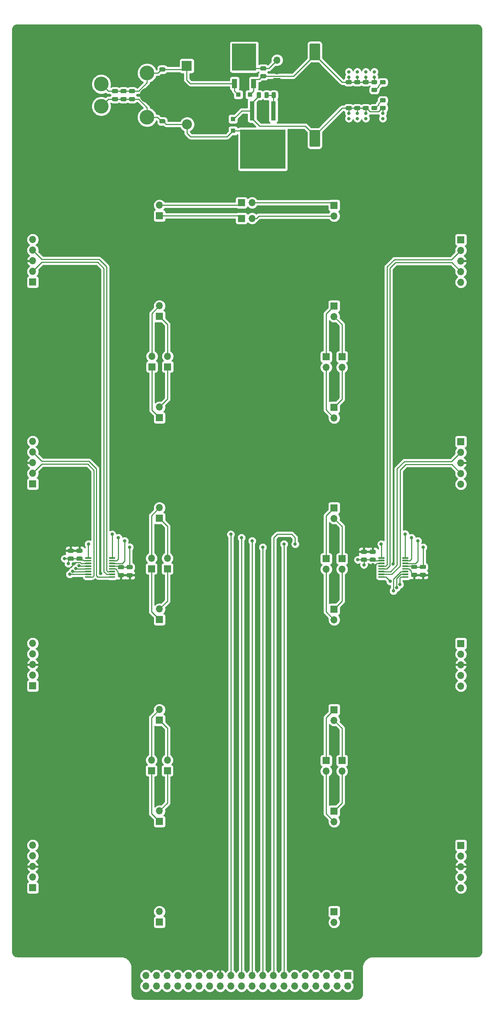
<source format=gbr>
%TF.GenerationSoftware,KiCad,Pcbnew,5.1.12-84ad8e8a86~92~ubuntu20.04.1*%
%TF.CreationDate,2022-02-15T15:36:19-05:00*%
%TF.ProjectId,emg-filter,656d672d-6669-46c7-9465-722e6b696361,rev?*%
%TF.SameCoordinates,Original*%
%TF.FileFunction,Copper,L1,Top*%
%TF.FilePolarity,Positive*%
%FSLAX46Y46*%
G04 Gerber Fmt 4.6, Leading zero omitted, Abs format (unit mm)*
G04 Created by KiCad (PCBNEW 5.1.12-84ad8e8a86~92~ubuntu20.04.1) date 2022-02-15 15:36:19*
%MOMM*%
%LPD*%
G01*
G04 APERTURE LIST*
%TA.AperFunction,ComponentPad*%
%ADD10R,1.700000X1.700000*%
%TD*%
%TA.AperFunction,ComponentPad*%
%ADD11O,1.700000X1.700000*%
%TD*%
%TA.AperFunction,SMDPad,CuDef*%
%ADD12R,10.800000X9.400000*%
%TD*%
%TA.AperFunction,SMDPad,CuDef*%
%ADD13R,1.100000X4.600000*%
%TD*%
%TA.AperFunction,SMDPad,CuDef*%
%ADD14R,5.800000X6.400000*%
%TD*%
%TA.AperFunction,SMDPad,CuDef*%
%ADD15R,1.200000X2.200000*%
%TD*%
%TA.AperFunction,ComponentPad*%
%ADD16C,3.500000*%
%TD*%
%TA.AperFunction,SMDPad,CuDef*%
%ADD17R,1.100000X1.100000*%
%TD*%
%TA.AperFunction,ComponentPad*%
%ADD18R,2.400000X2.400000*%
%TD*%
%TA.AperFunction,ComponentPad*%
%ADD19C,2.400000*%
%TD*%
%TA.AperFunction,ViaPad*%
%ADD20C,0.800000*%
%TD*%
%TA.AperFunction,Conductor*%
%ADD21C,0.250000*%
%TD*%
%TA.AperFunction,Conductor*%
%ADD22C,0.254000*%
%TD*%
%TA.AperFunction,Conductor*%
%ADD23C,0.100000*%
%TD*%
G04 APERTURE END LIST*
D10*
%TO.P,J15,1*%
%TO.N,/sheet622289E8/REF_B*%
X131624000Y-39342000D03*
D11*
%TO.P,J15,2*%
%TO.N,/sheet622289E8/VIN_B*%
X131624000Y-41882000D03*
%TD*%
D10*
%TO.P,J13,1*%
%TO.N,/sheet622289E8/VIN_A*%
X131624000Y-15292000D03*
D11*
%TO.P,J13,2*%
%TO.N,/sheet622289E8/REF_A*%
X131624000Y-17832000D03*
%TD*%
%TO.P,U4,1*%
%TO.N,!CS_2_PI*%
%TA.AperFunction,SMDPad,CuDef*%
G36*
G01*
X142196000Y-99679000D02*
X142196000Y-99479000D01*
G75*
G02*
X142296000Y-99379000I100000J0D01*
G01*
X143571000Y-99379000D01*
G75*
G02*
X143671000Y-99479000I0J-100000D01*
G01*
X143671000Y-99679000D01*
G75*
G02*
X143571000Y-99779000I-100000J0D01*
G01*
X142296000Y-99779000D01*
G75*
G02*
X142196000Y-99679000I0J100000D01*
G01*
G37*
%TD.AperFunction*%
%TO.P,U4,2*%
%TO.N,+5V*%
%TA.AperFunction,SMDPad,CuDef*%
G36*
G01*
X142196000Y-100329000D02*
X142196000Y-100129000D01*
G75*
G02*
X142296000Y-100029000I100000J0D01*
G01*
X143571000Y-100029000D01*
G75*
G02*
X143671000Y-100129000I0J-100000D01*
G01*
X143671000Y-100329000D01*
G75*
G02*
X143571000Y-100429000I-100000J0D01*
G01*
X142296000Y-100429000D01*
G75*
G02*
X142196000Y-100329000I0J100000D01*
G01*
G37*
%TD.AperFunction*%
%TO.P,U4,3*%
%TO.N,AGND*%
%TA.AperFunction,SMDPad,CuDef*%
G36*
G01*
X142196000Y-100979000D02*
X142196000Y-100779000D01*
G75*
G02*
X142296000Y-100679000I100000J0D01*
G01*
X143571000Y-100679000D01*
G75*
G02*
X143671000Y-100779000I0J-100000D01*
G01*
X143671000Y-100979000D01*
G75*
G02*
X143571000Y-101079000I-100000J0D01*
G01*
X142296000Y-101079000D01*
G75*
G02*
X142196000Y-100979000I0J100000D01*
G01*
G37*
%TD.AperFunction*%
%TO.P,U4,4*%
%TO.N,/sheet622289E8/OUT_A*%
%TA.AperFunction,SMDPad,CuDef*%
G36*
G01*
X142196000Y-101629000D02*
X142196000Y-101429000D01*
G75*
G02*
X142296000Y-101329000I100000J0D01*
G01*
X143571000Y-101329000D01*
G75*
G02*
X143671000Y-101429000I0J-100000D01*
G01*
X143671000Y-101629000D01*
G75*
G02*
X143571000Y-101729000I-100000J0D01*
G01*
X142296000Y-101729000D01*
G75*
G02*
X142196000Y-101629000I0J100000D01*
G01*
G37*
%TD.AperFunction*%
%TO.P,U4,5*%
%TO.N,/adc/OUT_AMP_10*%
%TA.AperFunction,SMDPad,CuDef*%
G36*
G01*
X142196000Y-102279000D02*
X142196000Y-102079000D01*
G75*
G02*
X142296000Y-101979000I100000J0D01*
G01*
X143571000Y-101979000D01*
G75*
G02*
X143671000Y-102079000I0J-100000D01*
G01*
X143671000Y-102279000D01*
G75*
G02*
X143571000Y-102379000I-100000J0D01*
G01*
X142296000Y-102379000D01*
G75*
G02*
X142196000Y-102279000I0J100000D01*
G01*
G37*
%TD.AperFunction*%
%TO.P,U4,6*%
%TO.N,/sheet622289EA/OUT_A*%
%TA.AperFunction,SMDPad,CuDef*%
G36*
G01*
X142196000Y-102929000D02*
X142196000Y-102729000D01*
G75*
G02*
X142296000Y-102629000I100000J0D01*
G01*
X143571000Y-102629000D01*
G75*
G02*
X143671000Y-102729000I0J-100000D01*
G01*
X143671000Y-102929000D01*
G75*
G02*
X143571000Y-103029000I-100000J0D01*
G01*
X142296000Y-103029000D01*
G75*
G02*
X142196000Y-102929000I0J100000D01*
G01*
G37*
%TD.AperFunction*%
%TO.P,U4,7*%
%TO.N,/adc/OUT_AMP_12*%
%TA.AperFunction,SMDPad,CuDef*%
G36*
G01*
X142196000Y-103579000D02*
X142196000Y-103379000D01*
G75*
G02*
X142296000Y-103279000I100000J0D01*
G01*
X143571000Y-103279000D01*
G75*
G02*
X143671000Y-103379000I0J-100000D01*
G01*
X143671000Y-103579000D01*
G75*
G02*
X143571000Y-103679000I-100000J0D01*
G01*
X142296000Y-103679000D01*
G75*
G02*
X142196000Y-103579000I0J100000D01*
G01*
G37*
%TD.AperFunction*%
%TO.P,U4,8*%
%TO.N,/sheet6222B9FF/OUT_A*%
%TA.AperFunction,SMDPad,CuDef*%
G36*
G01*
X142196000Y-104229000D02*
X142196000Y-104029000D01*
G75*
G02*
X142296000Y-103929000I100000J0D01*
G01*
X143571000Y-103929000D01*
G75*
G02*
X143671000Y-104029000I0J-100000D01*
G01*
X143671000Y-104229000D01*
G75*
G02*
X143571000Y-104329000I-100000J0D01*
G01*
X142296000Y-104329000D01*
G75*
G02*
X142196000Y-104229000I0J100000D01*
G01*
G37*
%TD.AperFunction*%
%TO.P,U4,9*%
%TO.N,/adc/OUT_AMP_14*%
%TA.AperFunction,SMDPad,CuDef*%
G36*
G01*
X147921000Y-104229000D02*
X147921000Y-104029000D01*
G75*
G02*
X148021000Y-103929000I100000J0D01*
G01*
X149296000Y-103929000D01*
G75*
G02*
X149396000Y-104029000I0J-100000D01*
G01*
X149396000Y-104229000D01*
G75*
G02*
X149296000Y-104329000I-100000J0D01*
G01*
X148021000Y-104329000D01*
G75*
G02*
X147921000Y-104229000I0J100000D01*
G01*
G37*
%TD.AperFunction*%
%TO.P,U4,10*%
%TO.N,/sheet6222BA00/OUT_A*%
%TA.AperFunction,SMDPad,CuDef*%
G36*
G01*
X147921000Y-103579000D02*
X147921000Y-103379000D01*
G75*
G02*
X148021000Y-103279000I100000J0D01*
G01*
X149296000Y-103279000D01*
G75*
G02*
X149396000Y-103379000I0J-100000D01*
G01*
X149396000Y-103579000D01*
G75*
G02*
X149296000Y-103679000I-100000J0D01*
G01*
X148021000Y-103679000D01*
G75*
G02*
X147921000Y-103579000I0J100000D01*
G01*
G37*
%TD.AperFunction*%
%TO.P,U4,11*%
%TO.N,/adc/OUT_AMP_16*%
%TA.AperFunction,SMDPad,CuDef*%
G36*
G01*
X147921000Y-102929000D02*
X147921000Y-102729000D01*
G75*
G02*
X148021000Y-102629000I100000J0D01*
G01*
X149296000Y-102629000D01*
G75*
G02*
X149396000Y-102729000I0J-100000D01*
G01*
X149396000Y-102929000D01*
G75*
G02*
X149296000Y-103029000I-100000J0D01*
G01*
X148021000Y-103029000D01*
G75*
G02*
X147921000Y-102929000I0J100000D01*
G01*
G37*
%TD.AperFunction*%
%TO.P,U4,12*%
%TO.N,AGND*%
%TA.AperFunction,SMDPad,CuDef*%
G36*
G01*
X147921000Y-102279000D02*
X147921000Y-102079000D01*
G75*
G02*
X148021000Y-101979000I100000J0D01*
G01*
X149296000Y-101979000D01*
G75*
G02*
X149396000Y-102079000I0J-100000D01*
G01*
X149396000Y-102279000D01*
G75*
G02*
X149296000Y-102379000I-100000J0D01*
G01*
X148021000Y-102379000D01*
G75*
G02*
X147921000Y-102279000I0J100000D01*
G01*
G37*
%TD.AperFunction*%
%TO.P,U4,13*%
%TO.N,+3V3*%
%TA.AperFunction,SMDPad,CuDef*%
G36*
G01*
X147921000Y-101629000D02*
X147921000Y-101429000D01*
G75*
G02*
X148021000Y-101329000I100000J0D01*
G01*
X149296000Y-101329000D01*
G75*
G02*
X149396000Y-101429000I0J-100000D01*
G01*
X149396000Y-101629000D01*
G75*
G02*
X149296000Y-101729000I-100000J0D01*
G01*
X148021000Y-101729000D01*
G75*
G02*
X147921000Y-101629000I0J100000D01*
G01*
G37*
%TD.AperFunction*%
%TO.P,U4,14*%
%TO.N,DIN_MOSI_PI*%
%TA.AperFunction,SMDPad,CuDef*%
G36*
G01*
X147921000Y-100979000D02*
X147921000Y-100779000D01*
G75*
G02*
X148021000Y-100679000I100000J0D01*
G01*
X149296000Y-100679000D01*
G75*
G02*
X149396000Y-100779000I0J-100000D01*
G01*
X149396000Y-100979000D01*
G75*
G02*
X149296000Y-101079000I-100000J0D01*
G01*
X148021000Y-101079000D01*
G75*
G02*
X147921000Y-100979000I0J100000D01*
G01*
G37*
%TD.AperFunction*%
%TO.P,U4,15*%
%TO.N,DOUT_MISO_PI*%
%TA.AperFunction,SMDPad,CuDef*%
G36*
G01*
X147921000Y-100329000D02*
X147921000Y-100129000D01*
G75*
G02*
X148021000Y-100029000I100000J0D01*
G01*
X149296000Y-100029000D01*
G75*
G02*
X149396000Y-100129000I0J-100000D01*
G01*
X149396000Y-100329000D01*
G75*
G02*
X149296000Y-100429000I-100000J0D01*
G01*
X148021000Y-100429000D01*
G75*
G02*
X147921000Y-100329000I0J100000D01*
G01*
G37*
%TD.AperFunction*%
%TO.P,U4,16*%
%TO.N,SCLK_CLK_PI*%
%TA.AperFunction,SMDPad,CuDef*%
G36*
G01*
X147921000Y-99679000D02*
X147921000Y-99479000D01*
G75*
G02*
X148021000Y-99379000I100000J0D01*
G01*
X149296000Y-99379000D01*
G75*
G02*
X149396000Y-99479000I0J-100000D01*
G01*
X149396000Y-99679000D01*
G75*
G02*
X149296000Y-99779000I-100000J0D01*
G01*
X148021000Y-99779000D01*
G75*
G02*
X147921000Y-99679000I0J100000D01*
G01*
G37*
%TD.AperFunction*%
%TD*%
%TO.P,U3,1*%
%TO.N,!CS_1_PI*%
%TA.AperFunction,SMDPad,CuDef*%
G36*
G01*
X72084000Y-99683000D02*
X72084000Y-99483000D01*
G75*
G02*
X72184000Y-99383000I100000J0D01*
G01*
X73459000Y-99383000D01*
G75*
G02*
X73559000Y-99483000I0J-100000D01*
G01*
X73559000Y-99683000D01*
G75*
G02*
X73459000Y-99783000I-100000J0D01*
G01*
X72184000Y-99783000D01*
G75*
G02*
X72084000Y-99683000I0J100000D01*
G01*
G37*
%TD.AperFunction*%
%TO.P,U3,2*%
%TO.N,+5V*%
%TA.AperFunction,SMDPad,CuDef*%
G36*
G01*
X72084000Y-100333000D02*
X72084000Y-100133000D01*
G75*
G02*
X72184000Y-100033000I100000J0D01*
G01*
X73459000Y-100033000D01*
G75*
G02*
X73559000Y-100133000I0J-100000D01*
G01*
X73559000Y-100333000D01*
G75*
G02*
X73459000Y-100433000I-100000J0D01*
G01*
X72184000Y-100433000D01*
G75*
G02*
X72084000Y-100333000I0J100000D01*
G01*
G37*
%TD.AperFunction*%
%TO.P,U3,3*%
%TO.N,AGND*%
%TA.AperFunction,SMDPad,CuDef*%
G36*
G01*
X72084000Y-100983000D02*
X72084000Y-100783000D01*
G75*
G02*
X72184000Y-100683000I100000J0D01*
G01*
X73459000Y-100683000D01*
G75*
G02*
X73559000Y-100783000I0J-100000D01*
G01*
X73559000Y-100983000D01*
G75*
G02*
X73459000Y-101083000I-100000J0D01*
G01*
X72184000Y-101083000D01*
G75*
G02*
X72084000Y-100983000I0J100000D01*
G01*
G37*
%TD.AperFunction*%
%TO.P,U3,4*%
%TO.N,/sheet621EB93C/OUT_A*%
%TA.AperFunction,SMDPad,CuDef*%
G36*
G01*
X72084000Y-101633000D02*
X72084000Y-101433000D01*
G75*
G02*
X72184000Y-101333000I100000J0D01*
G01*
X73459000Y-101333000D01*
G75*
G02*
X73559000Y-101433000I0J-100000D01*
G01*
X73559000Y-101633000D01*
G75*
G02*
X73459000Y-101733000I-100000J0D01*
G01*
X72184000Y-101733000D01*
G75*
G02*
X72084000Y-101633000I0J100000D01*
G01*
G37*
%TD.AperFunction*%
%TO.P,U3,5*%
%TO.N,/adc/OUT_AMP_2*%
%TA.AperFunction,SMDPad,CuDef*%
G36*
G01*
X72084000Y-102283000D02*
X72084000Y-102083000D01*
G75*
G02*
X72184000Y-101983000I100000J0D01*
G01*
X73459000Y-101983000D01*
G75*
G02*
X73559000Y-102083000I0J-100000D01*
G01*
X73559000Y-102283000D01*
G75*
G02*
X73459000Y-102383000I-100000J0D01*
G01*
X72184000Y-102383000D01*
G75*
G02*
X72084000Y-102283000I0J100000D01*
G01*
G37*
%TD.AperFunction*%
%TO.P,U3,6*%
%TO.N,/sheet621E330E/OUT_A*%
%TA.AperFunction,SMDPad,CuDef*%
G36*
G01*
X72084000Y-102933000D02*
X72084000Y-102733000D01*
G75*
G02*
X72184000Y-102633000I100000J0D01*
G01*
X73459000Y-102633000D01*
G75*
G02*
X73559000Y-102733000I0J-100000D01*
G01*
X73559000Y-102933000D01*
G75*
G02*
X73459000Y-103033000I-100000J0D01*
G01*
X72184000Y-103033000D01*
G75*
G02*
X72084000Y-102933000I0J100000D01*
G01*
G37*
%TD.AperFunction*%
%TO.P,U3,7*%
%TO.N,/adc/OUT_AMP_4*%
%TA.AperFunction,SMDPad,CuDef*%
G36*
G01*
X72084000Y-103583000D02*
X72084000Y-103383000D01*
G75*
G02*
X72184000Y-103283000I100000J0D01*
G01*
X73459000Y-103283000D01*
G75*
G02*
X73559000Y-103383000I0J-100000D01*
G01*
X73559000Y-103583000D01*
G75*
G02*
X73459000Y-103683000I-100000J0D01*
G01*
X72184000Y-103683000D01*
G75*
G02*
X72084000Y-103583000I0J100000D01*
G01*
G37*
%TD.AperFunction*%
%TO.P,U3,8*%
%TO.N,/sheet621F0D1E/OUT_A*%
%TA.AperFunction,SMDPad,CuDef*%
G36*
G01*
X72084000Y-104233000D02*
X72084000Y-104033000D01*
G75*
G02*
X72184000Y-103933000I100000J0D01*
G01*
X73459000Y-103933000D01*
G75*
G02*
X73559000Y-104033000I0J-100000D01*
G01*
X73559000Y-104233000D01*
G75*
G02*
X73459000Y-104333000I-100000J0D01*
G01*
X72184000Y-104333000D01*
G75*
G02*
X72084000Y-104233000I0J100000D01*
G01*
G37*
%TD.AperFunction*%
%TO.P,U3,9*%
%TO.N,/adc/OUT_AMP_6*%
%TA.AperFunction,SMDPad,CuDef*%
G36*
G01*
X77809000Y-104233000D02*
X77809000Y-104033000D01*
G75*
G02*
X77909000Y-103933000I100000J0D01*
G01*
X79184000Y-103933000D01*
G75*
G02*
X79284000Y-104033000I0J-100000D01*
G01*
X79284000Y-104233000D01*
G75*
G02*
X79184000Y-104333000I-100000J0D01*
G01*
X77909000Y-104333000D01*
G75*
G02*
X77809000Y-104233000I0J100000D01*
G01*
G37*
%TD.AperFunction*%
%TO.P,U3,10*%
%TO.N,/sheet622289E9/OUT_A*%
%TA.AperFunction,SMDPad,CuDef*%
G36*
G01*
X77809000Y-103583000D02*
X77809000Y-103383000D01*
G75*
G02*
X77909000Y-103283000I100000J0D01*
G01*
X79184000Y-103283000D01*
G75*
G02*
X79284000Y-103383000I0J-100000D01*
G01*
X79284000Y-103583000D01*
G75*
G02*
X79184000Y-103683000I-100000J0D01*
G01*
X77909000Y-103683000D01*
G75*
G02*
X77809000Y-103583000I0J100000D01*
G01*
G37*
%TD.AperFunction*%
%TO.P,U3,11*%
%TO.N,/adc/OUT_AMP_8*%
%TA.AperFunction,SMDPad,CuDef*%
G36*
G01*
X77809000Y-102933000D02*
X77809000Y-102733000D01*
G75*
G02*
X77909000Y-102633000I100000J0D01*
G01*
X79184000Y-102633000D01*
G75*
G02*
X79284000Y-102733000I0J-100000D01*
G01*
X79284000Y-102933000D01*
G75*
G02*
X79184000Y-103033000I-100000J0D01*
G01*
X77909000Y-103033000D01*
G75*
G02*
X77809000Y-102933000I0J100000D01*
G01*
G37*
%TD.AperFunction*%
%TO.P,U3,12*%
%TO.N,AGND*%
%TA.AperFunction,SMDPad,CuDef*%
G36*
G01*
X77809000Y-102283000D02*
X77809000Y-102083000D01*
G75*
G02*
X77909000Y-101983000I100000J0D01*
G01*
X79184000Y-101983000D01*
G75*
G02*
X79284000Y-102083000I0J-100000D01*
G01*
X79284000Y-102283000D01*
G75*
G02*
X79184000Y-102383000I-100000J0D01*
G01*
X77909000Y-102383000D01*
G75*
G02*
X77809000Y-102283000I0J100000D01*
G01*
G37*
%TD.AperFunction*%
%TO.P,U3,13*%
%TO.N,+3V3*%
%TA.AperFunction,SMDPad,CuDef*%
G36*
G01*
X77809000Y-101633000D02*
X77809000Y-101433000D01*
G75*
G02*
X77909000Y-101333000I100000J0D01*
G01*
X79184000Y-101333000D01*
G75*
G02*
X79284000Y-101433000I0J-100000D01*
G01*
X79284000Y-101633000D01*
G75*
G02*
X79184000Y-101733000I-100000J0D01*
G01*
X77909000Y-101733000D01*
G75*
G02*
X77809000Y-101633000I0J100000D01*
G01*
G37*
%TD.AperFunction*%
%TO.P,U3,14*%
%TO.N,DIN_MOSI_PI*%
%TA.AperFunction,SMDPad,CuDef*%
G36*
G01*
X77809000Y-100983000D02*
X77809000Y-100783000D01*
G75*
G02*
X77909000Y-100683000I100000J0D01*
G01*
X79184000Y-100683000D01*
G75*
G02*
X79284000Y-100783000I0J-100000D01*
G01*
X79284000Y-100983000D01*
G75*
G02*
X79184000Y-101083000I-100000J0D01*
G01*
X77909000Y-101083000D01*
G75*
G02*
X77809000Y-100983000I0J100000D01*
G01*
G37*
%TD.AperFunction*%
%TO.P,U3,15*%
%TO.N,DOUT_MISO_PI*%
%TA.AperFunction,SMDPad,CuDef*%
G36*
G01*
X77809000Y-100333000D02*
X77809000Y-100133000D01*
G75*
G02*
X77909000Y-100033000I100000J0D01*
G01*
X79184000Y-100033000D01*
G75*
G02*
X79284000Y-100133000I0J-100000D01*
G01*
X79284000Y-100333000D01*
G75*
G02*
X79184000Y-100433000I-100000J0D01*
G01*
X77909000Y-100433000D01*
G75*
G02*
X77809000Y-100333000I0J100000D01*
G01*
G37*
%TD.AperFunction*%
%TO.P,U3,16*%
%TO.N,SCLK_CLK_PI*%
%TA.AperFunction,SMDPad,CuDef*%
G36*
G01*
X77809000Y-99683000D02*
X77809000Y-99483000D01*
G75*
G02*
X77909000Y-99383000I100000J0D01*
G01*
X79184000Y-99383000D01*
G75*
G02*
X79284000Y-99483000I0J-100000D01*
G01*
X79284000Y-99683000D01*
G75*
G02*
X79184000Y-99783000I-100000J0D01*
G01*
X77909000Y-99783000D01*
G75*
G02*
X77809000Y-99683000I0J100000D01*
G01*
G37*
%TD.AperFunction*%
%TD*%
D12*
%TO.P,U2,2*%
%TO.N,GNDREF*%
X114554000Y-1851000D03*
D13*
%TO.P,U2,3*%
%TO.N,-5V*%
X112014000Y7299000D03*
%TO.P,U2,1*%
%TO.N,Net-(R5-Pad2)*%
X117094000Y7299000D03*
%TD*%
D14*
%TO.P,U1,2*%
%TO.N,Net-(R1-Pad2)*%
X110109000Y20134000D03*
D15*
%TO.P,U1,3*%
%TO.N,+5V*%
X112389000Y13834000D03*
%TO.P,U1,1*%
%TO.N,+24V*%
X107829000Y13834000D03*
%TD*%
D10*
%TO.P,RV1,1*%
%TO.N,AGND*%
X117983000Y14351000D03*
D11*
%TO.P,RV1,2*%
X117983000Y16891000D03*
%TO.P,RV1,3*%
%TO.N,Net-(R1-Pad2)*%
X117983000Y19431000D03*
%TD*%
%TO.P,R7,1*%
%TO.N,Net-(D3-Pad1)*%
%TA.AperFunction,SMDPad,CuDef*%
G36*
G01*
X142805998Y10315000D02*
X143706002Y10315000D01*
G75*
G02*
X143956000Y10065002I0J-249998D01*
G01*
X143956000Y9539998D01*
G75*
G02*
X143706002Y9290000I-249998J0D01*
G01*
X142805998Y9290000D01*
G75*
G02*
X142556000Y9539998I0J249998D01*
G01*
X142556000Y10065002D01*
G75*
G02*
X142805998Y10315000I249998J0D01*
G01*
G37*
%TD.AperFunction*%
%TO.P,R7,2*%
%TO.N,-5V*%
%TA.AperFunction,SMDPad,CuDef*%
G36*
G01*
X142805998Y8490000D02*
X143706002Y8490000D01*
G75*
G02*
X143956000Y8240002I0J-249998D01*
G01*
X143956000Y7714998D01*
G75*
G02*
X143706002Y7465000I-249998J0D01*
G01*
X142805998Y7465000D01*
G75*
G02*
X142556000Y7714998I0J249998D01*
G01*
X142556000Y8240002D01*
G75*
G02*
X142805998Y8490000I249998J0D01*
G01*
G37*
%TD.AperFunction*%
%TD*%
%TO.P,R6,2*%
%TO.N,-5V*%
%TA.AperFunction,SMDPad,CuDef*%
G36*
G01*
X114154000Y11499002D02*
X114154000Y10598998D01*
G75*
G02*
X113904002Y10349000I-249998J0D01*
G01*
X113378998Y10349000D01*
G75*
G02*
X113129000Y10598998I0J249998D01*
G01*
X113129000Y11499002D01*
G75*
G02*
X113378998Y11749000I249998J0D01*
G01*
X113904002Y11749000D01*
G75*
G02*
X114154000Y11499002I0J-249998D01*
G01*
G37*
%TD.AperFunction*%
%TO.P,R6,1*%
%TO.N,Net-(R5-Pad2)*%
%TA.AperFunction,SMDPad,CuDef*%
G36*
G01*
X115979000Y11499002D02*
X115979000Y10598998D01*
G75*
G02*
X115729002Y10349000I-249998J0D01*
G01*
X115203998Y10349000D01*
G75*
G02*
X114954000Y10598998I0J249998D01*
G01*
X114954000Y11499002D01*
G75*
G02*
X115203998Y11749000I249998J0D01*
G01*
X115729002Y11749000D01*
G75*
G02*
X115979000Y11499002I0J-249998D01*
G01*
G37*
%TD.AperFunction*%
%TD*%
%TO.P,R5,1*%
%TO.N,AGND*%
%TA.AperFunction,SMDPad,CuDef*%
G36*
G01*
X119535000Y11499002D02*
X119535000Y10598998D01*
G75*
G02*
X119285002Y10349000I-249998J0D01*
G01*
X118759998Y10349000D01*
G75*
G02*
X118510000Y10598998I0J249998D01*
G01*
X118510000Y11499002D01*
G75*
G02*
X118759998Y11749000I249998J0D01*
G01*
X119285002Y11749000D01*
G75*
G02*
X119535000Y11499002I0J-249998D01*
G01*
G37*
%TD.AperFunction*%
%TO.P,R5,2*%
%TO.N,Net-(R5-Pad2)*%
%TA.AperFunction,SMDPad,CuDef*%
G36*
G01*
X117710000Y11499002D02*
X117710000Y10598998D01*
G75*
G02*
X117460002Y10349000I-249998J0D01*
G01*
X116934998Y10349000D01*
G75*
G02*
X116685000Y10598998I0J249998D01*
G01*
X116685000Y11499002D01*
G75*
G02*
X116934998Y11749000I249998J0D01*
G01*
X117460002Y11749000D01*
G75*
G02*
X117710000Y11499002I0J-249998D01*
G01*
G37*
%TD.AperFunction*%
%TD*%
%TO.P,R4,1*%
%TO.N,AGND*%
%TA.AperFunction,SMDPad,CuDef*%
G36*
G01*
X90100998Y7140000D02*
X91001002Y7140000D01*
G75*
G02*
X91251000Y6890002I0J-249998D01*
G01*
X91251000Y6364998D01*
G75*
G02*
X91001002Y6115000I-249998J0D01*
G01*
X90100998Y6115000D01*
G75*
G02*
X89851000Y6364998I0J249998D01*
G01*
X89851000Y6890002D01*
G75*
G02*
X90100998Y7140000I249998J0D01*
G01*
G37*
%TD.AperFunction*%
%TO.P,R4,2*%
%TO.N,GNDREF*%
%TA.AperFunction,SMDPad,CuDef*%
G36*
G01*
X90100998Y5315000D02*
X91001002Y5315000D01*
G75*
G02*
X91251000Y5065002I0J-249998D01*
G01*
X91251000Y4539998D01*
G75*
G02*
X91001002Y4290000I-249998J0D01*
G01*
X90100998Y4290000D01*
G75*
G02*
X89851000Y4539998I0J249998D01*
G01*
X89851000Y5065002D01*
G75*
G02*
X90100998Y5315000I249998J0D01*
G01*
G37*
%TD.AperFunction*%
%TD*%
%TO.P,R3,1*%
%TO.N,Net-(D2-Pad1)*%
%TA.AperFunction,SMDPad,CuDef*%
G36*
G01*
X142805998Y14633000D02*
X143706002Y14633000D01*
G75*
G02*
X143956000Y14383002I0J-249998D01*
G01*
X143956000Y13857998D01*
G75*
G02*
X143706002Y13608000I-249998J0D01*
G01*
X142805998Y13608000D01*
G75*
G02*
X142556000Y13857998I0J249998D01*
G01*
X142556000Y14383002D01*
G75*
G02*
X142805998Y14633000I249998J0D01*
G01*
G37*
%TD.AperFunction*%
%TO.P,R3,2*%
%TO.N,AGND*%
%TA.AperFunction,SMDPad,CuDef*%
G36*
G01*
X142805998Y12808000D02*
X143706002Y12808000D01*
G75*
G02*
X143956000Y12558002I0J-249998D01*
G01*
X143956000Y12032998D01*
G75*
G02*
X143706002Y11783000I-249998J0D01*
G01*
X142805998Y11783000D01*
G75*
G02*
X142556000Y12032998I0J249998D01*
G01*
X142556000Y12558002D01*
G75*
G02*
X142805998Y12808000I249998J0D01*
G01*
G37*
%TD.AperFunction*%
%TD*%
%TO.P,R2,1*%
%TO.N,+24V*%
%TA.AperFunction,SMDPad,CuDef*%
G36*
G01*
X90100998Y17704500D02*
X91001002Y17704500D01*
G75*
G02*
X91251000Y17454502I0J-249998D01*
G01*
X91251000Y16929498D01*
G75*
G02*
X91001002Y16679500I-249998J0D01*
G01*
X90100998Y16679500D01*
G75*
G02*
X89851000Y16929498I0J249998D01*
G01*
X89851000Y17454502D01*
G75*
G02*
X90100998Y17704500I249998J0D01*
G01*
G37*
%TD.AperFunction*%
%TO.P,R2,2*%
%TO.N,AGND*%
%TA.AperFunction,SMDPad,CuDef*%
G36*
G01*
X90100998Y15879500D02*
X91001002Y15879500D01*
G75*
G02*
X91251000Y15629502I0J-249998D01*
G01*
X91251000Y15104498D01*
G75*
G02*
X91001002Y14854500I-249998J0D01*
G01*
X90100998Y14854500D01*
G75*
G02*
X89851000Y15104498I0J249998D01*
G01*
X89851000Y15629502D01*
G75*
G02*
X90100998Y15879500I249998J0D01*
G01*
G37*
%TD.AperFunction*%
%TD*%
%TO.P,R1,1*%
%TO.N,+5V*%
%TA.AperFunction,SMDPad,CuDef*%
G36*
G01*
X115131002Y15085000D02*
X114230998Y15085000D01*
G75*
G02*
X113981000Y15334998I0J249998D01*
G01*
X113981000Y15860002D01*
G75*
G02*
X114230998Y16110000I249998J0D01*
G01*
X115131002Y16110000D01*
G75*
G02*
X115381000Y15860002I0J-249998D01*
G01*
X115381000Y15334998D01*
G75*
G02*
X115131002Y15085000I-249998J0D01*
G01*
G37*
%TD.AperFunction*%
%TO.P,R1,2*%
%TO.N,Net-(R1-Pad2)*%
%TA.AperFunction,SMDPad,CuDef*%
G36*
G01*
X115131002Y16910000D02*
X114230998Y16910000D01*
G75*
G02*
X113981000Y17159998I0J249998D01*
G01*
X113981000Y17685002D01*
G75*
G02*
X114230998Y17935000I249998J0D01*
G01*
X115131002Y17935000D01*
G75*
G02*
X115381000Y17685002I0J-249998D01*
G01*
X115381000Y17159998D01*
G75*
G02*
X115131002Y16910000I-249998J0D01*
G01*
G37*
%TD.AperFunction*%
%TD*%
%TO.P,J41,2*%
%TO.N,/sheet6222BA00/VIN_A*%
X133524000Y-150552000D03*
D10*
%TO.P,J41,1*%
%TO.N,/sheet6222B9FF/VIN_B*%
X133524000Y-148012000D03*
%TD*%
D11*
%TO.P,J40,2*%
%TO.N,/sheet6222BA00/REF_A*%
X129724000Y-150552000D03*
D10*
%TO.P,J40,1*%
%TO.N,/sheet6222B9FF/REF_B*%
X129724000Y-148012000D03*
%TD*%
%TO.P,J39,1*%
%TO.N,/sheet622289EA/VIN_B*%
X133524000Y-99752000D03*
D11*
%TO.P,J39,2*%
%TO.N,/sheet6222B9FF/VIN_A*%
X133524000Y-102292000D03*
%TD*%
D10*
%TO.P,J38,1*%
%TO.N,/sheet622289EA/REF_B*%
X129724000Y-99752000D03*
D11*
%TO.P,J38,2*%
%TO.N,/sheet6222B9FF/REF_A*%
X129724000Y-102292000D03*
%TD*%
D10*
%TO.P,J37,1*%
%TO.N,/sheet622289E8/VIN_B*%
X133524000Y-51492000D03*
D11*
%TO.P,J37,2*%
%TO.N,/sheet622289EA/VIN_A*%
X133524000Y-54032000D03*
%TD*%
D10*
%TO.P,J36,1*%
%TO.N,/sheet622289E8/REF_B*%
X129724000Y-51492000D03*
D11*
%TO.P,J36,2*%
%TO.N,/sheet622289EA/REF_A*%
X129724000Y-54032000D03*
%TD*%
D10*
%TO.P,J35,1*%
%TO.N,/sheet622289E9/VIN_B*%
X109474000Y-14657000D03*
D11*
%TO.P,J35,2*%
%TO.N,/sheet622289E8/VIN_A*%
X112014000Y-14657000D03*
%TD*%
D10*
%TO.P,J34,1*%
%TO.N,/sheet622289E9/REF_B*%
X109474000Y-18415000D03*
D11*
%TO.P,J34,2*%
%TO.N,/sheet622289E8/REF_A*%
X112014000Y-18415000D03*
%TD*%
D10*
%TO.P,J33,1*%
%TO.N,/sheet621F0D1E/VIN_B*%
X91814000Y-53908000D03*
D11*
%TO.P,J33,2*%
%TO.N,/sheet622289E9/VIN_A*%
X91814000Y-51368000D03*
%TD*%
D10*
%TO.P,J32,1*%
%TO.N,/sheet621F0D1E/REF_B*%
X88064000Y-53908000D03*
D11*
%TO.P,J32,2*%
%TO.N,/sheet622289E9/REF_A*%
X88064000Y-51368000D03*
%TD*%
D10*
%TO.P,J31,1*%
%TO.N,/sheet621E330E/VIN_B*%
X91764000Y-102178000D03*
D11*
%TO.P,J31,2*%
%TO.N,/sheet621F0D1E/VIN_A*%
X91764000Y-99638000D03*
%TD*%
%TO.P,J30,2*%
%TO.N,/sheet621F0D1E/REF_A*%
X87964000Y-99638000D03*
D10*
%TO.P,J30,1*%
%TO.N,/sheet621E330E/REF_B*%
X87964000Y-102178000D03*
%TD*%
%TO.P,J29,1*%
%TO.N,/sheet621EB93C/VIN_B*%
X91764000Y-150438000D03*
D11*
%TO.P,J29,2*%
%TO.N,/sheet621E330E/VIN_A*%
X91764000Y-147898000D03*
%TD*%
D10*
%TO.P,J28,1*%
%TO.N,/sheet621EB93C/REF_B*%
X87964000Y-150438000D03*
D11*
%TO.P,J28,2*%
%TO.N,/sheet621E330E/REF_A*%
X87964000Y-147898000D03*
%TD*%
%TO.P,J27,2*%
%TO.N,/sheet6222BA00/VIN_B*%
X131624000Y-186662000D03*
D10*
%TO.P,J27,1*%
%TO.N,/sheet6222BA00/REF_B*%
X131624000Y-184122000D03*
%TD*%
D11*
%TO.P,J26,5*%
%TO.N,-5V*%
X161924000Y-178452000D03*
%TO.P,J26,4*%
%TO.N,/adc/OUT_AMP_16*%
X161924000Y-175912000D03*
%TO.P,J26,3*%
%TO.N,AGND*%
X161924000Y-173372000D03*
%TO.P,J26,2*%
%TO.N,/sheet6222BA00/OUT_A*%
X161924000Y-170832000D03*
D10*
%TO.P,J26,1*%
%TO.N,+5V*%
X161924000Y-168292000D03*
%TD*%
%TO.P,J25,1*%
%TO.N,/sheet6222BA00/VIN_A*%
X131624000Y-160072000D03*
D11*
%TO.P,J25,2*%
%TO.N,/sheet6222BA00/REF_A*%
X131624000Y-162612000D03*
%TD*%
D10*
%TO.P,J24,1*%
%TO.N,/sheet6222B9FF/REF_B*%
X131624000Y-135862000D03*
D11*
%TO.P,J24,2*%
%TO.N,/sheet6222B9FF/VIN_B*%
X131624000Y-138402000D03*
%TD*%
D10*
%TO.P,J23,1*%
%TO.N,+5V*%
X161924000Y-120032000D03*
D11*
%TO.P,J23,2*%
%TO.N,/sheet6222B9FF/OUT_A*%
X161924000Y-122572000D03*
%TO.P,J23,3*%
%TO.N,AGND*%
X161924000Y-125112000D03*
%TO.P,J23,4*%
%TO.N,/adc/OUT_AMP_14*%
X161924000Y-127652000D03*
%TO.P,J23,5*%
%TO.N,-5V*%
X161924000Y-130192000D03*
%TD*%
D10*
%TO.P,J22,1*%
%TO.N,/sheet6222B9FF/VIN_A*%
X131624000Y-111812000D03*
D11*
%TO.P,J22,2*%
%TO.N,/sheet6222B9FF/REF_A*%
X131624000Y-114352000D03*
%TD*%
%TO.P,J21,2*%
%TO.N,/sheet622289EA/VIN_B*%
X131624000Y-90142000D03*
D10*
%TO.P,J21,1*%
%TO.N,/sheet622289EA/REF_B*%
X131624000Y-87602000D03*
%TD*%
D11*
%TO.P,J20,5*%
%TO.N,-5V*%
X161924000Y-81932000D03*
%TO.P,J20,4*%
%TO.N,/adc/OUT_AMP_12*%
X161924000Y-79392000D03*
%TO.P,J20,3*%
%TO.N,AGND*%
X161924000Y-76852000D03*
%TO.P,J20,2*%
%TO.N,/sheet622289EA/OUT_A*%
X161924000Y-74312000D03*
D10*
%TO.P,J20,1*%
%TO.N,+5V*%
X161924000Y-71772000D03*
%TD*%
D11*
%TO.P,J19,2*%
%TO.N,/sheet622289EA/REF_A*%
X131624000Y-66092000D03*
D10*
%TO.P,J19,1*%
%TO.N,/sheet622289EA/VIN_A*%
X131624000Y-63552000D03*
%TD*%
%TO.P,J18,1*%
%TO.N,/sheet622289E9/REF_B*%
X89864000Y-17808000D03*
D11*
%TO.P,J18,2*%
%TO.N,/sheet622289E9/VIN_B*%
X89864000Y-15268000D03*
%TD*%
D10*
%TO.P,J17,1*%
%TO.N,+5V*%
X59564000Y-33638000D03*
D11*
%TO.P,J17,2*%
%TO.N,/sheet622289E9/OUT_A*%
X59564000Y-31098000D03*
%TO.P,J17,3*%
%TO.N,AGND*%
X59564000Y-28558000D03*
%TO.P,J17,4*%
%TO.N,/adc/OUT_AMP_8*%
X59564000Y-26018000D03*
%TO.P,J17,5*%
%TO.N,-5V*%
X59564000Y-23478000D03*
%TD*%
D10*
%TO.P,J16,1*%
%TO.N,/sheet622289E9/VIN_A*%
X89864000Y-41858000D03*
D11*
%TO.P,J16,2*%
%TO.N,/sheet622289E9/REF_A*%
X89864000Y-39318000D03*
%TD*%
D10*
%TO.P,J14,1*%
%TO.N,+5V*%
X161924000Y-23512000D03*
D11*
%TO.P,J14,2*%
%TO.N,/sheet622289E8/OUT_A*%
X161924000Y-26052000D03*
%TO.P,J14,3*%
%TO.N,AGND*%
X161924000Y-28592000D03*
%TO.P,J14,4*%
%TO.N,/adc/OUT_AMP_10*%
X161924000Y-31132000D03*
%TO.P,J14,5*%
%TO.N,-5V*%
X161924000Y-33672000D03*
%TD*%
%TO.P,J12,2*%
%TO.N,/sheet621F0D1E/VIN_B*%
X89864000Y-63528000D03*
D10*
%TO.P,J12,1*%
%TO.N,/sheet621F0D1E/REF_B*%
X89864000Y-66068000D03*
%TD*%
D11*
%TO.P,J11,5*%
%TO.N,-5V*%
X59564000Y-71738000D03*
%TO.P,J11,4*%
%TO.N,/adc/OUT_AMP_6*%
X59564000Y-74278000D03*
%TO.P,J11,3*%
%TO.N,AGND*%
X59564000Y-76818000D03*
%TO.P,J11,2*%
%TO.N,/sheet621F0D1E/OUT_A*%
X59564000Y-79358000D03*
D10*
%TO.P,J11,1*%
%TO.N,+5V*%
X59564000Y-81898000D03*
%TD*%
D11*
%TO.P,J10,2*%
%TO.N,/sheet621F0D1E/REF_A*%
X89864000Y-87578000D03*
D10*
%TO.P,J10,1*%
%TO.N,/sheet621F0D1E/VIN_A*%
X89864000Y-90118000D03*
%TD*%
D11*
%TO.P,J9,2*%
%TO.N,/sheet621EB93C/VIN_B*%
X89864000Y-160048000D03*
D10*
%TO.P,J9,1*%
%TO.N,/sheet621EB93C/REF_B*%
X89864000Y-162588000D03*
%TD*%
D11*
%TO.P,J8,5*%
%TO.N,-5V*%
X59564000Y-168258000D03*
%TO.P,J8,4*%
%TO.N,/adc/OUT_AMP_2*%
X59564000Y-170798000D03*
%TO.P,J8,3*%
%TO.N,AGND*%
X59564000Y-173338000D03*
%TO.P,J8,2*%
%TO.N,/sheet621EB93C/OUT_A*%
X59564000Y-175878000D03*
D10*
%TO.P,J8,1*%
%TO.N,+5V*%
X59564000Y-178418000D03*
%TD*%
%TO.P,J7,1*%
%TO.N,/sheet621EB93C/VIN_A*%
X89864000Y-186638000D03*
D11*
%TO.P,J7,2*%
%TO.N,/sheet621EB93C/REF_A*%
X89864000Y-184098000D03*
%TD*%
D10*
%TO.P,J6,1*%
%TO.N,/sheet621E330E/REF_B*%
X89864000Y-114328000D03*
D11*
%TO.P,J6,2*%
%TO.N,/sheet621E330E/VIN_B*%
X89864000Y-111788000D03*
%TD*%
%TO.P,J5,5*%
%TO.N,-5V*%
X59564000Y-119998000D03*
%TO.P,J5,4*%
%TO.N,/adc/OUT_AMP_4*%
X59564000Y-122538000D03*
%TO.P,J5,3*%
%TO.N,AGND*%
X59564000Y-125078000D03*
%TO.P,J5,2*%
%TO.N,/sheet621E330E/OUT_A*%
X59564000Y-127618000D03*
D10*
%TO.P,J5,1*%
%TO.N,+5V*%
X59564000Y-130158000D03*
%TD*%
%TO.P,J4,1*%
%TO.N,/sheet621E330E/VIN_A*%
X89864000Y-138378000D03*
D11*
%TO.P,J4,2*%
%TO.N,/sheet621E330E/REF_A*%
X89864000Y-135838000D03*
%TD*%
%TO.P,J3,40*%
%TO.N,Net-(J3-Pad40)*%
X86614000Y-201930000D03*
%TO.P,J3,39*%
%TO.N,Net-(J3-Pad39)*%
X86614000Y-199390000D03*
%TO.P,J3,38*%
%TO.N,Net-(J3-Pad38)*%
X89154000Y-201930000D03*
%TO.P,J3,37*%
%TO.N,Net-(J3-Pad37)*%
X89154000Y-199390000D03*
%TO.P,J3,36*%
%TO.N,Net-(J3-Pad36)*%
X91694000Y-201930000D03*
%TO.P,J3,35*%
%TO.N,Net-(J3-Pad35)*%
X91694000Y-199390000D03*
%TO.P,J3,34*%
%TO.N,Net-(J3-Pad34)*%
X94234000Y-201930000D03*
%TO.P,J3,33*%
%TO.N,Net-(J3-Pad33)*%
X94234000Y-199390000D03*
%TO.P,J3,32*%
%TO.N,Net-(J3-Pad32)*%
X96774000Y-201930000D03*
%TO.P,J3,31*%
%TO.N,Net-(J3-Pad31)*%
X96774000Y-199390000D03*
%TO.P,J3,30*%
%TO.N,Net-(J3-Pad30)*%
X99314000Y-201930000D03*
%TO.P,J3,29*%
%TO.N,Net-(J3-Pad29)*%
X99314000Y-199390000D03*
%TO.P,J3,28*%
%TO.N,Net-(J3-Pad28)*%
X101854000Y-201930000D03*
%TO.P,J3,27*%
%TO.N,Net-(J3-Pad27)*%
X101854000Y-199390000D03*
%TO.P,J3,26*%
%TO.N,Net-(J3-Pad26)*%
X104394000Y-201930000D03*
%TO.P,J3,25*%
%TO.N,AGND*%
X104394000Y-199390000D03*
%TO.P,J3,24*%
%TO.N,Net-(J3-Pad24)*%
X106934000Y-201930000D03*
%TO.P,J3,23*%
%TO.N,SCLK_CLK_PI*%
X106934000Y-199390000D03*
%TO.P,J3,22*%
%TO.N,Net-(J3-Pad22)*%
X109474000Y-201930000D03*
%TO.P,J3,21*%
%TO.N,DOUT_MISO_PI*%
X109474000Y-199390000D03*
%TO.P,J3,20*%
%TO.N,Net-(J3-Pad20)*%
X112014000Y-201930000D03*
%TO.P,J3,19*%
%TO.N,DIN_MOSI_PI*%
X112014000Y-199390000D03*
%TO.P,J3,18*%
%TO.N,Net-(J3-Pad18)*%
X114554000Y-201930000D03*
%TO.P,J3,17*%
%TO.N,+3V3*%
X114554000Y-199390000D03*
%TO.P,J3,16*%
%TO.N,Net-(J3-Pad16)*%
X117094000Y-201930000D03*
%TO.P,J3,15*%
%TO.N,!CS_2_PI*%
X117094000Y-199390000D03*
%TO.P,J3,14*%
%TO.N,Net-(J3-Pad14)*%
X119634000Y-201930000D03*
%TO.P,J3,13*%
%TO.N,!CS_1_PI*%
X119634000Y-199390000D03*
%TO.P,J3,12*%
%TO.N,Net-(J3-Pad12)*%
X122174000Y-201930000D03*
%TO.P,J3,11*%
%TO.N,Net-(J3-Pad11)*%
X122174000Y-199390000D03*
%TO.P,J3,10*%
%TO.N,Net-(J3-Pad10)*%
X124714000Y-201930000D03*
%TO.P,J3,9*%
%TO.N,Net-(J3-Pad9)*%
X124714000Y-199390000D03*
%TO.P,J3,8*%
%TO.N,Net-(J3-Pad8)*%
X127254000Y-201930000D03*
%TO.P,J3,7*%
%TO.N,Net-(J3-Pad7)*%
X127254000Y-199390000D03*
%TO.P,J3,6*%
%TO.N,Net-(J3-Pad6)*%
X129794000Y-201930000D03*
%TO.P,J3,5*%
%TO.N,Net-(J3-Pad5)*%
X129794000Y-199390000D03*
%TO.P,J3,4*%
%TO.N,Net-(J3-Pad4)*%
X132334000Y-201930000D03*
%TO.P,J3,3*%
%TO.N,Net-(J3-Pad3)*%
X132334000Y-199390000D03*
%TO.P,J3,2*%
%TO.N,Net-(J3-Pad2)*%
X134874000Y-201930000D03*
D10*
%TO.P,J3,1*%
%TO.N,Net-(J3-Pad1)*%
X134874000Y-199390000D03*
%TD*%
D16*
%TO.P,J2,1*%
%TO.N,+24V*%
X86916917Y16324000D03*
%TO.P,J2,2*%
%TO.N,AGND*%
X86916917Y11049000D03*
%TO.P,J2,3*%
%TO.N,GNDREF*%
X86916917Y5774000D03*
%TD*%
%TO.P,J1,2*%
%TO.N,GNDREF*%
X75946000Y8382000D03*
%TO.P,J1,1*%
%TO.N,+24V*%
X75946000Y13682000D03*
%TD*%
D17*
%TO.P,D4,1*%
%TO.N,-5V*%
X107442000Y5337000D03*
%TO.P,D4,2*%
%TO.N,GNDREF*%
X107442000Y2537000D03*
%TD*%
%TO.P,D3,1*%
%TO.N,Net-(D3-Pad1)*%
%TA.AperFunction,SMDPad,CuDef*%
G36*
G01*
X141680250Y7465000D02*
X140767750Y7465000D01*
G75*
G02*
X140524000Y7708750I0J243750D01*
G01*
X140524000Y8196250D01*
G75*
G02*
X140767750Y8440000I243750J0D01*
G01*
X141680250Y8440000D01*
G75*
G02*
X141924000Y8196250I0J-243750D01*
G01*
X141924000Y7708750D01*
G75*
G02*
X141680250Y7465000I-243750J0D01*
G01*
G37*
%TD.AperFunction*%
%TO.P,D3,2*%
%TO.N,AGND*%
%TA.AperFunction,SMDPad,CuDef*%
G36*
G01*
X141680250Y9340000D02*
X140767750Y9340000D01*
G75*
G02*
X140524000Y9583750I0J243750D01*
G01*
X140524000Y10071250D01*
G75*
G02*
X140767750Y10315000I243750J0D01*
G01*
X141680250Y10315000D01*
G75*
G02*
X141924000Y10071250I0J-243750D01*
G01*
X141924000Y9583750D01*
G75*
G02*
X141680250Y9340000I-243750J0D01*
G01*
G37*
%TD.AperFunction*%
%TD*%
%TO.P,D2,1*%
%TO.N,Net-(D2-Pad1)*%
%TA.AperFunction,SMDPad,CuDef*%
G36*
G01*
X141680250Y11783000D02*
X140767750Y11783000D01*
G75*
G02*
X140524000Y12026750I0J243750D01*
G01*
X140524000Y12514250D01*
G75*
G02*
X140767750Y12758000I243750J0D01*
G01*
X141680250Y12758000D01*
G75*
G02*
X141924000Y12514250I0J-243750D01*
G01*
X141924000Y12026750D01*
G75*
G02*
X141680250Y11783000I-243750J0D01*
G01*
G37*
%TD.AperFunction*%
%TO.P,D2,2*%
%TO.N,+5V*%
%TA.AperFunction,SMDPad,CuDef*%
G36*
G01*
X141680250Y13658000D02*
X140767750Y13658000D01*
G75*
G02*
X140524000Y13901750I0J243750D01*
G01*
X140524000Y14389250D01*
G75*
G02*
X140767750Y14633000I243750J0D01*
G01*
X141680250Y14633000D01*
G75*
G02*
X141924000Y14389250I0J-243750D01*
G01*
X141924000Y13901750D01*
G75*
G02*
X141680250Y13658000I-243750J0D01*
G01*
G37*
%TD.AperFunction*%
%TD*%
%TO.P,D1,1*%
%TO.N,+24V*%
X108709000Y11176000D03*
%TO.P,D1,2*%
%TO.N,+5V*%
X111509000Y11176000D03*
%TD*%
%TO.P,C21,2*%
%TO.N,AGND*%
%TA.AperFunction,SMDPad,CuDef*%
G36*
G01*
X152364000Y-103129500D02*
X153314000Y-103129500D01*
G75*
G02*
X153564000Y-103379500I0J-250000D01*
G01*
X153564000Y-103879500D01*
G75*
G02*
X153314000Y-104129500I-250000J0D01*
G01*
X152364000Y-104129500D01*
G75*
G02*
X152114000Y-103879500I0J250000D01*
G01*
X152114000Y-103379500D01*
G75*
G02*
X152364000Y-103129500I250000J0D01*
G01*
G37*
%TD.AperFunction*%
%TO.P,C21,1*%
%TO.N,+3V3*%
%TA.AperFunction,SMDPad,CuDef*%
G36*
G01*
X152364000Y-101229500D02*
X153314000Y-101229500D01*
G75*
G02*
X153564000Y-101479500I0J-250000D01*
G01*
X153564000Y-101979500D01*
G75*
G02*
X153314000Y-102229500I-250000J0D01*
G01*
X152364000Y-102229500D01*
G75*
G02*
X152114000Y-101979500I0J250000D01*
G01*
X152114000Y-101479500D01*
G75*
G02*
X152364000Y-101229500I250000J0D01*
G01*
G37*
%TD.AperFunction*%
%TD*%
%TO.P,C20,1*%
%TO.N,+3V3*%
%TA.AperFunction,SMDPad,CuDef*%
G36*
G01*
X150274000Y-101229500D02*
X151224000Y-101229500D01*
G75*
G02*
X151474000Y-101479500I0J-250000D01*
G01*
X151474000Y-101979500D01*
G75*
G02*
X151224000Y-102229500I-250000J0D01*
G01*
X150274000Y-102229500D01*
G75*
G02*
X150024000Y-101979500I0J250000D01*
G01*
X150024000Y-101479500D01*
G75*
G02*
X150274000Y-101229500I250000J0D01*
G01*
G37*
%TD.AperFunction*%
%TO.P,C20,2*%
%TO.N,AGND*%
%TA.AperFunction,SMDPad,CuDef*%
G36*
G01*
X150274000Y-103129500D02*
X151224000Y-103129500D01*
G75*
G02*
X151474000Y-103379500I0J-250000D01*
G01*
X151474000Y-103879500D01*
G75*
G02*
X151224000Y-104129500I-250000J0D01*
G01*
X150274000Y-104129500D01*
G75*
G02*
X150024000Y-103879500I0J250000D01*
G01*
X150024000Y-103379500D01*
G75*
G02*
X150274000Y-103129500I250000J0D01*
G01*
G37*
%TD.AperFunction*%
%TD*%
%TO.P,C19,2*%
%TO.N,AGND*%
%TA.AperFunction,SMDPad,CuDef*%
G36*
G01*
X139228000Y-98610000D02*
X138278000Y-98610000D01*
G75*
G02*
X138028000Y-98360000I0J250000D01*
G01*
X138028000Y-97860000D01*
G75*
G02*
X138278000Y-97610000I250000J0D01*
G01*
X139228000Y-97610000D01*
G75*
G02*
X139478000Y-97860000I0J-250000D01*
G01*
X139478000Y-98360000D01*
G75*
G02*
X139228000Y-98610000I-250000J0D01*
G01*
G37*
%TD.AperFunction*%
%TO.P,C19,1*%
%TO.N,+5V*%
%TA.AperFunction,SMDPad,CuDef*%
G36*
G01*
X139228000Y-100510000D02*
X138278000Y-100510000D01*
G75*
G02*
X138028000Y-100260000I0J250000D01*
G01*
X138028000Y-99760000D01*
G75*
G02*
X138278000Y-99510000I250000J0D01*
G01*
X139228000Y-99510000D01*
G75*
G02*
X139478000Y-99760000I0J-250000D01*
G01*
X139478000Y-100260000D01*
G75*
G02*
X139228000Y-100510000I-250000J0D01*
G01*
G37*
%TD.AperFunction*%
%TD*%
%TO.P,C18,2*%
%TO.N,AGND*%
%TA.AperFunction,SMDPad,CuDef*%
G36*
G01*
X69124000Y-98356000D02*
X68174000Y-98356000D01*
G75*
G02*
X67924000Y-98106000I0J250000D01*
G01*
X67924000Y-97606000D01*
G75*
G02*
X68174000Y-97356000I250000J0D01*
G01*
X69124000Y-97356000D01*
G75*
G02*
X69374000Y-97606000I0J-250000D01*
G01*
X69374000Y-98106000D01*
G75*
G02*
X69124000Y-98356000I-250000J0D01*
G01*
G37*
%TD.AperFunction*%
%TO.P,C18,1*%
%TO.N,+5V*%
%TA.AperFunction,SMDPad,CuDef*%
G36*
G01*
X69124000Y-100256000D02*
X68174000Y-100256000D01*
G75*
G02*
X67924000Y-100006000I0J250000D01*
G01*
X67924000Y-99506000D01*
G75*
G02*
X68174000Y-99256000I250000J0D01*
G01*
X69124000Y-99256000D01*
G75*
G02*
X69374000Y-99506000I0J-250000D01*
G01*
X69374000Y-100006000D01*
G75*
G02*
X69124000Y-100256000I-250000J0D01*
G01*
G37*
%TD.AperFunction*%
%TD*%
%TO.P,C17,1*%
%TO.N,+3V3*%
%TA.AperFunction,SMDPad,CuDef*%
G36*
G01*
X82260000Y-101293000D02*
X83210000Y-101293000D01*
G75*
G02*
X83460000Y-101543000I0J-250000D01*
G01*
X83460000Y-102043000D01*
G75*
G02*
X83210000Y-102293000I-250000J0D01*
G01*
X82260000Y-102293000D01*
G75*
G02*
X82010000Y-102043000I0J250000D01*
G01*
X82010000Y-101543000D01*
G75*
G02*
X82260000Y-101293000I250000J0D01*
G01*
G37*
%TD.AperFunction*%
%TO.P,C17,2*%
%TO.N,AGND*%
%TA.AperFunction,SMDPad,CuDef*%
G36*
G01*
X82260000Y-103193000D02*
X83210000Y-103193000D01*
G75*
G02*
X83460000Y-103443000I0J-250000D01*
G01*
X83460000Y-103943000D01*
G75*
G02*
X83210000Y-104193000I-250000J0D01*
G01*
X82260000Y-104193000D01*
G75*
G02*
X82010000Y-103943000I0J250000D01*
G01*
X82010000Y-103443000D01*
G75*
G02*
X82260000Y-103193000I250000J0D01*
G01*
G37*
%TD.AperFunction*%
%TD*%
%TO.P,C16,1*%
%TO.N,+3V3*%
%TA.AperFunction,SMDPad,CuDef*%
G36*
G01*
X80170000Y-101293000D02*
X81120000Y-101293000D01*
G75*
G02*
X81370000Y-101543000I0J-250000D01*
G01*
X81370000Y-102043000D01*
G75*
G02*
X81120000Y-102293000I-250000J0D01*
G01*
X80170000Y-102293000D01*
G75*
G02*
X79920000Y-102043000I0J250000D01*
G01*
X79920000Y-101543000D01*
G75*
G02*
X80170000Y-101293000I250000J0D01*
G01*
G37*
%TD.AperFunction*%
%TO.P,C16,2*%
%TO.N,AGND*%
%TA.AperFunction,SMDPad,CuDef*%
G36*
G01*
X80170000Y-103193000D02*
X81120000Y-103193000D01*
G75*
G02*
X81370000Y-103443000I0J-250000D01*
G01*
X81370000Y-103943000D01*
G75*
G02*
X81120000Y-104193000I-250000J0D01*
G01*
X80170000Y-104193000D01*
G75*
G02*
X79920000Y-103943000I0J250000D01*
G01*
X79920000Y-103443000D01*
G75*
G02*
X80170000Y-103193000I250000J0D01*
G01*
G37*
%TD.AperFunction*%
%TD*%
%TO.P,C15,2*%
%TO.N,AGND*%
%TA.AperFunction,SMDPad,CuDef*%
G36*
G01*
X141318000Y-98610000D02*
X140368000Y-98610000D01*
G75*
G02*
X140118000Y-98360000I0J250000D01*
G01*
X140118000Y-97860000D01*
G75*
G02*
X140368000Y-97610000I250000J0D01*
G01*
X141318000Y-97610000D01*
G75*
G02*
X141568000Y-97860000I0J-250000D01*
G01*
X141568000Y-98360000D01*
G75*
G02*
X141318000Y-98610000I-250000J0D01*
G01*
G37*
%TD.AperFunction*%
%TO.P,C15,1*%
%TO.N,+5V*%
%TA.AperFunction,SMDPad,CuDef*%
G36*
G01*
X141318000Y-100510000D02*
X140368000Y-100510000D01*
G75*
G02*
X140118000Y-100260000I0J250000D01*
G01*
X140118000Y-99760000D01*
G75*
G02*
X140368000Y-99510000I250000J0D01*
G01*
X141318000Y-99510000D01*
G75*
G02*
X141568000Y-99760000I0J-250000D01*
G01*
X141568000Y-100260000D01*
G75*
G02*
X141318000Y-100510000I-250000J0D01*
G01*
G37*
%TD.AperFunction*%
%TD*%
%TO.P,C14,2*%
%TO.N,AGND*%
%TA.AperFunction,SMDPad,CuDef*%
G36*
G01*
X71214000Y-98356000D02*
X70264000Y-98356000D01*
G75*
G02*
X70014000Y-98106000I0J250000D01*
G01*
X70014000Y-97606000D01*
G75*
G02*
X70264000Y-97356000I250000J0D01*
G01*
X71214000Y-97356000D01*
G75*
G02*
X71464000Y-97606000I0J-250000D01*
G01*
X71464000Y-98106000D01*
G75*
G02*
X71214000Y-98356000I-250000J0D01*
G01*
G37*
%TD.AperFunction*%
%TO.P,C14,1*%
%TO.N,+5V*%
%TA.AperFunction,SMDPad,CuDef*%
G36*
G01*
X71214000Y-100256000D02*
X70264000Y-100256000D01*
G75*
G02*
X70014000Y-100006000I0J250000D01*
G01*
X70014000Y-99506000D01*
G75*
G02*
X70264000Y-99256000I250000J0D01*
G01*
X71214000Y-99256000D01*
G75*
G02*
X71464000Y-99506000I0J-250000D01*
G01*
X71464000Y-100006000D01*
G75*
G02*
X71214000Y-100256000I-250000J0D01*
G01*
G37*
%TD.AperFunction*%
%TD*%
%TO.P,C13,1*%
%TO.N,AGND*%
%TA.AperFunction,SMDPad,CuDef*%
G36*
G01*
X136685000Y10340000D02*
X137635000Y10340000D01*
G75*
G02*
X137885000Y10090000I0J-250000D01*
G01*
X137885000Y9590000D01*
G75*
G02*
X137635000Y9340000I-250000J0D01*
G01*
X136685000Y9340000D01*
G75*
G02*
X136435000Y9590000I0J250000D01*
G01*
X136435000Y10090000D01*
G75*
G02*
X136685000Y10340000I250000J0D01*
G01*
G37*
%TD.AperFunction*%
%TO.P,C13,2*%
%TO.N,-5V*%
%TA.AperFunction,SMDPad,CuDef*%
G36*
G01*
X136685000Y8440000D02*
X137635000Y8440000D01*
G75*
G02*
X137885000Y8190000I0J-250000D01*
G01*
X137885000Y7690000D01*
G75*
G02*
X137635000Y7440000I-250000J0D01*
G01*
X136685000Y7440000D01*
G75*
G02*
X136435000Y7690000I0J250000D01*
G01*
X136435000Y8190000D01*
G75*
G02*
X136685000Y8440000I250000J0D01*
G01*
G37*
%TD.AperFunction*%
%TD*%
%TO.P,C12,1*%
%TO.N,AGND*%
%TA.AperFunction,SMDPad,CuDef*%
G36*
G01*
X134653000Y10340000D02*
X135603000Y10340000D01*
G75*
G02*
X135853000Y10090000I0J-250000D01*
G01*
X135853000Y9590000D01*
G75*
G02*
X135603000Y9340000I-250000J0D01*
G01*
X134653000Y9340000D01*
G75*
G02*
X134403000Y9590000I0J250000D01*
G01*
X134403000Y10090000D01*
G75*
G02*
X134653000Y10340000I250000J0D01*
G01*
G37*
%TD.AperFunction*%
%TO.P,C12,2*%
%TO.N,-5V*%
%TA.AperFunction,SMDPad,CuDef*%
G36*
G01*
X134653000Y8440000D02*
X135603000Y8440000D01*
G75*
G02*
X135853000Y8190000I0J-250000D01*
G01*
X135853000Y7690000D01*
G75*
G02*
X135603000Y7440000I-250000J0D01*
G01*
X134653000Y7440000D01*
G75*
G02*
X134403000Y7690000I0J250000D01*
G01*
X134403000Y8190000D01*
G75*
G02*
X134653000Y8440000I250000J0D01*
G01*
G37*
%TD.AperFunction*%
%TD*%
%TO.P,C11,1*%
%TO.N,AGND*%
%TA.AperFunction,SMDPad,CuDef*%
G36*
G01*
X138717000Y10340000D02*
X139667000Y10340000D01*
G75*
G02*
X139917000Y10090000I0J-250000D01*
G01*
X139917000Y9590000D01*
G75*
G02*
X139667000Y9340000I-250000J0D01*
G01*
X138717000Y9340000D01*
G75*
G02*
X138467000Y9590000I0J250000D01*
G01*
X138467000Y10090000D01*
G75*
G02*
X138717000Y10340000I250000J0D01*
G01*
G37*
%TD.AperFunction*%
%TO.P,C11,2*%
%TO.N,-5V*%
%TA.AperFunction,SMDPad,CuDef*%
G36*
G01*
X138717000Y8440000D02*
X139667000Y8440000D01*
G75*
G02*
X139917000Y8190000I0J-250000D01*
G01*
X139917000Y7690000D01*
G75*
G02*
X139667000Y7440000I-250000J0D01*
G01*
X138717000Y7440000D01*
G75*
G02*
X138467000Y7690000I0J250000D01*
G01*
X138467000Y8190000D01*
G75*
G02*
X138717000Y8440000I250000J0D01*
G01*
G37*
%TD.AperFunction*%
%TD*%
%TO.P,C10,1*%
%TO.N,AGND*%
%TA.AperFunction,SMDPad,CuDef*%
G36*
G01*
X126000000Y10699000D02*
X128000000Y10699000D01*
G75*
G02*
X128250000Y10449000I0J-250000D01*
G01*
X128250000Y6949000D01*
G75*
G02*
X128000000Y6699000I-250000J0D01*
G01*
X126000000Y6699000D01*
G75*
G02*
X125750000Y6949000I0J250000D01*
G01*
X125750000Y10449000D01*
G75*
G02*
X126000000Y10699000I250000J0D01*
G01*
G37*
%TD.AperFunction*%
%TO.P,C10,2*%
%TO.N,-5V*%
%TA.AperFunction,SMDPad,CuDef*%
G36*
G01*
X126000000Y2699000D02*
X128000000Y2699000D01*
G75*
G02*
X128250000Y2449000I0J-250000D01*
G01*
X128250000Y-1051000D01*
G75*
G02*
X128000000Y-1301000I-250000J0D01*
G01*
X126000000Y-1301000D01*
G75*
G02*
X125750000Y-1051000I0J250000D01*
G01*
X125750000Y2449000D01*
G75*
G02*
X126000000Y2699000I250000J0D01*
G01*
G37*
%TD.AperFunction*%
%TD*%
D18*
%TO.P,C9,1*%
%TO.N,AGND*%
X101473000Y4064000D03*
D19*
%TO.P,C9,2*%
%TO.N,GNDREF*%
X96473000Y4064000D03*
%TD*%
%TO.P,C8,1*%
%TO.N,+24V*%
%TA.AperFunction,SMDPad,CuDef*%
G36*
G01*
X82837000Y12499000D02*
X83787000Y12499000D01*
G75*
G02*
X84037000Y12249000I0J-250000D01*
G01*
X84037000Y11749000D01*
G75*
G02*
X83787000Y11499000I-250000J0D01*
G01*
X82837000Y11499000D01*
G75*
G02*
X82587000Y11749000I0J250000D01*
G01*
X82587000Y12249000D01*
G75*
G02*
X82837000Y12499000I250000J0D01*
G01*
G37*
%TD.AperFunction*%
%TO.P,C8,2*%
%TO.N,GNDREF*%
%TA.AperFunction,SMDPad,CuDef*%
G36*
G01*
X82837000Y10599000D02*
X83787000Y10599000D01*
G75*
G02*
X84037000Y10349000I0J-250000D01*
G01*
X84037000Y9849000D01*
G75*
G02*
X83787000Y9599000I-250000J0D01*
G01*
X82837000Y9599000D01*
G75*
G02*
X82587000Y9849000I0J250000D01*
G01*
X82587000Y10349000D01*
G75*
G02*
X82837000Y10599000I250000J0D01*
G01*
G37*
%TD.AperFunction*%
%TD*%
%TO.P,C7,1*%
%TO.N,+24V*%
%TA.AperFunction,SMDPad,CuDef*%
G36*
G01*
X80805000Y12499000D02*
X81755000Y12499000D01*
G75*
G02*
X82005000Y12249000I0J-250000D01*
G01*
X82005000Y11749000D01*
G75*
G02*
X81755000Y11499000I-250000J0D01*
G01*
X80805000Y11499000D01*
G75*
G02*
X80555000Y11749000I0J250000D01*
G01*
X80555000Y12249000D01*
G75*
G02*
X80805000Y12499000I250000J0D01*
G01*
G37*
%TD.AperFunction*%
%TO.P,C7,2*%
%TO.N,GNDREF*%
%TA.AperFunction,SMDPad,CuDef*%
G36*
G01*
X80805000Y10599000D02*
X81755000Y10599000D01*
G75*
G02*
X82005000Y10349000I0J-250000D01*
G01*
X82005000Y9849000D01*
G75*
G02*
X81755000Y9599000I-250000J0D01*
G01*
X80805000Y9599000D01*
G75*
G02*
X80555000Y9849000I0J250000D01*
G01*
X80555000Y10349000D01*
G75*
G02*
X80805000Y10599000I250000J0D01*
G01*
G37*
%TD.AperFunction*%
%TD*%
%TO.P,C6,1*%
%TO.N,+24V*%
%TA.AperFunction,SMDPad,CuDef*%
G36*
G01*
X78773000Y12499000D02*
X79723000Y12499000D01*
G75*
G02*
X79973000Y12249000I0J-250000D01*
G01*
X79973000Y11749000D01*
G75*
G02*
X79723000Y11499000I-250000J0D01*
G01*
X78773000Y11499000D01*
G75*
G02*
X78523000Y11749000I0J250000D01*
G01*
X78523000Y12249000D01*
G75*
G02*
X78773000Y12499000I250000J0D01*
G01*
G37*
%TD.AperFunction*%
%TO.P,C6,2*%
%TO.N,GNDREF*%
%TA.AperFunction,SMDPad,CuDef*%
G36*
G01*
X78773000Y10599000D02*
X79723000Y10599000D01*
G75*
G02*
X79973000Y10349000I0J-250000D01*
G01*
X79973000Y9849000D01*
G75*
G02*
X79723000Y9599000I-250000J0D01*
G01*
X78773000Y9599000D01*
G75*
G02*
X78523000Y9849000I0J250000D01*
G01*
X78523000Y10349000D01*
G75*
G02*
X78773000Y10599000I250000J0D01*
G01*
G37*
%TD.AperFunction*%
%TD*%
%TO.P,C5,1*%
%TO.N,+5V*%
%TA.AperFunction,SMDPad,CuDef*%
G36*
G01*
X138717000Y14658000D02*
X139667000Y14658000D01*
G75*
G02*
X139917000Y14408000I0J-250000D01*
G01*
X139917000Y13908000D01*
G75*
G02*
X139667000Y13658000I-250000J0D01*
G01*
X138717000Y13658000D01*
G75*
G02*
X138467000Y13908000I0J250000D01*
G01*
X138467000Y14408000D01*
G75*
G02*
X138717000Y14658000I250000J0D01*
G01*
G37*
%TD.AperFunction*%
%TO.P,C5,2*%
%TO.N,AGND*%
%TA.AperFunction,SMDPad,CuDef*%
G36*
G01*
X138717000Y12758000D02*
X139667000Y12758000D01*
G75*
G02*
X139917000Y12508000I0J-250000D01*
G01*
X139917000Y12008000D01*
G75*
G02*
X139667000Y11758000I-250000J0D01*
G01*
X138717000Y11758000D01*
G75*
G02*
X138467000Y12008000I0J250000D01*
G01*
X138467000Y12508000D01*
G75*
G02*
X138717000Y12758000I250000J0D01*
G01*
G37*
%TD.AperFunction*%
%TD*%
%TO.P,C4,1*%
%TO.N,+5V*%
%TA.AperFunction,SMDPad,CuDef*%
G36*
G01*
X134653000Y14658000D02*
X135603000Y14658000D01*
G75*
G02*
X135853000Y14408000I0J-250000D01*
G01*
X135853000Y13908000D01*
G75*
G02*
X135603000Y13658000I-250000J0D01*
G01*
X134653000Y13658000D01*
G75*
G02*
X134403000Y13908000I0J250000D01*
G01*
X134403000Y14408000D01*
G75*
G02*
X134653000Y14658000I250000J0D01*
G01*
G37*
%TD.AperFunction*%
%TO.P,C4,2*%
%TO.N,AGND*%
%TA.AperFunction,SMDPad,CuDef*%
G36*
G01*
X134653000Y12758000D02*
X135603000Y12758000D01*
G75*
G02*
X135853000Y12508000I0J-250000D01*
G01*
X135853000Y12008000D01*
G75*
G02*
X135603000Y11758000I-250000J0D01*
G01*
X134653000Y11758000D01*
G75*
G02*
X134403000Y12008000I0J250000D01*
G01*
X134403000Y12508000D01*
G75*
G02*
X134653000Y12758000I250000J0D01*
G01*
G37*
%TD.AperFunction*%
%TD*%
%TO.P,C3,1*%
%TO.N,+5V*%
%TA.AperFunction,SMDPad,CuDef*%
G36*
G01*
X136685000Y14658000D02*
X137635000Y14658000D01*
G75*
G02*
X137885000Y14408000I0J-250000D01*
G01*
X137885000Y13908000D01*
G75*
G02*
X137635000Y13658000I-250000J0D01*
G01*
X136685000Y13658000D01*
G75*
G02*
X136435000Y13908000I0J250000D01*
G01*
X136435000Y14408000D01*
G75*
G02*
X136685000Y14658000I250000J0D01*
G01*
G37*
%TD.AperFunction*%
%TO.P,C3,2*%
%TO.N,AGND*%
%TA.AperFunction,SMDPad,CuDef*%
G36*
G01*
X136685000Y12758000D02*
X137635000Y12758000D01*
G75*
G02*
X137885000Y12508000I0J-250000D01*
G01*
X137885000Y12008000D01*
G75*
G02*
X137635000Y11758000I-250000J0D01*
G01*
X136685000Y11758000D01*
G75*
G02*
X136435000Y12008000I0J250000D01*
G01*
X136435000Y12508000D01*
G75*
G02*
X136685000Y12758000I250000J0D01*
G01*
G37*
%TD.AperFunction*%
%TD*%
%TO.P,C2,1*%
%TO.N,+5V*%
%TA.AperFunction,SMDPad,CuDef*%
G36*
G01*
X126000000Y23399000D02*
X128000000Y23399000D01*
G75*
G02*
X128250000Y23149000I0J-250000D01*
G01*
X128250000Y19649000D01*
G75*
G02*
X128000000Y19399000I-250000J0D01*
G01*
X126000000Y19399000D01*
G75*
G02*
X125750000Y19649000I0J250000D01*
G01*
X125750000Y23149000D01*
G75*
G02*
X126000000Y23399000I250000J0D01*
G01*
G37*
%TD.AperFunction*%
%TO.P,C2,2*%
%TO.N,AGND*%
%TA.AperFunction,SMDPad,CuDef*%
G36*
G01*
X126000000Y15399000D02*
X128000000Y15399000D01*
G75*
G02*
X128250000Y15149000I0J-250000D01*
G01*
X128250000Y11649000D01*
G75*
G02*
X128000000Y11399000I-250000J0D01*
G01*
X126000000Y11399000D01*
G75*
G02*
X125750000Y11649000I0J250000D01*
G01*
X125750000Y15149000D01*
G75*
G02*
X126000000Y15399000I250000J0D01*
G01*
G37*
%TD.AperFunction*%
%TD*%
D18*
%TO.P,C1,1*%
%TO.N,+24V*%
X96393000Y18034000D03*
D19*
%TO.P,C1,2*%
%TO.N,AGND*%
X101393000Y18034000D03*
%TD*%
D20*
%TO.N,AGND*%
X137160000Y11049000D03*
X139192000Y11049000D03*
X135128000Y11049000D03*
X129413000Y11049000D03*
X130683000Y11049000D03*
X131953000Y11049000D03*
X133223000Y11049000D03*
X133223000Y12319000D03*
X130683000Y12319000D03*
X129413000Y12319000D03*
X131953000Y12319000D03*
X133223000Y9779000D03*
X130683000Y9779000D03*
X131953000Y9779000D03*
X129413000Y9779000D03*
X130683000Y8509000D03*
X129413000Y8509000D03*
X131953000Y8509000D03*
X130683000Y13589000D03*
X129413000Y13589000D03*
X131953000Y13589000D03*
X124587000Y9779000D03*
X124587000Y12319000D03*
X123317000Y9779000D03*
X124587000Y11049000D03*
X122047000Y11049000D03*
X122047000Y12319000D03*
X120777000Y9779000D03*
X123317000Y12319000D03*
X122047000Y9779000D03*
X120777000Y11049000D03*
X120777000Y12319000D03*
X123317000Y11049000D03*
X120777000Y13589000D03*
X123317000Y13589000D03*
X122047000Y13589000D03*
X124587000Y13589000D03*
X124587000Y8509000D03*
X122047000Y8509000D03*
X123317000Y8509000D03*
X120777000Y8509000D03*
X115189000Y8509000D03*
X115189000Y5969000D03*
X113919000Y8509000D03*
X113919000Y7239000D03*
X113919000Y5969000D03*
X115189000Y7239000D03*
X95123000Y13589000D03*
X92583000Y13589000D03*
X93853000Y13589000D03*
X95123000Y11049000D03*
X92583000Y11049000D03*
X91313000Y13589000D03*
X93853000Y9779000D03*
X92583000Y8509000D03*
X91313000Y11049000D03*
X91313000Y12319000D03*
X93853000Y12319000D03*
X91313000Y9779000D03*
X95123000Y8509000D03*
X93853000Y11049000D03*
X91313000Y8509000D03*
X92583000Y9779000D03*
X92583000Y12319000D03*
X93853000Y8509000D03*
X95123000Y9779000D03*
X95123000Y12319000D03*
X102997000Y11049000D03*
X102997000Y12319000D03*
X102997000Y9779000D03*
X104267000Y12319000D03*
X104267000Y11049000D03*
X105537000Y11049000D03*
X105537000Y9779000D03*
X104267000Y9779000D03*
X105537000Y12319000D03*
X69265800Y-101041200D03*
X140868400Y-101135839D03*
X75768200Y-103251000D03*
X145732500Y-100965000D03*
X89852500Y-148971000D03*
X131635500Y-149479000D03*
X131635500Y-101219000D03*
X131635500Y-52959000D03*
X89916000Y-52451000D03*
X110934500Y-16510000D03*
X89852500Y-100711000D03*
X115824000Y-196850000D03*
X113284000Y-196850000D03*
X110744000Y-196850000D03*
X108204000Y-196850000D03*
X118364000Y-196850000D03*
%TO.N,+5V*%
X135128000Y15367004D03*
X137160000Y15367000D03*
X139192000Y15367004D03*
X141224000Y15367004D03*
X135128000Y16637004D03*
X141224000Y16637004D03*
X137160000Y16637000D03*
X139192000Y16637004D03*
X137287000Y-100012500D03*
X138747500Y-101219000D03*
X68075096Y-100911100D03*
X67183000Y-99758500D03*
%TO.N,-5V*%
X135128000Y6731000D03*
X137160000Y6731000D03*
X139192000Y6731000D03*
X143256000Y6731000D03*
X135128000Y5461000D03*
X137160000Y5461000D03*
X139192000Y5461000D03*
X143256000Y5461000D03*
%TO.N,+3V3*%
X82742264Y-96993215D03*
X152908000Y-97028000D03*
X114554000Y-97028000D03*
%TO.N,!CS_1_PI*%
X119634000Y-96266000D03*
X72898000Y-96266000D03*
%TO.N,!CS_2_PI*%
X142875000Y-96266000D03*
X122301000Y-96266000D03*
%TO.N,DIN_MOSI_PI*%
X81534000Y-95504000D03*
X151638000Y-95504000D03*
X112014000Y-95504000D03*
%TO.N,DOUT_MISO_PI*%
X80010000Y-94742000D03*
X150114004Y-94742000D03*
X109474000Y-94742000D03*
%TO.N,SCLK_CLK_PI*%
X148590000Y-93853000D03*
X78546487Y-93919513D03*
X106919513Y-93919513D03*
%TO.N,/adc/OUT_AMP_2*%
X69839006Y-102091107D03*
%TO.N,/adc/OUT_AMP_4*%
X68405595Y-103482995D03*
%TO.N,/adc/OUT_AMP_14*%
X147320000Y-105918000D03*
%TO.N,/adc/OUT_AMP_16*%
X145796000Y-107442000D03*
%TO.N,/sheet621E330E/OUT_A*%
X69090994Y-102754809D03*
%TO.N,/sheet621EB93C/OUT_A*%
X70583505Y-101423466D03*
%TO.N,/sheet6222B9FF/OUT_A*%
X145034000Y-105156000D03*
%TO.N,/sheet6222BA00/OUT_A*%
X146558000Y-106680006D03*
%TD*%
D21*
%TO.N,+24V*%
X77629000Y11999000D02*
X75946000Y13682000D01*
X79248000Y11999000D02*
X77629000Y11999000D01*
X83312000Y11999000D02*
X84897000Y11999000D01*
X86916917Y14018917D02*
X86916917Y16324000D01*
X84897000Y11999000D02*
X86916917Y14018917D01*
X90551000Y17192000D02*
X90344000Y17192000D01*
X89476000Y16324000D02*
X86916917Y16324000D01*
X90344000Y17192000D02*
X89476000Y16324000D01*
X95551000Y17192000D02*
X96393000Y18034000D01*
X90551000Y17192000D02*
X95551000Y17192000D01*
X96393000Y14668500D02*
X96393000Y18034000D01*
X97227500Y13834000D02*
X96393000Y14668500D01*
X107829000Y13834000D02*
X97227500Y13834000D01*
X107829000Y12056000D02*
X108709000Y11176000D01*
X107829000Y13834000D02*
X107829000Y12056000D01*
X79248000Y11999000D02*
X81280000Y11999000D01*
X81280000Y11999000D02*
X83312000Y11999000D01*
%TO.N,AGND*%
X135128000Y9840000D02*
X137160000Y9840000D01*
X137160000Y9840000D02*
X139192000Y9840000D01*
X141211500Y9840000D02*
X141224000Y9827500D01*
X139192000Y9840000D02*
X141211500Y9840000D01*
X139192000Y12258000D02*
X137160000Y12258000D01*
X137160000Y12258000D02*
X135128000Y12258000D01*
X142240000Y11430000D02*
X143105500Y12295500D01*
X143105500Y12295500D02*
X143256000Y12295500D01*
X141224000Y9827500D02*
X141399500Y9827500D01*
X141399500Y9827500D02*
X142240000Y10668000D01*
X139192000Y9840000D02*
X139192000Y11049000D01*
X137160000Y12258000D02*
X137160000Y11049000D01*
X142240000Y10668000D02*
X142240000Y11430000D01*
X137160000Y9840000D02*
X137160000Y11049000D01*
X139192000Y12258000D02*
X139192000Y11049000D01*
X135128000Y12258000D02*
X135128000Y11049000D01*
X135128000Y9840000D02*
X135128000Y11049000D01*
X127000000Y8699000D02*
X127000000Y13399000D01*
X141586561Y-101135839D02*
X140868400Y-101135839D01*
X141843400Y-100879000D02*
X141586561Y-101135839D01*
X142933500Y-100879000D02*
X141843400Y-100879000D01*
X150543300Y-103629500D02*
X150749000Y-103629500D01*
X150037800Y-103124000D02*
X150543300Y-103629500D01*
X150037800Y-102666800D02*
X150037800Y-103124000D01*
X149550000Y-102179000D02*
X150037800Y-102666800D01*
X148658500Y-102179000D02*
X149550000Y-102179000D01*
X79692500Y-102679500D02*
X79908400Y-102895400D01*
X79692500Y-102425500D02*
X79692500Y-102679500D01*
X79450000Y-102183000D02*
X79692500Y-102425500D01*
X78546500Y-102183000D02*
X79450000Y-102183000D01*
X79908400Y-102895400D02*
X79908400Y-103225600D01*
X80375800Y-103693000D02*
X80645000Y-103693000D01*
X79908400Y-103225600D02*
X80375800Y-103693000D01*
X69608535Y-100698465D02*
X69265800Y-101041200D01*
X70931506Y-100698465D02*
X69608535Y-100698465D01*
X71116041Y-100883000D02*
X70931506Y-100698465D01*
X72821500Y-100883000D02*
X71116041Y-100883000D01*
%TO.N,+5V*%
X68649000Y-99756000D02*
X70739000Y-99756000D01*
X141062000Y-100229000D02*
X140843000Y-100010000D01*
X142933500Y-100229000D02*
X141062000Y-100229000D01*
X140843000Y-100010000D02*
X138753000Y-100010000D01*
X112389000Y12056000D02*
X111509000Y11176000D01*
X112389000Y13834000D02*
X112389000Y12056000D01*
X112389000Y13834000D02*
X112389000Y14345000D01*
X114472645Y15597500D02*
X114681000Y15597500D01*
X113685440Y14810295D02*
X114472645Y15597500D01*
X112816068Y14810295D02*
X113685440Y14810295D01*
X112389000Y14383227D02*
X112816068Y14810295D01*
X112389000Y13834000D02*
X112389000Y14383227D01*
X135128000Y14158000D02*
X137160000Y14158000D01*
X137160000Y14158000D02*
X139192000Y14158000D01*
X141211500Y14158000D02*
X141224000Y14145500D01*
X139192000Y14158000D02*
X141211500Y14158000D01*
X135128000Y14158000D02*
X135128000Y15494000D01*
X135128000Y15494000D02*
X135128000Y15367004D01*
X137160000Y14158000D02*
X137160000Y15367000D01*
X139192000Y14158000D02*
X139192000Y15367004D01*
X141224000Y14145500D02*
X141224000Y15367004D01*
X127000000Y21399000D02*
X127000000Y20701000D01*
X133543000Y14158000D02*
X135128000Y14158000D01*
X127000000Y20701000D02*
X133543000Y14158000D01*
X121896500Y15597500D02*
X127000000Y20701000D01*
X114681000Y15597500D02*
X121896500Y15597500D01*
X138750500Y-100012500D02*
X138753000Y-100010000D01*
X137287000Y-100012500D02*
X138750500Y-100012500D01*
X138747500Y-100015500D02*
X138753000Y-100010000D01*
X138747500Y-101219000D02*
X138747500Y-100015500D01*
X70962000Y-99979000D02*
X70739000Y-99756000D01*
X71785000Y-100233000D02*
X72821500Y-100233000D01*
X71628000Y-100076000D02*
X71785000Y-100233000D01*
X71059000Y-100076000D02*
X71628000Y-100076000D01*
X70739000Y-99756000D02*
X71059000Y-100076000D01*
X67881500Y-99758500D02*
X68646500Y-99758500D01*
X67183000Y-99758500D02*
X67881500Y-99758500D01*
X68075096Y-100911100D02*
X68075096Y-99952096D01*
X68075096Y-99952096D02*
X67881500Y-99758500D01*
%TO.N,GNDREF*%
X77663000Y10099000D02*
X75946000Y8382000D01*
X79248000Y10099000D02*
X77663000Y10099000D01*
X83312000Y10099000D02*
X84897000Y10099000D01*
X86916917Y8079083D02*
X86916917Y5774000D01*
X84897000Y10099000D02*
X86916917Y8079083D01*
X90551000Y4802500D02*
X90320500Y4802500D01*
X89349000Y5774000D02*
X86916917Y5774000D01*
X90320500Y4802500D02*
X89349000Y5774000D01*
X90750102Y4802500D02*
X90551000Y4802500D01*
X91488602Y4064000D02*
X90750102Y4802500D01*
X96473000Y4064000D02*
X91488602Y4064000D01*
X106048000Y1143000D02*
X107442000Y2537000D01*
X97282000Y1143000D02*
X106048000Y1143000D01*
X96473000Y1952000D02*
X97282000Y1143000D01*
X96473000Y4064000D02*
X96473000Y1952000D01*
X110166000Y2537000D02*
X114554000Y-1851000D01*
X107442000Y2537000D02*
X110166000Y2537000D01*
X83312000Y10099000D02*
X81280000Y10099000D01*
X81280000Y10099000D02*
X79248000Y10099000D01*
%TO.N,-5V*%
X107442000Y5337000D02*
X107572000Y5337000D01*
X109534000Y7299000D02*
X112014000Y7299000D01*
X107572000Y5337000D02*
X109534000Y7299000D01*
X139192000Y7940000D02*
X137160000Y7940000D01*
X135128000Y7940000D02*
X137160000Y7940000D01*
X135128000Y7940000D02*
X135128000Y6731000D01*
X137160000Y7940000D02*
X137160000Y6731000D01*
X139192000Y7940000D02*
X139192000Y6731000D01*
X127000000Y699000D02*
X127000000Y1397000D01*
X133543000Y7940000D02*
X135128000Y7940000D01*
X127000000Y1397000D02*
X133543000Y7940000D01*
X142263557Y7135557D02*
X143105500Y7977500D01*
X143105500Y7977500D02*
X143256000Y7977500D01*
X140184443Y7135557D02*
X142263557Y7135557D01*
X139380000Y7940000D02*
X140184443Y7135557D01*
X139192000Y7940000D02*
X139380000Y7940000D01*
X112014000Y5461000D02*
X112014000Y7299000D01*
X113792000Y3683000D02*
X112014000Y5461000D01*
X124714000Y3683000D02*
X113792000Y3683000D01*
X127000000Y1397000D02*
X124714000Y3683000D01*
X112014000Y7299000D02*
X112014000Y9017000D01*
X112014000Y9222733D02*
X112014000Y7299000D01*
X113641500Y10850233D02*
X112014000Y9222733D01*
X113641500Y11049000D02*
X113641500Y10850233D01*
X143256000Y7940000D02*
X143256000Y6731000D01*
%TO.N,+3V3*%
X80385000Y-101533000D02*
X80645000Y-101793000D01*
X78546500Y-101533000D02*
X80385000Y-101533000D01*
X80645000Y-101793000D02*
X82735000Y-101793000D01*
X150749000Y-101729500D02*
X152839000Y-101729500D01*
X150548500Y-101529000D02*
X150749000Y-101729500D01*
X148658500Y-101529000D02*
X150548500Y-101529000D01*
X152908000Y-101660500D02*
X152839000Y-101729500D01*
X152908000Y-97028000D02*
X152908000Y-101660500D01*
X82735000Y-97000479D02*
X82742264Y-96993215D01*
X82735000Y-101793000D02*
X82735000Y-97000479D01*
X114554000Y-199390000D02*
X114554000Y-97028000D01*
%TO.N,Net-(D2-Pad1)*%
X141224000Y12270500D02*
X141429500Y12270500D01*
X141429500Y12270500D02*
X142240000Y13081000D01*
X142240000Y13081000D02*
X142240000Y13335000D01*
X143025500Y14120500D02*
X143256000Y14120500D01*
X142240000Y13335000D02*
X143025500Y14120500D01*
%TO.N,Net-(D3-Pad1)*%
X141224000Y7952500D02*
X141429500Y7952500D01*
X141429500Y7952500D02*
X142240000Y8763000D01*
X142240000Y8763000D02*
X142240000Y9017000D01*
X143025500Y9802500D02*
X143256000Y9802500D01*
X142240000Y9017000D02*
X143025500Y9802500D01*
%TO.N,!CS_1_PI*%
X119634000Y-199390000D02*
X119634000Y-96266000D01*
X72821500Y-99583000D02*
X72821500Y-96342500D01*
X72821500Y-96342500D02*
X72898000Y-96266000D01*
%TO.N,!CS_2_PI*%
X142933500Y-96324500D02*
X142875000Y-96266000D01*
X142933500Y-99579000D02*
X142933500Y-96324500D01*
X117094000Y-199390000D02*
X117221000Y-199263000D01*
X117221000Y-199263000D02*
X117221000Y-94742000D01*
X117221000Y-94742000D02*
X118050324Y-93912676D01*
X118050324Y-93912676D02*
X121471676Y-93912676D01*
X122301000Y-94742000D02*
X122301000Y-96266000D01*
X121471676Y-93912676D02*
X122301000Y-94742000D01*
%TO.N,DIN_MOSI_PI*%
X80981000Y-100883000D02*
X81534000Y-100330000D01*
X78546500Y-100883000D02*
X80981000Y-100883000D01*
X148658500Y-100879000D02*
X151089000Y-100879000D01*
X151089000Y-100879000D02*
X151638000Y-100330000D01*
X81534000Y-100330000D02*
X81534000Y-95504000D01*
X151638000Y-100330000D02*
X151638000Y-95504000D01*
X112014000Y-199390000D02*
X112014000Y-95504000D01*
%TO.N,DOUT_MISO_PI*%
X78546500Y-100233000D02*
X79599000Y-100233000D01*
X79599000Y-100233000D02*
X80010000Y-99822000D01*
X80010000Y-99822000D02*
X80010000Y-94742000D01*
X150114004Y-99821996D02*
X150114004Y-94742000D01*
X149707000Y-100229000D02*
X150114004Y-99821996D01*
X148658500Y-100229000D02*
X149707000Y-100229000D01*
X109474000Y-199390000D02*
X109474000Y-94742000D01*
%TO.N,SCLK_CLK_PI*%
X148590000Y-99510500D02*
X148658500Y-99579000D01*
X78546500Y-95951526D02*
X78546487Y-95951513D01*
X78546500Y-99583000D02*
X78546500Y-93919526D01*
X148590000Y-93853000D02*
X148590000Y-99510500D01*
X106934000Y-93934000D02*
X106919513Y-93919513D01*
X106934000Y-199390000D02*
X106934000Y-93934000D01*
%TO.N,Net-(R1-Pad2)*%
X112820500Y17422500D02*
X110109000Y20134000D01*
X114681000Y17422500D02*
X112820500Y17422500D01*
X115974500Y17422500D02*
X117983000Y19431000D01*
X114681000Y17422500D02*
X115974500Y17422500D01*
%TO.N,Net-(R5-Pad2)*%
X117197500Y11049000D02*
X115466500Y11049000D01*
X117094000Y10945500D02*
X117197500Y11049000D01*
X117094000Y7299000D02*
X117094000Y10945500D01*
%TO.N,/adc/OUT_AMP_2*%
X69930899Y-102183000D02*
X69839006Y-102091107D01*
X72821500Y-102183000D02*
X69930899Y-102183000D01*
%TO.N,/adc/OUT_AMP_4*%
X68405600Y-103483000D02*
X68405595Y-103482995D01*
X72821500Y-103483000D02*
X68405600Y-103483000D01*
%TO.N,/adc/OUT_AMP_6*%
X74803000Y-103822500D02*
X75113500Y-104133000D01*
X74803000Y-78232000D02*
X74803000Y-103822500D01*
X73025000Y-76454000D02*
X74803000Y-78232000D01*
X75113500Y-104133000D02*
X78546500Y-104133000D01*
X61740000Y-76454000D02*
X73025000Y-76454000D01*
X59564000Y-74278000D02*
X61740000Y-76454000D01*
%TO.N,/adc/OUT_AMP_8*%
X77216000Y-102552500D02*
X77496500Y-102833000D01*
X77216000Y-29971999D02*
X77216000Y-102552500D01*
X75438001Y-28194000D02*
X77216000Y-29971999D01*
X77496500Y-102833000D02*
X78546500Y-102833000D01*
X61740000Y-28194000D02*
X75438001Y-28194000D01*
X59564000Y-26018000D02*
X61740000Y-28194000D01*
%TO.N,/adc/OUT_AMP_10*%
X159748000Y-28956000D02*
X161924000Y-31132000D01*
X146304000Y-28956000D02*
X159748000Y-28956000D01*
X144970500Y-30289500D02*
X146304000Y-28956000D01*
X144970500Y-101409500D02*
X144970500Y-30289500D01*
X144201000Y-102179000D02*
X144970500Y-101409500D01*
X142933500Y-102179000D02*
X144201000Y-102179000D01*
%TO.N,/adc/OUT_AMP_12*%
X145377500Y-103479000D02*
X142933500Y-103479000D01*
X147383500Y-101473000D02*
X145377500Y-103479000D01*
X147383500Y-78581250D02*
X147383500Y-101473000D01*
X148748750Y-77216000D02*
X147383500Y-78581250D01*
X159748000Y-77216000D02*
X148748750Y-77216000D01*
X161924000Y-79392000D02*
X159748000Y-77216000D01*
%TO.N,/adc/OUT_AMP_14*%
X147320000Y-104353458D02*
X147320000Y-104648000D01*
X147544458Y-104129000D02*
X147320000Y-104353458D01*
X148658500Y-104129000D02*
X147544458Y-104129000D01*
X147320000Y-104648000D02*
X147320000Y-105918000D01*
%TO.N,/adc/OUT_AMP_16*%
X145796000Y-104604636D02*
X145796000Y-107442000D01*
X147571636Y-102829000D02*
X145796000Y-104604636D01*
X148658500Y-102829000D02*
X147571636Y-102829000D01*
%TO.N,/sheet621E330E/REF_A*%
X87964000Y-137738000D02*
X87964000Y-147898000D01*
X89864000Y-135838000D02*
X87964000Y-137738000D01*
%TO.N,/sheet621E330E/VIN_A*%
X91764000Y-140278000D02*
X89864000Y-138378000D01*
X91764000Y-147898000D02*
X91764000Y-140278000D01*
%TO.N,/sheet621E330E/OUT_A*%
X72821500Y-102833000D02*
X69169185Y-102833000D01*
X69169185Y-102833000D02*
X69090994Y-102754809D01*
%TO.N,/sheet621E330E/VIN_B*%
X91764000Y-109888000D02*
X89864000Y-111788000D01*
X91764000Y-102178000D02*
X91764000Y-109888000D01*
%TO.N,/sheet621E330E/REF_B*%
X87964000Y-112428000D02*
X87964000Y-102178000D01*
X89864000Y-114328000D02*
X87964000Y-112428000D01*
%TO.N,/sheet621EB93C/OUT_A*%
X70693039Y-101533000D02*
X70583505Y-101423466D01*
X72821500Y-101533000D02*
X70693039Y-101533000D01*
%TO.N,/sheet621EB93C/VIN_B*%
X91764000Y-158148000D02*
X91764000Y-150438000D01*
X89864000Y-160048000D02*
X91764000Y-158148000D01*
%TO.N,/sheet621EB93C/REF_B*%
X87964000Y-160688000D02*
X89864000Y-162588000D01*
X87964000Y-150438000D02*
X87964000Y-160688000D01*
%TO.N,/sheet621F0D1E/REF_A*%
X87964000Y-89478000D02*
X87964000Y-99638000D01*
X89864000Y-87578000D02*
X87964000Y-89478000D01*
%TO.N,/sheet621F0D1E/VIN_A*%
X91764000Y-92018000D02*
X89864000Y-90118000D01*
X91764000Y-99638000D02*
X91764000Y-92018000D01*
%TO.N,/sheet621F0D1E/OUT_A*%
X74168000Y-78613000D02*
X74168000Y-103847900D01*
X72707500Y-77152500D02*
X74168000Y-78613000D01*
X73882900Y-104133000D02*
X72821500Y-104133000D01*
X74168000Y-103847900D02*
X73882900Y-104133000D01*
X61769500Y-77152500D02*
X72707500Y-77152500D01*
X59564000Y-79358000D02*
X61769500Y-77152500D01*
%TO.N,/sheet621F0D1E/VIN_B*%
X91814000Y-61578000D02*
X89864000Y-63528000D01*
X91814000Y-53908000D02*
X91814000Y-61578000D01*
%TO.N,/sheet621F0D1E/REF_B*%
X88064000Y-64268000D02*
X89864000Y-66068000D01*
X88064000Y-53908000D02*
X88064000Y-64268000D01*
%TO.N,/sheet622289E8/REF_A*%
X131624000Y-17832000D02*
X113613000Y-17832000D01*
X113030000Y-18415000D02*
X112014000Y-18415000D01*
X113613000Y-17832000D02*
X113030000Y-18415000D01*
%TO.N,/sheet622289E8/VIN_A*%
X130989000Y-14657000D02*
X131624000Y-15292000D01*
X112014000Y-14657000D02*
X130989000Y-14657000D01*
%TO.N,/sheet622289E8/OUT_A*%
X161924000Y-26056100D02*
X161924000Y-26052000D01*
X159722600Y-28257500D02*
X161924000Y-26056100D01*
X146024599Y-28257500D02*
X159722600Y-28257500D01*
X144272000Y-30010099D02*
X146024599Y-28257500D01*
X144272000Y-101244400D02*
X144272000Y-30010099D01*
X143987400Y-101529000D02*
X144272000Y-101244400D01*
X142933500Y-101529000D02*
X143987400Y-101529000D01*
%TO.N,/sheet622289E8/VIN_B*%
X133524000Y-43782000D02*
X131624000Y-41882000D01*
X133524000Y-51492000D02*
X133524000Y-43782000D01*
%TO.N,/sheet622289E8/REF_B*%
X129724000Y-41242000D02*
X129724000Y-51492000D01*
X131624000Y-39342000D02*
X129724000Y-41242000D01*
%TO.N,/sheet622289E9/REF_A*%
X88064000Y-41118000D02*
X88064000Y-51368000D01*
X89864000Y-39318000D02*
X88064000Y-41118000D01*
%TO.N,/sheet622289E9/VIN_A*%
X91814000Y-43808000D02*
X89864000Y-41858000D01*
X91814000Y-51368000D02*
X91814000Y-43808000D01*
%TO.N,/sheet622289E9/OUT_A*%
X76581000Y-30353000D02*
X75120500Y-28892500D01*
X75120500Y-28892500D02*
X61769500Y-28892500D01*
X76581000Y-102870000D02*
X76581000Y-30353000D01*
X61769500Y-28892500D02*
X59564000Y-31098000D01*
X77194000Y-103483000D02*
X76581000Y-102870000D01*
X78546500Y-103483000D02*
X77194000Y-103483000D01*
%TO.N,/sheet622289E9/VIN_B*%
X108863000Y-15268000D02*
X109474000Y-14657000D01*
X89864000Y-15268000D02*
X108863000Y-15268000D01*
%TO.N,/sheet622289E9/REF_B*%
X108867000Y-17808000D02*
X109474000Y-18415000D01*
X89864000Y-17808000D02*
X108867000Y-17808000D01*
%TO.N,/sheet622289EA/REF_A*%
X129724000Y-64192000D02*
X131624000Y-66092000D01*
X129724000Y-54032000D02*
X129724000Y-64192000D01*
%TO.N,/sheet622289EA/VIN_A*%
X133524000Y-61652000D02*
X131624000Y-63552000D01*
X133524000Y-54032000D02*
X133524000Y-61652000D01*
%TO.N,/sheet622289EA/OUT_A*%
X159718500Y-76517500D02*
X161924000Y-74312000D01*
X148437600Y-76517500D02*
X159718500Y-76517500D01*
X146685000Y-78270100D02*
X148437600Y-76517500D01*
X146685000Y-101244400D02*
X146685000Y-78270100D01*
X145100400Y-102829000D02*
X146685000Y-101244400D01*
X142933500Y-102829000D02*
X145100400Y-102829000D01*
%TO.N,/sheet622289EA/VIN_B*%
X133524000Y-92042000D02*
X131624000Y-90142000D01*
X133524000Y-99752000D02*
X133524000Y-92042000D01*
%TO.N,/sheet622289EA/REF_B*%
X129724000Y-89502000D02*
X129724000Y-99752000D01*
X131624000Y-87602000D02*
X129724000Y-89502000D01*
%TO.N,/sheet6222B9FF/REF_A*%
X129724000Y-112452000D02*
X131624000Y-114352000D01*
X129724000Y-102292000D02*
X129724000Y-112452000D01*
%TO.N,/sheet6222B9FF/VIN_A*%
X133524000Y-109912000D02*
X131624000Y-111812000D01*
X133524000Y-102292000D02*
X133524000Y-109912000D01*
%TO.N,/sheet6222B9FF/OUT_A*%
X142933500Y-104129000D02*
X144007000Y-104129000D01*
X144007000Y-104129000D02*
X145034000Y-105156000D01*
%TO.N,/sheet6222B9FF/VIN_B*%
X133524000Y-140302000D02*
X131624000Y-138402000D01*
X133524000Y-148012000D02*
X133524000Y-140302000D01*
%TO.N,/sheet6222B9FF/REF_B*%
X129724000Y-137762000D02*
X129724000Y-148012000D01*
X131624000Y-135862000D02*
X129724000Y-137762000D01*
%TO.N,/sheet6222BA00/REF_A*%
X129724000Y-160712000D02*
X129724000Y-150552000D01*
X131624000Y-162612000D02*
X129724000Y-160712000D01*
%TO.N,/sheet6222BA00/VIN_A*%
X133524000Y-158172000D02*
X131624000Y-160072000D01*
X133524000Y-150552000D02*
X133524000Y-158172000D01*
%TO.N,/sheet6222BA00/OUT_A*%
X148658500Y-103479000D02*
X147558047Y-103479000D01*
X147558047Y-103479000D02*
X146558000Y-104479047D01*
X146558000Y-104479047D02*
X146558000Y-106680006D01*
%TD*%
D22*
%TO.N,AGND*%
X165966446Y27838902D02*
X166189081Y27771685D01*
X166394419Y27662505D01*
X166574639Y27515521D01*
X166722877Y27336332D01*
X166833489Y27131760D01*
X166902258Y26909603D01*
X166930001Y26645646D01*
X166930000Y-193640271D01*
X166903901Y-193906449D01*
X166836684Y-194129084D01*
X166727506Y-194334417D01*
X166580522Y-194514637D01*
X166401333Y-194662876D01*
X166196761Y-194773488D01*
X165974606Y-194842257D01*
X165710655Y-194870000D01*
X140935123Y-194870000D01*
X140904151Y-194873050D01*
X140892351Y-194872968D01*
X140882486Y-194873935D01*
X140512731Y-194912799D01*
X140449750Y-194925727D01*
X140386483Y-194937796D01*
X140376993Y-194940662D01*
X140021830Y-195050604D01*
X139962551Y-195075523D01*
X139902843Y-195099646D01*
X139894090Y-195104300D01*
X139567046Y-195281132D01*
X139513703Y-195317113D01*
X139459848Y-195352354D01*
X139452166Y-195358619D01*
X139165697Y-195595608D01*
X139120362Y-195641260D01*
X139074377Y-195686292D01*
X139068058Y-195693930D01*
X138833075Y-195982048D01*
X138797479Y-196035623D01*
X138761107Y-196088744D01*
X138756392Y-196097465D01*
X138581847Y-196425737D01*
X138557327Y-196485226D01*
X138531975Y-196544378D01*
X138529043Y-196553848D01*
X138421583Y-196909771D01*
X138409090Y-196972868D01*
X138395704Y-197035842D01*
X138394668Y-197045701D01*
X138358388Y-197415717D01*
X138358388Y-197415733D01*
X138355001Y-197450123D01*
X138355000Y-203800271D01*
X138328901Y-204066449D01*
X138261684Y-204289084D01*
X138152506Y-204494417D01*
X138005522Y-204674637D01*
X137826333Y-204822876D01*
X137621761Y-204933488D01*
X137399606Y-205002257D01*
X137135655Y-205030000D01*
X84489729Y-205030000D01*
X84223551Y-205003901D01*
X84000916Y-204936684D01*
X83795583Y-204827506D01*
X83615363Y-204680522D01*
X83467124Y-204501333D01*
X83356512Y-204296761D01*
X83287743Y-204074606D01*
X83260000Y-203810655D01*
X83260000Y-199243740D01*
X85129000Y-199243740D01*
X85129000Y-199536260D01*
X85186068Y-199823158D01*
X85298010Y-200093411D01*
X85460525Y-200336632D01*
X85667368Y-200543475D01*
X85841760Y-200660000D01*
X85667368Y-200776525D01*
X85460525Y-200983368D01*
X85298010Y-201226589D01*
X85186068Y-201496842D01*
X85129000Y-201783740D01*
X85129000Y-202076260D01*
X85186068Y-202363158D01*
X85298010Y-202633411D01*
X85460525Y-202876632D01*
X85667368Y-203083475D01*
X85910589Y-203245990D01*
X86180842Y-203357932D01*
X86467740Y-203415000D01*
X86760260Y-203415000D01*
X87047158Y-203357932D01*
X87317411Y-203245990D01*
X87560632Y-203083475D01*
X87767475Y-202876632D01*
X87884000Y-202702240D01*
X88000525Y-202876632D01*
X88207368Y-203083475D01*
X88450589Y-203245990D01*
X88720842Y-203357932D01*
X89007740Y-203415000D01*
X89300260Y-203415000D01*
X89587158Y-203357932D01*
X89857411Y-203245990D01*
X90100632Y-203083475D01*
X90307475Y-202876632D01*
X90424000Y-202702240D01*
X90540525Y-202876632D01*
X90747368Y-203083475D01*
X90990589Y-203245990D01*
X91260842Y-203357932D01*
X91547740Y-203415000D01*
X91840260Y-203415000D01*
X92127158Y-203357932D01*
X92397411Y-203245990D01*
X92640632Y-203083475D01*
X92847475Y-202876632D01*
X92964000Y-202702240D01*
X93080525Y-202876632D01*
X93287368Y-203083475D01*
X93530589Y-203245990D01*
X93800842Y-203357932D01*
X94087740Y-203415000D01*
X94380260Y-203415000D01*
X94667158Y-203357932D01*
X94937411Y-203245990D01*
X95180632Y-203083475D01*
X95387475Y-202876632D01*
X95504000Y-202702240D01*
X95620525Y-202876632D01*
X95827368Y-203083475D01*
X96070589Y-203245990D01*
X96340842Y-203357932D01*
X96627740Y-203415000D01*
X96920260Y-203415000D01*
X97207158Y-203357932D01*
X97477411Y-203245990D01*
X97720632Y-203083475D01*
X97927475Y-202876632D01*
X98044000Y-202702240D01*
X98160525Y-202876632D01*
X98367368Y-203083475D01*
X98610589Y-203245990D01*
X98880842Y-203357932D01*
X99167740Y-203415000D01*
X99460260Y-203415000D01*
X99747158Y-203357932D01*
X100017411Y-203245990D01*
X100260632Y-203083475D01*
X100467475Y-202876632D01*
X100584000Y-202702240D01*
X100700525Y-202876632D01*
X100907368Y-203083475D01*
X101150589Y-203245990D01*
X101420842Y-203357932D01*
X101707740Y-203415000D01*
X102000260Y-203415000D01*
X102287158Y-203357932D01*
X102557411Y-203245990D01*
X102800632Y-203083475D01*
X103007475Y-202876632D01*
X103124000Y-202702240D01*
X103240525Y-202876632D01*
X103447368Y-203083475D01*
X103690589Y-203245990D01*
X103960842Y-203357932D01*
X104247740Y-203415000D01*
X104540260Y-203415000D01*
X104827158Y-203357932D01*
X105097411Y-203245990D01*
X105340632Y-203083475D01*
X105547475Y-202876632D01*
X105664000Y-202702240D01*
X105780525Y-202876632D01*
X105987368Y-203083475D01*
X106230589Y-203245990D01*
X106500842Y-203357932D01*
X106787740Y-203415000D01*
X107080260Y-203415000D01*
X107367158Y-203357932D01*
X107637411Y-203245990D01*
X107880632Y-203083475D01*
X108087475Y-202876632D01*
X108204000Y-202702240D01*
X108320525Y-202876632D01*
X108527368Y-203083475D01*
X108770589Y-203245990D01*
X109040842Y-203357932D01*
X109327740Y-203415000D01*
X109620260Y-203415000D01*
X109907158Y-203357932D01*
X110177411Y-203245990D01*
X110420632Y-203083475D01*
X110627475Y-202876632D01*
X110744000Y-202702240D01*
X110860525Y-202876632D01*
X111067368Y-203083475D01*
X111310589Y-203245990D01*
X111580842Y-203357932D01*
X111867740Y-203415000D01*
X112160260Y-203415000D01*
X112447158Y-203357932D01*
X112717411Y-203245990D01*
X112960632Y-203083475D01*
X113167475Y-202876632D01*
X113284000Y-202702240D01*
X113400525Y-202876632D01*
X113607368Y-203083475D01*
X113850589Y-203245990D01*
X114120842Y-203357932D01*
X114407740Y-203415000D01*
X114700260Y-203415000D01*
X114987158Y-203357932D01*
X115257411Y-203245990D01*
X115500632Y-203083475D01*
X115707475Y-202876632D01*
X115824000Y-202702240D01*
X115940525Y-202876632D01*
X116147368Y-203083475D01*
X116390589Y-203245990D01*
X116660842Y-203357932D01*
X116947740Y-203415000D01*
X117240260Y-203415000D01*
X117527158Y-203357932D01*
X117797411Y-203245990D01*
X118040632Y-203083475D01*
X118247475Y-202876632D01*
X118364000Y-202702240D01*
X118480525Y-202876632D01*
X118687368Y-203083475D01*
X118930589Y-203245990D01*
X119200842Y-203357932D01*
X119487740Y-203415000D01*
X119780260Y-203415000D01*
X120067158Y-203357932D01*
X120337411Y-203245990D01*
X120580632Y-203083475D01*
X120787475Y-202876632D01*
X120904000Y-202702240D01*
X121020525Y-202876632D01*
X121227368Y-203083475D01*
X121470589Y-203245990D01*
X121740842Y-203357932D01*
X122027740Y-203415000D01*
X122320260Y-203415000D01*
X122607158Y-203357932D01*
X122877411Y-203245990D01*
X123120632Y-203083475D01*
X123327475Y-202876632D01*
X123444000Y-202702240D01*
X123560525Y-202876632D01*
X123767368Y-203083475D01*
X124010589Y-203245990D01*
X124280842Y-203357932D01*
X124567740Y-203415000D01*
X124860260Y-203415000D01*
X125147158Y-203357932D01*
X125417411Y-203245990D01*
X125660632Y-203083475D01*
X125867475Y-202876632D01*
X125984000Y-202702240D01*
X126100525Y-202876632D01*
X126307368Y-203083475D01*
X126550589Y-203245990D01*
X126820842Y-203357932D01*
X127107740Y-203415000D01*
X127400260Y-203415000D01*
X127687158Y-203357932D01*
X127957411Y-203245990D01*
X128200632Y-203083475D01*
X128407475Y-202876632D01*
X128524000Y-202702240D01*
X128640525Y-202876632D01*
X128847368Y-203083475D01*
X129090589Y-203245990D01*
X129360842Y-203357932D01*
X129647740Y-203415000D01*
X129940260Y-203415000D01*
X130227158Y-203357932D01*
X130497411Y-203245990D01*
X130740632Y-203083475D01*
X130947475Y-202876632D01*
X131064000Y-202702240D01*
X131180525Y-202876632D01*
X131387368Y-203083475D01*
X131630589Y-203245990D01*
X131900842Y-203357932D01*
X132187740Y-203415000D01*
X132480260Y-203415000D01*
X132767158Y-203357932D01*
X133037411Y-203245990D01*
X133280632Y-203083475D01*
X133487475Y-202876632D01*
X133604000Y-202702240D01*
X133720525Y-202876632D01*
X133927368Y-203083475D01*
X134170589Y-203245990D01*
X134440842Y-203357932D01*
X134727740Y-203415000D01*
X135020260Y-203415000D01*
X135307158Y-203357932D01*
X135577411Y-203245990D01*
X135820632Y-203083475D01*
X136027475Y-202876632D01*
X136189990Y-202633411D01*
X136301932Y-202363158D01*
X136359000Y-202076260D01*
X136359000Y-201783740D01*
X136301932Y-201496842D01*
X136189990Y-201226589D01*
X136027475Y-200983368D01*
X135895620Y-200851513D01*
X135968180Y-200829502D01*
X136078494Y-200770537D01*
X136175185Y-200691185D01*
X136254537Y-200594494D01*
X136313502Y-200484180D01*
X136349812Y-200364482D01*
X136362072Y-200240000D01*
X136362072Y-198540000D01*
X136349812Y-198415518D01*
X136313502Y-198295820D01*
X136254537Y-198185506D01*
X136175185Y-198088815D01*
X136078494Y-198009463D01*
X135968180Y-197950498D01*
X135848482Y-197914188D01*
X135724000Y-197901928D01*
X134024000Y-197901928D01*
X133899518Y-197914188D01*
X133779820Y-197950498D01*
X133669506Y-198009463D01*
X133572815Y-198088815D01*
X133493463Y-198185506D01*
X133434498Y-198295820D01*
X133412487Y-198368380D01*
X133280632Y-198236525D01*
X133037411Y-198074010D01*
X132767158Y-197962068D01*
X132480260Y-197905000D01*
X132187740Y-197905000D01*
X131900842Y-197962068D01*
X131630589Y-198074010D01*
X131387368Y-198236525D01*
X131180525Y-198443368D01*
X131064000Y-198617760D01*
X130947475Y-198443368D01*
X130740632Y-198236525D01*
X130497411Y-198074010D01*
X130227158Y-197962068D01*
X129940260Y-197905000D01*
X129647740Y-197905000D01*
X129360842Y-197962068D01*
X129090589Y-198074010D01*
X128847368Y-198236525D01*
X128640525Y-198443368D01*
X128524000Y-198617760D01*
X128407475Y-198443368D01*
X128200632Y-198236525D01*
X127957411Y-198074010D01*
X127687158Y-197962068D01*
X127400260Y-197905000D01*
X127107740Y-197905000D01*
X126820842Y-197962068D01*
X126550589Y-198074010D01*
X126307368Y-198236525D01*
X126100525Y-198443368D01*
X125984000Y-198617760D01*
X125867475Y-198443368D01*
X125660632Y-198236525D01*
X125417411Y-198074010D01*
X125147158Y-197962068D01*
X124860260Y-197905000D01*
X124567740Y-197905000D01*
X124280842Y-197962068D01*
X124010589Y-198074010D01*
X123767368Y-198236525D01*
X123560525Y-198443368D01*
X123444000Y-198617760D01*
X123327475Y-198443368D01*
X123120632Y-198236525D01*
X122877411Y-198074010D01*
X122607158Y-197962068D01*
X122320260Y-197905000D01*
X122027740Y-197905000D01*
X121740842Y-197962068D01*
X121470589Y-198074010D01*
X121227368Y-198236525D01*
X121020525Y-198443368D01*
X120904000Y-198617760D01*
X120787475Y-198443368D01*
X120580632Y-198236525D01*
X120394000Y-198111822D01*
X120394000Y-183272000D01*
X130135928Y-183272000D01*
X130135928Y-184972000D01*
X130148188Y-185096482D01*
X130184498Y-185216180D01*
X130243463Y-185326494D01*
X130322815Y-185423185D01*
X130419506Y-185502537D01*
X130529820Y-185561502D01*
X130602380Y-185583513D01*
X130470525Y-185715368D01*
X130308010Y-185958589D01*
X130196068Y-186228842D01*
X130139000Y-186515740D01*
X130139000Y-186808260D01*
X130196068Y-187095158D01*
X130308010Y-187365411D01*
X130470525Y-187608632D01*
X130677368Y-187815475D01*
X130920589Y-187977990D01*
X131190842Y-188089932D01*
X131477740Y-188147000D01*
X131770260Y-188147000D01*
X132057158Y-188089932D01*
X132327411Y-187977990D01*
X132570632Y-187815475D01*
X132777475Y-187608632D01*
X132939990Y-187365411D01*
X133051932Y-187095158D01*
X133109000Y-186808260D01*
X133109000Y-186515740D01*
X133051932Y-186228842D01*
X132939990Y-185958589D01*
X132777475Y-185715368D01*
X132645620Y-185583513D01*
X132718180Y-185561502D01*
X132828494Y-185502537D01*
X132925185Y-185423185D01*
X133004537Y-185326494D01*
X133063502Y-185216180D01*
X133099812Y-185096482D01*
X133112072Y-184972000D01*
X133112072Y-183272000D01*
X133099812Y-183147518D01*
X133063502Y-183027820D01*
X133004537Y-182917506D01*
X132925185Y-182820815D01*
X132828494Y-182741463D01*
X132718180Y-182682498D01*
X132598482Y-182646188D01*
X132474000Y-182633928D01*
X130774000Y-182633928D01*
X130649518Y-182646188D01*
X130529820Y-182682498D01*
X130419506Y-182741463D01*
X130322815Y-182820815D01*
X130243463Y-182917506D01*
X130184498Y-183027820D01*
X130148188Y-183147518D01*
X130135928Y-183272000D01*
X120394000Y-183272000D01*
X120394000Y-175765740D01*
X160439000Y-175765740D01*
X160439000Y-176058260D01*
X160496068Y-176345158D01*
X160608010Y-176615411D01*
X160770525Y-176858632D01*
X160977368Y-177065475D01*
X161151760Y-177182000D01*
X160977368Y-177298525D01*
X160770525Y-177505368D01*
X160608010Y-177748589D01*
X160496068Y-178018842D01*
X160439000Y-178305740D01*
X160439000Y-178598260D01*
X160496068Y-178885158D01*
X160608010Y-179155411D01*
X160770525Y-179398632D01*
X160977368Y-179605475D01*
X161220589Y-179767990D01*
X161490842Y-179879932D01*
X161777740Y-179937000D01*
X162070260Y-179937000D01*
X162357158Y-179879932D01*
X162627411Y-179767990D01*
X162870632Y-179605475D01*
X163077475Y-179398632D01*
X163239990Y-179155411D01*
X163351932Y-178885158D01*
X163409000Y-178598260D01*
X163409000Y-178305740D01*
X163351932Y-178018842D01*
X163239990Y-177748589D01*
X163077475Y-177505368D01*
X162870632Y-177298525D01*
X162696240Y-177182000D01*
X162870632Y-177065475D01*
X163077475Y-176858632D01*
X163239990Y-176615411D01*
X163351932Y-176345158D01*
X163409000Y-176058260D01*
X163409000Y-175765740D01*
X163351932Y-175478842D01*
X163239990Y-175208589D01*
X163077475Y-174965368D01*
X162870632Y-174758525D01*
X162688466Y-174636805D01*
X162805355Y-174567178D01*
X163021588Y-174372269D01*
X163195641Y-174138920D01*
X163320825Y-173876099D01*
X163365476Y-173728890D01*
X163244155Y-173499000D01*
X162051000Y-173499000D01*
X162051000Y-173519000D01*
X161797000Y-173519000D01*
X161797000Y-173499000D01*
X160603845Y-173499000D01*
X160482524Y-173728890D01*
X160527175Y-173876099D01*
X160652359Y-174138920D01*
X160826412Y-174372269D01*
X161042645Y-174567178D01*
X161159534Y-174636805D01*
X160977368Y-174758525D01*
X160770525Y-174965368D01*
X160608010Y-175208589D01*
X160496068Y-175478842D01*
X160439000Y-175765740D01*
X120394000Y-175765740D01*
X120394000Y-167442000D01*
X160435928Y-167442000D01*
X160435928Y-169142000D01*
X160448188Y-169266482D01*
X160484498Y-169386180D01*
X160543463Y-169496494D01*
X160622815Y-169593185D01*
X160719506Y-169672537D01*
X160829820Y-169731502D01*
X160902380Y-169753513D01*
X160770525Y-169885368D01*
X160608010Y-170128589D01*
X160496068Y-170398842D01*
X160439000Y-170685740D01*
X160439000Y-170978260D01*
X160496068Y-171265158D01*
X160608010Y-171535411D01*
X160770525Y-171778632D01*
X160977368Y-171985475D01*
X161159534Y-172107195D01*
X161042645Y-172176822D01*
X160826412Y-172371731D01*
X160652359Y-172605080D01*
X160527175Y-172867901D01*
X160482524Y-173015110D01*
X160603845Y-173245000D01*
X161797000Y-173245000D01*
X161797000Y-173225000D01*
X162051000Y-173225000D01*
X162051000Y-173245000D01*
X163244155Y-173245000D01*
X163365476Y-173015110D01*
X163320825Y-172867901D01*
X163195641Y-172605080D01*
X163021588Y-172371731D01*
X162805355Y-172176822D01*
X162688466Y-172107195D01*
X162870632Y-171985475D01*
X163077475Y-171778632D01*
X163239990Y-171535411D01*
X163351932Y-171265158D01*
X163409000Y-170978260D01*
X163409000Y-170685740D01*
X163351932Y-170398842D01*
X163239990Y-170128589D01*
X163077475Y-169885368D01*
X162945620Y-169753513D01*
X163018180Y-169731502D01*
X163128494Y-169672537D01*
X163225185Y-169593185D01*
X163304537Y-169496494D01*
X163363502Y-169386180D01*
X163399812Y-169266482D01*
X163412072Y-169142000D01*
X163412072Y-167442000D01*
X163399812Y-167317518D01*
X163363502Y-167197820D01*
X163304537Y-167087506D01*
X163225185Y-166990815D01*
X163128494Y-166911463D01*
X163018180Y-166852498D01*
X162898482Y-166816188D01*
X162774000Y-166803928D01*
X161074000Y-166803928D01*
X160949518Y-166816188D01*
X160829820Y-166852498D01*
X160719506Y-166911463D01*
X160622815Y-166990815D01*
X160543463Y-167087506D01*
X160484498Y-167197820D01*
X160448188Y-167317518D01*
X160435928Y-167442000D01*
X120394000Y-167442000D01*
X120394000Y-147162000D01*
X128235928Y-147162000D01*
X128235928Y-148862000D01*
X128248188Y-148986482D01*
X128284498Y-149106180D01*
X128343463Y-149216494D01*
X128422815Y-149313185D01*
X128519506Y-149392537D01*
X128629820Y-149451502D01*
X128702380Y-149473513D01*
X128570525Y-149605368D01*
X128408010Y-149848589D01*
X128296068Y-150118842D01*
X128239000Y-150405740D01*
X128239000Y-150698260D01*
X128296068Y-150985158D01*
X128408010Y-151255411D01*
X128570525Y-151498632D01*
X128777368Y-151705475D01*
X128964001Y-151830179D01*
X128964000Y-160674678D01*
X128960324Y-160712000D01*
X128964000Y-160749322D01*
X128964000Y-160749332D01*
X128974997Y-160860985D01*
X129011174Y-160980246D01*
X129018454Y-161004246D01*
X129089026Y-161136276D01*
X129113568Y-161166180D01*
X129183999Y-161252001D01*
X129213003Y-161275804D01*
X130182790Y-162245592D01*
X130139000Y-162465740D01*
X130139000Y-162758260D01*
X130196068Y-163045158D01*
X130308010Y-163315411D01*
X130470525Y-163558632D01*
X130677368Y-163765475D01*
X130920589Y-163927990D01*
X131190842Y-164039932D01*
X131477740Y-164097000D01*
X131770260Y-164097000D01*
X132057158Y-164039932D01*
X132327411Y-163927990D01*
X132570632Y-163765475D01*
X132777475Y-163558632D01*
X132939990Y-163315411D01*
X133051932Y-163045158D01*
X133109000Y-162758260D01*
X133109000Y-162465740D01*
X133051932Y-162178842D01*
X132939990Y-161908589D01*
X132777475Y-161665368D01*
X132645620Y-161533513D01*
X132718180Y-161511502D01*
X132828494Y-161452537D01*
X132925185Y-161373185D01*
X133004537Y-161276494D01*
X133063502Y-161166180D01*
X133099812Y-161046482D01*
X133112072Y-160922000D01*
X133112072Y-159658730D01*
X134035003Y-158735799D01*
X134064001Y-158712001D01*
X134158974Y-158596276D01*
X134229546Y-158464247D01*
X134273003Y-158320986D01*
X134284000Y-158209333D01*
X134284000Y-158209325D01*
X134287676Y-158172000D01*
X134284000Y-158134675D01*
X134284000Y-151830178D01*
X134470632Y-151705475D01*
X134677475Y-151498632D01*
X134839990Y-151255411D01*
X134951932Y-150985158D01*
X135009000Y-150698260D01*
X135009000Y-150405740D01*
X134951932Y-150118842D01*
X134839990Y-149848589D01*
X134677475Y-149605368D01*
X134545620Y-149473513D01*
X134618180Y-149451502D01*
X134728494Y-149392537D01*
X134825185Y-149313185D01*
X134904537Y-149216494D01*
X134963502Y-149106180D01*
X134999812Y-148986482D01*
X135012072Y-148862000D01*
X135012072Y-147162000D01*
X134999812Y-147037518D01*
X134963502Y-146917820D01*
X134904537Y-146807506D01*
X134825185Y-146710815D01*
X134728494Y-146631463D01*
X134618180Y-146572498D01*
X134498482Y-146536188D01*
X134374000Y-146523928D01*
X134284000Y-146523928D01*
X134284000Y-140339325D01*
X134287676Y-140302000D01*
X134284000Y-140264675D01*
X134284000Y-140264667D01*
X134273003Y-140153014D01*
X134229546Y-140009753D01*
X134158974Y-139877724D01*
X134064001Y-139761999D01*
X134035003Y-139738201D01*
X133065209Y-138768408D01*
X133109000Y-138548260D01*
X133109000Y-138255740D01*
X133051932Y-137968842D01*
X132939990Y-137698589D01*
X132777475Y-137455368D01*
X132645620Y-137323513D01*
X132718180Y-137301502D01*
X132828494Y-137242537D01*
X132925185Y-137163185D01*
X133004537Y-137066494D01*
X133063502Y-136956180D01*
X133099812Y-136836482D01*
X133112072Y-136712000D01*
X133112072Y-135012000D01*
X133099812Y-134887518D01*
X133063502Y-134767820D01*
X133004537Y-134657506D01*
X132925185Y-134560815D01*
X132828494Y-134481463D01*
X132718180Y-134422498D01*
X132598482Y-134386188D01*
X132474000Y-134373928D01*
X130774000Y-134373928D01*
X130649518Y-134386188D01*
X130529820Y-134422498D01*
X130419506Y-134481463D01*
X130322815Y-134560815D01*
X130243463Y-134657506D01*
X130184498Y-134767820D01*
X130148188Y-134887518D01*
X130135928Y-135012000D01*
X130135928Y-136275271D01*
X129213003Y-137198196D01*
X129183999Y-137221999D01*
X129133264Y-137283820D01*
X129089026Y-137337724D01*
X129088979Y-137337812D01*
X129018454Y-137469754D01*
X128974997Y-137613015D01*
X128964000Y-137724668D01*
X128964000Y-137724678D01*
X128960324Y-137762000D01*
X128964000Y-137799322D01*
X128964001Y-146523928D01*
X128874000Y-146523928D01*
X128749518Y-146536188D01*
X128629820Y-146572498D01*
X128519506Y-146631463D01*
X128422815Y-146710815D01*
X128343463Y-146807506D01*
X128284498Y-146917820D01*
X128248188Y-147037518D01*
X128235928Y-147162000D01*
X120394000Y-147162000D01*
X120394000Y-127505740D01*
X160439000Y-127505740D01*
X160439000Y-127798260D01*
X160496068Y-128085158D01*
X160608010Y-128355411D01*
X160770525Y-128598632D01*
X160977368Y-128805475D01*
X161151760Y-128922000D01*
X160977368Y-129038525D01*
X160770525Y-129245368D01*
X160608010Y-129488589D01*
X160496068Y-129758842D01*
X160439000Y-130045740D01*
X160439000Y-130338260D01*
X160496068Y-130625158D01*
X160608010Y-130895411D01*
X160770525Y-131138632D01*
X160977368Y-131345475D01*
X161220589Y-131507990D01*
X161490842Y-131619932D01*
X161777740Y-131677000D01*
X162070260Y-131677000D01*
X162357158Y-131619932D01*
X162627411Y-131507990D01*
X162870632Y-131345475D01*
X163077475Y-131138632D01*
X163239990Y-130895411D01*
X163351932Y-130625158D01*
X163409000Y-130338260D01*
X163409000Y-130045740D01*
X163351932Y-129758842D01*
X163239990Y-129488589D01*
X163077475Y-129245368D01*
X162870632Y-129038525D01*
X162696240Y-128922000D01*
X162870632Y-128805475D01*
X163077475Y-128598632D01*
X163239990Y-128355411D01*
X163351932Y-128085158D01*
X163409000Y-127798260D01*
X163409000Y-127505740D01*
X163351932Y-127218842D01*
X163239990Y-126948589D01*
X163077475Y-126705368D01*
X162870632Y-126498525D01*
X162688466Y-126376805D01*
X162805355Y-126307178D01*
X163021588Y-126112269D01*
X163195641Y-125878920D01*
X163320825Y-125616099D01*
X163365476Y-125468890D01*
X163244155Y-125239000D01*
X162051000Y-125239000D01*
X162051000Y-125259000D01*
X161797000Y-125259000D01*
X161797000Y-125239000D01*
X160603845Y-125239000D01*
X160482524Y-125468890D01*
X160527175Y-125616099D01*
X160652359Y-125878920D01*
X160826412Y-126112269D01*
X161042645Y-126307178D01*
X161159534Y-126376805D01*
X160977368Y-126498525D01*
X160770525Y-126705368D01*
X160608010Y-126948589D01*
X160496068Y-127218842D01*
X160439000Y-127505740D01*
X120394000Y-127505740D01*
X120394000Y-119182000D01*
X160435928Y-119182000D01*
X160435928Y-120882000D01*
X160448188Y-121006482D01*
X160484498Y-121126180D01*
X160543463Y-121236494D01*
X160622815Y-121333185D01*
X160719506Y-121412537D01*
X160829820Y-121471502D01*
X160902380Y-121493513D01*
X160770525Y-121625368D01*
X160608010Y-121868589D01*
X160496068Y-122138842D01*
X160439000Y-122425740D01*
X160439000Y-122718260D01*
X160496068Y-123005158D01*
X160608010Y-123275411D01*
X160770525Y-123518632D01*
X160977368Y-123725475D01*
X161159534Y-123847195D01*
X161042645Y-123916822D01*
X160826412Y-124111731D01*
X160652359Y-124345080D01*
X160527175Y-124607901D01*
X160482524Y-124755110D01*
X160603845Y-124985000D01*
X161797000Y-124985000D01*
X161797000Y-124965000D01*
X162051000Y-124965000D01*
X162051000Y-124985000D01*
X163244155Y-124985000D01*
X163365476Y-124755110D01*
X163320825Y-124607901D01*
X163195641Y-124345080D01*
X163021588Y-124111731D01*
X162805355Y-123916822D01*
X162688466Y-123847195D01*
X162870632Y-123725475D01*
X163077475Y-123518632D01*
X163239990Y-123275411D01*
X163351932Y-123005158D01*
X163409000Y-122718260D01*
X163409000Y-122425740D01*
X163351932Y-122138842D01*
X163239990Y-121868589D01*
X163077475Y-121625368D01*
X162945620Y-121493513D01*
X163018180Y-121471502D01*
X163128494Y-121412537D01*
X163225185Y-121333185D01*
X163304537Y-121236494D01*
X163363502Y-121126180D01*
X163399812Y-121006482D01*
X163412072Y-120882000D01*
X163412072Y-119182000D01*
X163399812Y-119057518D01*
X163363502Y-118937820D01*
X163304537Y-118827506D01*
X163225185Y-118730815D01*
X163128494Y-118651463D01*
X163018180Y-118592498D01*
X162898482Y-118556188D01*
X162774000Y-118543928D01*
X161074000Y-118543928D01*
X160949518Y-118556188D01*
X160829820Y-118592498D01*
X160719506Y-118651463D01*
X160622815Y-118730815D01*
X160543463Y-118827506D01*
X160484498Y-118937820D01*
X160448188Y-119057518D01*
X160435928Y-119182000D01*
X120394000Y-119182000D01*
X120394000Y-98902000D01*
X128235928Y-98902000D01*
X128235928Y-100602000D01*
X128248188Y-100726482D01*
X128284498Y-100846180D01*
X128343463Y-100956494D01*
X128422815Y-101053185D01*
X128519506Y-101132537D01*
X128629820Y-101191502D01*
X128702380Y-101213513D01*
X128570525Y-101345368D01*
X128408010Y-101588589D01*
X128296068Y-101858842D01*
X128239000Y-102145740D01*
X128239000Y-102438260D01*
X128296068Y-102725158D01*
X128408010Y-102995411D01*
X128570525Y-103238632D01*
X128777368Y-103445475D01*
X128964000Y-103570179D01*
X128964001Y-112414668D01*
X128960324Y-112452000D01*
X128974998Y-112600985D01*
X129018454Y-112744246D01*
X129089026Y-112876276D01*
X129160201Y-112963002D01*
X129184000Y-112992001D01*
X129212998Y-113015799D01*
X130182790Y-113985592D01*
X130139000Y-114205740D01*
X130139000Y-114498260D01*
X130196068Y-114785158D01*
X130308010Y-115055411D01*
X130470525Y-115298632D01*
X130677368Y-115505475D01*
X130920589Y-115667990D01*
X131190842Y-115779932D01*
X131477740Y-115837000D01*
X131770260Y-115837000D01*
X132057158Y-115779932D01*
X132327411Y-115667990D01*
X132570632Y-115505475D01*
X132777475Y-115298632D01*
X132939990Y-115055411D01*
X133051932Y-114785158D01*
X133109000Y-114498260D01*
X133109000Y-114205740D01*
X133051932Y-113918842D01*
X132939990Y-113648589D01*
X132777475Y-113405368D01*
X132645620Y-113273513D01*
X132718180Y-113251502D01*
X132828494Y-113192537D01*
X132925185Y-113113185D01*
X133004537Y-113016494D01*
X133063502Y-112906180D01*
X133099812Y-112786482D01*
X133112072Y-112662000D01*
X133112072Y-111398730D01*
X134035003Y-110475799D01*
X134064001Y-110452001D01*
X134158974Y-110336276D01*
X134229546Y-110204247D01*
X134273003Y-110060986D01*
X134284000Y-109949333D01*
X134284000Y-109949325D01*
X134287676Y-109912000D01*
X134284000Y-109874675D01*
X134284000Y-103570178D01*
X134470632Y-103445475D01*
X134677475Y-103238632D01*
X134839990Y-102995411D01*
X134951932Y-102725158D01*
X135009000Y-102438260D01*
X135009000Y-102145740D01*
X134951932Y-101858842D01*
X134839990Y-101588589D01*
X134677475Y-101345368D01*
X134545620Y-101213513D01*
X134618180Y-101191502D01*
X134728494Y-101132537D01*
X134825185Y-101053185D01*
X134904537Y-100956494D01*
X134963502Y-100846180D01*
X134999812Y-100726482D01*
X135012072Y-100602000D01*
X135012072Y-99910561D01*
X136252000Y-99910561D01*
X136252000Y-100114439D01*
X136291774Y-100314398D01*
X136369795Y-100502756D01*
X136483063Y-100672274D01*
X136627226Y-100816437D01*
X136796744Y-100929705D01*
X136985102Y-101007726D01*
X137185061Y-101047500D01*
X137388939Y-101047500D01*
X137588898Y-101007726D01*
X137726513Y-100950723D01*
X137742910Y-100964179D01*
X137712500Y-101117061D01*
X137712500Y-101320939D01*
X137752274Y-101520898D01*
X137830295Y-101709256D01*
X137943563Y-101878774D01*
X138087726Y-102022937D01*
X138257244Y-102136205D01*
X138445602Y-102214226D01*
X138645561Y-102254000D01*
X138849439Y-102254000D01*
X139049398Y-102214226D01*
X139237756Y-102136205D01*
X139407274Y-102022937D01*
X139551437Y-101878774D01*
X139664705Y-101709256D01*
X139742726Y-101520898D01*
X139782500Y-101320939D01*
X139782500Y-101117061D01*
X139753634Y-100971940D01*
X139798000Y-100935530D01*
X139874614Y-100998405D01*
X140028150Y-101080472D01*
X140194746Y-101131008D01*
X140368000Y-101148072D01*
X141318000Y-101148072D01*
X141491254Y-101131008D01*
X141562291Y-101109459D01*
X141561000Y-101110750D01*
X141572132Y-101212883D01*
X141583350Y-101247955D01*
X141572110Y-101285009D01*
X141557928Y-101429000D01*
X141557928Y-101629000D01*
X141572110Y-101772991D01*
X141596684Y-101854000D01*
X141572110Y-101935009D01*
X141557928Y-102079000D01*
X141557928Y-102279000D01*
X141572110Y-102422991D01*
X141596684Y-102504000D01*
X141572110Y-102585009D01*
X141557928Y-102729000D01*
X141557928Y-102929000D01*
X141572110Y-103072991D01*
X141596684Y-103154000D01*
X141572110Y-103235009D01*
X141557928Y-103379000D01*
X141557928Y-103579000D01*
X141572110Y-103722991D01*
X141596684Y-103804000D01*
X141572110Y-103885009D01*
X141557928Y-104029000D01*
X141557928Y-104229000D01*
X141572110Y-104372991D01*
X141614110Y-104511448D01*
X141682316Y-104639051D01*
X141774104Y-104750896D01*
X141885949Y-104842684D01*
X142013552Y-104910890D01*
X142152009Y-104952890D01*
X142296000Y-104967072D01*
X143571000Y-104967072D01*
X143714991Y-104952890D01*
X143746524Y-104943325D01*
X143999000Y-105195802D01*
X143999000Y-105257939D01*
X144038774Y-105457898D01*
X144116795Y-105646256D01*
X144230063Y-105815774D01*
X144374226Y-105959937D01*
X144543744Y-106073205D01*
X144732102Y-106151226D01*
X144932061Y-106191000D01*
X145036001Y-106191000D01*
X145036001Y-106738288D01*
X144992063Y-106782226D01*
X144878795Y-106951744D01*
X144800774Y-107140102D01*
X144761000Y-107340061D01*
X144761000Y-107543939D01*
X144800774Y-107743898D01*
X144878795Y-107932256D01*
X144992063Y-108101774D01*
X145136226Y-108245937D01*
X145305744Y-108359205D01*
X145494102Y-108437226D01*
X145694061Y-108477000D01*
X145897939Y-108477000D01*
X146097898Y-108437226D01*
X146286256Y-108359205D01*
X146455774Y-108245937D01*
X146599937Y-108101774D01*
X146713205Y-107932256D01*
X146791226Y-107743898D01*
X146802618Y-107686626D01*
X146859898Y-107675232D01*
X147048256Y-107597211D01*
X147217774Y-107483943D01*
X147361937Y-107339780D01*
X147475205Y-107170262D01*
X147553226Y-106981904D01*
X147564621Y-106924619D01*
X147621898Y-106913226D01*
X147810256Y-106835205D01*
X147979774Y-106721937D01*
X148123937Y-106577774D01*
X148237205Y-106408256D01*
X148315226Y-106219898D01*
X148355000Y-106019939D01*
X148355000Y-105816061D01*
X148315226Y-105616102D01*
X148237205Y-105427744D01*
X148123937Y-105258226D01*
X148080000Y-105214289D01*
X148080000Y-104967072D01*
X149296000Y-104967072D01*
X149439991Y-104952890D01*
X149578448Y-104910890D01*
X149706051Y-104842684D01*
X149817896Y-104750896D01*
X149831264Y-104734607D01*
X149899518Y-104755312D01*
X150024000Y-104767572D01*
X150463250Y-104764500D01*
X150622000Y-104605750D01*
X150622000Y-103756500D01*
X150876000Y-103756500D01*
X150876000Y-104605750D01*
X151034750Y-104764500D01*
X151474000Y-104767572D01*
X151598482Y-104755312D01*
X151718180Y-104719002D01*
X151794000Y-104678475D01*
X151869820Y-104719002D01*
X151989518Y-104755312D01*
X152114000Y-104767572D01*
X152553250Y-104764500D01*
X152712000Y-104605750D01*
X152712000Y-103756500D01*
X152966000Y-103756500D01*
X152966000Y-104605750D01*
X153124750Y-104764500D01*
X153564000Y-104767572D01*
X153688482Y-104755312D01*
X153808180Y-104719002D01*
X153918494Y-104660037D01*
X154015185Y-104580685D01*
X154094537Y-104483994D01*
X154153502Y-104373680D01*
X154189812Y-104253982D01*
X154202072Y-104129500D01*
X154199000Y-103915250D01*
X154040250Y-103756500D01*
X152966000Y-103756500D01*
X152712000Y-103756500D01*
X150876000Y-103756500D01*
X150622000Y-103756500D01*
X150602000Y-103756500D01*
X150602000Y-103502500D01*
X150622000Y-103502500D01*
X150622000Y-103482500D01*
X150876000Y-103482500D01*
X150876000Y-103502500D01*
X152712000Y-103502500D01*
X152712000Y-103482500D01*
X152966000Y-103482500D01*
X152966000Y-103502500D01*
X154040250Y-103502500D01*
X154199000Y-103343750D01*
X154202072Y-103129500D01*
X154189812Y-103005018D01*
X154153502Y-102885320D01*
X154094537Y-102775006D01*
X154015185Y-102678315D01*
X153935406Y-102612842D01*
X153941962Y-102607462D01*
X154052405Y-102472886D01*
X154134472Y-102319350D01*
X154185008Y-102152754D01*
X154202072Y-101979500D01*
X154202072Y-101479500D01*
X154185008Y-101306246D01*
X154134472Y-101139650D01*
X154052405Y-100986114D01*
X153941962Y-100851538D01*
X153807386Y-100741095D01*
X153668000Y-100666591D01*
X153668000Y-97731711D01*
X153711937Y-97687774D01*
X153825205Y-97518256D01*
X153903226Y-97329898D01*
X153943000Y-97129939D01*
X153943000Y-96926061D01*
X153903226Y-96726102D01*
X153825205Y-96537744D01*
X153711937Y-96368226D01*
X153567774Y-96224063D01*
X153398256Y-96110795D01*
X153209898Y-96032774D01*
X153009939Y-95993000D01*
X152806061Y-95993000D01*
X152606102Y-96032774D01*
X152500141Y-96076665D01*
X152555205Y-95994256D01*
X152633226Y-95805898D01*
X152673000Y-95605939D01*
X152673000Y-95402061D01*
X152633226Y-95202102D01*
X152555205Y-95013744D01*
X152441937Y-94844226D01*
X152297774Y-94700063D01*
X152128256Y-94586795D01*
X151939898Y-94508774D01*
X151739939Y-94469000D01*
X151536061Y-94469000D01*
X151336102Y-94508774D01*
X151147744Y-94586795D01*
X151139504Y-94592301D01*
X151109230Y-94440102D01*
X151031209Y-94251744D01*
X150917941Y-94082226D01*
X150773778Y-93938063D01*
X150604260Y-93824795D01*
X150415902Y-93746774D01*
X150215943Y-93707000D01*
X150012065Y-93707000D01*
X149812106Y-93746774D01*
X149625000Y-93824276D01*
X149625000Y-93751061D01*
X149585226Y-93551102D01*
X149507205Y-93362744D01*
X149393937Y-93193226D01*
X149249774Y-93049063D01*
X149080256Y-92935795D01*
X148891898Y-92857774D01*
X148691939Y-92818000D01*
X148488061Y-92818000D01*
X148288102Y-92857774D01*
X148143500Y-92917671D01*
X148143500Y-78896051D01*
X149063552Y-77976000D01*
X159433199Y-77976000D01*
X160482790Y-79025592D01*
X160439000Y-79245740D01*
X160439000Y-79538260D01*
X160496068Y-79825158D01*
X160608010Y-80095411D01*
X160770525Y-80338632D01*
X160977368Y-80545475D01*
X161151760Y-80662000D01*
X160977368Y-80778525D01*
X160770525Y-80985368D01*
X160608010Y-81228589D01*
X160496068Y-81498842D01*
X160439000Y-81785740D01*
X160439000Y-82078260D01*
X160496068Y-82365158D01*
X160608010Y-82635411D01*
X160770525Y-82878632D01*
X160977368Y-83085475D01*
X161220589Y-83247990D01*
X161490842Y-83359932D01*
X161777740Y-83417000D01*
X162070260Y-83417000D01*
X162357158Y-83359932D01*
X162627411Y-83247990D01*
X162870632Y-83085475D01*
X163077475Y-82878632D01*
X163239990Y-82635411D01*
X163351932Y-82365158D01*
X163409000Y-82078260D01*
X163409000Y-81785740D01*
X163351932Y-81498842D01*
X163239990Y-81228589D01*
X163077475Y-80985368D01*
X162870632Y-80778525D01*
X162696240Y-80662000D01*
X162870632Y-80545475D01*
X163077475Y-80338632D01*
X163239990Y-80095411D01*
X163351932Y-79825158D01*
X163409000Y-79538260D01*
X163409000Y-79245740D01*
X163351932Y-78958842D01*
X163239990Y-78688589D01*
X163077475Y-78445368D01*
X162870632Y-78238525D01*
X162688466Y-78116805D01*
X162805355Y-78047178D01*
X163021588Y-77852269D01*
X163195641Y-77618920D01*
X163320825Y-77356099D01*
X163365476Y-77208890D01*
X163244155Y-76979000D01*
X162051000Y-76979000D01*
X162051000Y-76999000D01*
X161797000Y-76999000D01*
X161797000Y-76979000D01*
X161777000Y-76979000D01*
X161777000Y-76725000D01*
X161797000Y-76725000D01*
X161797000Y-76705000D01*
X162051000Y-76705000D01*
X162051000Y-76725000D01*
X163244155Y-76725000D01*
X163365476Y-76495110D01*
X163320825Y-76347901D01*
X163195641Y-76085080D01*
X163021588Y-75851731D01*
X162805355Y-75656822D01*
X162688466Y-75587195D01*
X162870632Y-75465475D01*
X163077475Y-75258632D01*
X163239990Y-75015411D01*
X163351932Y-74745158D01*
X163409000Y-74458260D01*
X163409000Y-74165740D01*
X163351932Y-73878842D01*
X163239990Y-73608589D01*
X163077475Y-73365368D01*
X162945620Y-73233513D01*
X163018180Y-73211502D01*
X163128494Y-73152537D01*
X163225185Y-73073185D01*
X163304537Y-72976494D01*
X163363502Y-72866180D01*
X163399812Y-72746482D01*
X163412072Y-72622000D01*
X163412072Y-70922000D01*
X163399812Y-70797518D01*
X163363502Y-70677820D01*
X163304537Y-70567506D01*
X163225185Y-70470815D01*
X163128494Y-70391463D01*
X163018180Y-70332498D01*
X162898482Y-70296188D01*
X162774000Y-70283928D01*
X161074000Y-70283928D01*
X160949518Y-70296188D01*
X160829820Y-70332498D01*
X160719506Y-70391463D01*
X160622815Y-70470815D01*
X160543463Y-70567506D01*
X160484498Y-70677820D01*
X160448188Y-70797518D01*
X160435928Y-70922000D01*
X160435928Y-72622000D01*
X160448188Y-72746482D01*
X160484498Y-72866180D01*
X160543463Y-72976494D01*
X160622815Y-73073185D01*
X160719506Y-73152537D01*
X160829820Y-73211502D01*
X160902380Y-73233513D01*
X160770525Y-73365368D01*
X160608010Y-73608589D01*
X160496068Y-73878842D01*
X160439000Y-74165740D01*
X160439000Y-74458260D01*
X160482790Y-74678408D01*
X159403699Y-75757500D01*
X148474925Y-75757500D01*
X148437600Y-75753824D01*
X148400275Y-75757500D01*
X148400267Y-75757500D01*
X148288614Y-75768497D01*
X148145353Y-75811954D01*
X148013324Y-75882526D01*
X147897599Y-75977499D01*
X147873801Y-76006497D01*
X146173998Y-77706301D01*
X146145000Y-77730099D01*
X146121202Y-77759097D01*
X146121201Y-77759098D01*
X146050026Y-77845824D01*
X145979454Y-77977854D01*
X145958426Y-78047178D01*
X145935998Y-78121114D01*
X145928607Y-78196157D01*
X145921324Y-78270100D01*
X145925001Y-78307433D01*
X145925000Y-100929598D01*
X145730500Y-101124098D01*
X145730500Y-30604301D01*
X146618802Y-29716000D01*
X159433199Y-29716000D01*
X160482790Y-30765592D01*
X160439000Y-30985740D01*
X160439000Y-31278260D01*
X160496068Y-31565158D01*
X160608010Y-31835411D01*
X160770525Y-32078632D01*
X160977368Y-32285475D01*
X161151760Y-32402000D01*
X160977368Y-32518525D01*
X160770525Y-32725368D01*
X160608010Y-32968589D01*
X160496068Y-33238842D01*
X160439000Y-33525740D01*
X160439000Y-33818260D01*
X160496068Y-34105158D01*
X160608010Y-34375411D01*
X160770525Y-34618632D01*
X160977368Y-34825475D01*
X161220589Y-34987990D01*
X161490842Y-35099932D01*
X161777740Y-35157000D01*
X162070260Y-35157000D01*
X162357158Y-35099932D01*
X162627411Y-34987990D01*
X162870632Y-34825475D01*
X163077475Y-34618632D01*
X163239990Y-34375411D01*
X163351932Y-34105158D01*
X163409000Y-33818260D01*
X163409000Y-33525740D01*
X163351932Y-33238842D01*
X163239990Y-32968589D01*
X163077475Y-32725368D01*
X162870632Y-32518525D01*
X162696240Y-32402000D01*
X162870632Y-32285475D01*
X163077475Y-32078632D01*
X163239990Y-31835411D01*
X163351932Y-31565158D01*
X163409000Y-31278260D01*
X163409000Y-30985740D01*
X163351932Y-30698842D01*
X163239990Y-30428589D01*
X163077475Y-30185368D01*
X162870632Y-29978525D01*
X162688466Y-29856805D01*
X162805355Y-29787178D01*
X163021588Y-29592269D01*
X163195641Y-29358920D01*
X163320825Y-29096099D01*
X163365476Y-28948890D01*
X163244155Y-28719000D01*
X162051000Y-28719000D01*
X162051000Y-28739000D01*
X161797000Y-28739000D01*
X161797000Y-28719000D01*
X161777000Y-28719000D01*
X161777000Y-28465000D01*
X161797000Y-28465000D01*
X161797000Y-28445000D01*
X162051000Y-28445000D01*
X162051000Y-28465000D01*
X163244155Y-28465000D01*
X163365476Y-28235110D01*
X163320825Y-28087901D01*
X163195641Y-27825080D01*
X163021588Y-27591731D01*
X162805355Y-27396822D01*
X162688466Y-27327195D01*
X162870632Y-27205475D01*
X163077475Y-26998632D01*
X163239990Y-26755411D01*
X163351932Y-26485158D01*
X163409000Y-26198260D01*
X163409000Y-25905740D01*
X163351932Y-25618842D01*
X163239990Y-25348589D01*
X163077475Y-25105368D01*
X162945620Y-24973513D01*
X163018180Y-24951502D01*
X163128494Y-24892537D01*
X163225185Y-24813185D01*
X163304537Y-24716494D01*
X163363502Y-24606180D01*
X163399812Y-24486482D01*
X163412072Y-24362000D01*
X163412072Y-22662000D01*
X163399812Y-22537518D01*
X163363502Y-22417820D01*
X163304537Y-22307506D01*
X163225185Y-22210815D01*
X163128494Y-22131463D01*
X163018180Y-22072498D01*
X162898482Y-22036188D01*
X162774000Y-22023928D01*
X161074000Y-22023928D01*
X160949518Y-22036188D01*
X160829820Y-22072498D01*
X160719506Y-22131463D01*
X160622815Y-22210815D01*
X160543463Y-22307506D01*
X160484498Y-22417820D01*
X160448188Y-22537518D01*
X160435928Y-22662000D01*
X160435928Y-24362000D01*
X160448188Y-24486482D01*
X160484498Y-24606180D01*
X160543463Y-24716494D01*
X160622815Y-24813185D01*
X160719506Y-24892537D01*
X160829820Y-24951502D01*
X160902380Y-24973513D01*
X160770525Y-25105368D01*
X160608010Y-25348589D01*
X160496068Y-25618842D01*
X160439000Y-25905740D01*
X160439000Y-26198260D01*
X160483471Y-26421828D01*
X159407799Y-27497500D01*
X146061921Y-27497500D01*
X146024598Y-27493824D01*
X145987275Y-27497500D01*
X145987266Y-27497500D01*
X145875613Y-27508497D01*
X145732352Y-27551954D01*
X145600323Y-27622526D01*
X145484598Y-27717499D01*
X145460800Y-27746497D01*
X143760998Y-29446300D01*
X143732000Y-29470098D01*
X143708202Y-29499096D01*
X143708201Y-29499097D01*
X143637026Y-29585823D01*
X143566454Y-29717853D01*
X143537593Y-29812999D01*
X143522998Y-29861113D01*
X143515607Y-29936157D01*
X143508324Y-30010099D01*
X143512001Y-30047432D01*
X143512000Y-95446846D01*
X143365256Y-95348795D01*
X143176898Y-95270774D01*
X142976939Y-95231000D01*
X142773061Y-95231000D01*
X142573102Y-95270774D01*
X142384744Y-95348795D01*
X142215226Y-95462063D01*
X142071063Y-95606226D01*
X141957795Y-95775744D01*
X141879774Y-95964102D01*
X141840000Y-96164061D01*
X141840000Y-96367939D01*
X141879774Y-96567898D01*
X141957795Y-96756256D01*
X142071063Y-96925774D01*
X142173501Y-97028212D01*
X142173501Y-97418561D01*
X142157502Y-97365820D01*
X142098537Y-97255506D01*
X142019185Y-97158815D01*
X141922494Y-97079463D01*
X141812180Y-97020498D01*
X141692482Y-96984188D01*
X141568000Y-96971928D01*
X141128750Y-96975000D01*
X140970000Y-97133750D01*
X140970000Y-97983000D01*
X140990000Y-97983000D01*
X140990000Y-98237000D01*
X140970000Y-98237000D01*
X140970000Y-98257000D01*
X140716000Y-98257000D01*
X140716000Y-98237000D01*
X138880000Y-98237000D01*
X138880000Y-98257000D01*
X138626000Y-98257000D01*
X138626000Y-98237000D01*
X137551750Y-98237000D01*
X137393000Y-98395750D01*
X137389928Y-98610000D01*
X137402188Y-98734482D01*
X137438498Y-98854180D01*
X137497463Y-98964494D01*
X137531391Y-99005835D01*
X137388939Y-98977500D01*
X137185061Y-98977500D01*
X136985102Y-99017274D01*
X136796744Y-99095295D01*
X136627226Y-99208563D01*
X136483063Y-99352726D01*
X136369795Y-99522244D01*
X136291774Y-99710602D01*
X136252000Y-99910561D01*
X135012072Y-99910561D01*
X135012072Y-98902000D01*
X134999812Y-98777518D01*
X134963502Y-98657820D01*
X134904537Y-98547506D01*
X134825185Y-98450815D01*
X134728494Y-98371463D01*
X134618180Y-98312498D01*
X134498482Y-98276188D01*
X134374000Y-98263928D01*
X134284000Y-98263928D01*
X134284000Y-97610000D01*
X137389928Y-97610000D01*
X137393000Y-97824250D01*
X137551750Y-97983000D01*
X138626000Y-97983000D01*
X138626000Y-97133750D01*
X138880000Y-97133750D01*
X138880000Y-97983000D01*
X140716000Y-97983000D01*
X140716000Y-97133750D01*
X140557250Y-96975000D01*
X140118000Y-96971928D01*
X139993518Y-96984188D01*
X139873820Y-97020498D01*
X139798000Y-97061025D01*
X139722180Y-97020498D01*
X139602482Y-96984188D01*
X139478000Y-96971928D01*
X139038750Y-96975000D01*
X138880000Y-97133750D01*
X138626000Y-97133750D01*
X138467250Y-96975000D01*
X138028000Y-96971928D01*
X137903518Y-96984188D01*
X137783820Y-97020498D01*
X137673506Y-97079463D01*
X137576815Y-97158815D01*
X137497463Y-97255506D01*
X137438498Y-97365820D01*
X137402188Y-97485518D01*
X137389928Y-97610000D01*
X134284000Y-97610000D01*
X134284000Y-92079325D01*
X134287676Y-92042000D01*
X134284000Y-92004675D01*
X134284000Y-92004667D01*
X134273003Y-91893014D01*
X134229546Y-91749753D01*
X134158974Y-91617724D01*
X134064001Y-91501999D01*
X134035003Y-91478201D01*
X133065209Y-90508408D01*
X133109000Y-90288260D01*
X133109000Y-89995740D01*
X133051932Y-89708842D01*
X132939990Y-89438589D01*
X132777475Y-89195368D01*
X132645620Y-89063513D01*
X132718180Y-89041502D01*
X132828494Y-88982537D01*
X132925185Y-88903185D01*
X133004537Y-88806494D01*
X133063502Y-88696180D01*
X133099812Y-88576482D01*
X133112072Y-88452000D01*
X133112072Y-86752000D01*
X133099812Y-86627518D01*
X133063502Y-86507820D01*
X133004537Y-86397506D01*
X132925185Y-86300815D01*
X132828494Y-86221463D01*
X132718180Y-86162498D01*
X132598482Y-86126188D01*
X132474000Y-86113928D01*
X130774000Y-86113928D01*
X130649518Y-86126188D01*
X130529820Y-86162498D01*
X130419506Y-86221463D01*
X130322815Y-86300815D01*
X130243463Y-86397506D01*
X130184498Y-86507820D01*
X130148188Y-86627518D01*
X130135928Y-86752000D01*
X130135928Y-88015271D01*
X129213003Y-88938196D01*
X129183999Y-88961999D01*
X129133264Y-89023820D01*
X129089026Y-89077724D01*
X129088979Y-89077812D01*
X129018454Y-89209754D01*
X128974997Y-89353015D01*
X128964000Y-89464668D01*
X128964000Y-89464678D01*
X128960324Y-89502000D01*
X128964000Y-89539322D01*
X128964001Y-98263928D01*
X128874000Y-98263928D01*
X128749518Y-98276188D01*
X128629820Y-98312498D01*
X128519506Y-98371463D01*
X128422815Y-98450815D01*
X128343463Y-98547506D01*
X128284498Y-98657820D01*
X128248188Y-98777518D01*
X128235928Y-98902000D01*
X120394000Y-98902000D01*
X120394000Y-96969711D01*
X120437937Y-96925774D01*
X120551205Y-96756256D01*
X120629226Y-96567898D01*
X120669000Y-96367939D01*
X120669000Y-96164061D01*
X120629226Y-95964102D01*
X120551205Y-95775744D01*
X120437937Y-95606226D01*
X120293774Y-95462063D01*
X120124256Y-95348795D01*
X119935898Y-95270774D01*
X119735939Y-95231000D01*
X119532061Y-95231000D01*
X119332102Y-95270774D01*
X119143744Y-95348795D01*
X118974226Y-95462063D01*
X118830063Y-95606226D01*
X118716795Y-95775744D01*
X118638774Y-95964102D01*
X118599000Y-96164061D01*
X118599000Y-96367939D01*
X118638774Y-96567898D01*
X118716795Y-96756256D01*
X118830063Y-96925774D01*
X118874001Y-96969712D01*
X118874000Y-198111822D01*
X118687368Y-198236525D01*
X118480525Y-198443368D01*
X118364000Y-198617760D01*
X118247475Y-198443368D01*
X118040632Y-198236525D01*
X117981000Y-198196680D01*
X117981000Y-95056801D01*
X118365126Y-94672676D01*
X121156875Y-94672676D01*
X121541000Y-95056802D01*
X121541001Y-95562288D01*
X121497063Y-95606226D01*
X121383795Y-95775744D01*
X121305774Y-95964102D01*
X121266000Y-96164061D01*
X121266000Y-96367939D01*
X121305774Y-96567898D01*
X121383795Y-96756256D01*
X121497063Y-96925774D01*
X121641226Y-97069937D01*
X121810744Y-97183205D01*
X121999102Y-97261226D01*
X122199061Y-97301000D01*
X122402939Y-97301000D01*
X122602898Y-97261226D01*
X122791256Y-97183205D01*
X122960774Y-97069937D01*
X123104937Y-96925774D01*
X123218205Y-96756256D01*
X123296226Y-96567898D01*
X123336000Y-96367939D01*
X123336000Y-96164061D01*
X123296226Y-95964102D01*
X123218205Y-95775744D01*
X123104937Y-95606226D01*
X123061000Y-95562289D01*
X123061000Y-94779322D01*
X123064676Y-94741999D01*
X123061000Y-94704676D01*
X123061000Y-94704667D01*
X123050003Y-94593014D01*
X123006546Y-94449753D01*
X122935974Y-94317724D01*
X122841001Y-94201999D01*
X122812004Y-94178202D01*
X122035479Y-93401678D01*
X122011677Y-93372675D01*
X121895952Y-93277702D01*
X121763923Y-93207130D01*
X121620662Y-93163673D01*
X121509009Y-93152676D01*
X121508998Y-93152676D01*
X121471676Y-93149000D01*
X121434354Y-93152676D01*
X118087646Y-93152676D01*
X118050323Y-93149000D01*
X118013000Y-93152676D01*
X118012991Y-93152676D01*
X117901338Y-93163673D01*
X117758077Y-93207130D01*
X117626048Y-93277702D01*
X117510323Y-93372675D01*
X117486525Y-93401674D01*
X116709998Y-94178201D01*
X116681000Y-94201999D01*
X116657202Y-94230997D01*
X116657201Y-94230998D01*
X116586026Y-94317724D01*
X116515454Y-94449754D01*
X116497551Y-94508774D01*
X116471998Y-94593014D01*
X116461001Y-94704667D01*
X116457324Y-94742000D01*
X116461001Y-94779333D01*
X116461000Y-198044845D01*
X116390589Y-198074010D01*
X116147368Y-198236525D01*
X115940525Y-198443368D01*
X115824000Y-198617760D01*
X115707475Y-198443368D01*
X115500632Y-198236525D01*
X115314000Y-198111822D01*
X115314000Y-97731711D01*
X115357937Y-97687774D01*
X115471205Y-97518256D01*
X115549226Y-97329898D01*
X115589000Y-97129939D01*
X115589000Y-96926061D01*
X115549226Y-96726102D01*
X115471205Y-96537744D01*
X115357937Y-96368226D01*
X115213774Y-96224063D01*
X115044256Y-96110795D01*
X114855898Y-96032774D01*
X114655939Y-95993000D01*
X114452061Y-95993000D01*
X114252102Y-96032774D01*
X114063744Y-96110795D01*
X113894226Y-96224063D01*
X113750063Y-96368226D01*
X113636795Y-96537744D01*
X113558774Y-96726102D01*
X113519000Y-96926061D01*
X113519000Y-97129939D01*
X113558774Y-97329898D01*
X113636795Y-97518256D01*
X113750063Y-97687774D01*
X113794001Y-97731712D01*
X113794000Y-198111822D01*
X113607368Y-198236525D01*
X113400525Y-198443368D01*
X113284000Y-198617760D01*
X113167475Y-198443368D01*
X112960632Y-198236525D01*
X112774000Y-198111822D01*
X112774000Y-96207711D01*
X112817937Y-96163774D01*
X112931205Y-95994256D01*
X113009226Y-95805898D01*
X113049000Y-95605939D01*
X113049000Y-95402061D01*
X113009226Y-95202102D01*
X112931205Y-95013744D01*
X112817937Y-94844226D01*
X112673774Y-94700063D01*
X112504256Y-94586795D01*
X112315898Y-94508774D01*
X112115939Y-94469000D01*
X111912061Y-94469000D01*
X111712102Y-94508774D01*
X111523744Y-94586795D01*
X111354226Y-94700063D01*
X111210063Y-94844226D01*
X111096795Y-95013744D01*
X111018774Y-95202102D01*
X110979000Y-95402061D01*
X110979000Y-95605939D01*
X111018774Y-95805898D01*
X111096795Y-95994256D01*
X111210063Y-96163774D01*
X111254001Y-96207712D01*
X111254000Y-198111822D01*
X111067368Y-198236525D01*
X110860525Y-198443368D01*
X110744000Y-198617760D01*
X110627475Y-198443368D01*
X110420632Y-198236525D01*
X110234000Y-198111822D01*
X110234000Y-95445711D01*
X110277937Y-95401774D01*
X110391205Y-95232256D01*
X110469226Y-95043898D01*
X110509000Y-94843939D01*
X110509000Y-94640061D01*
X110469226Y-94440102D01*
X110391205Y-94251744D01*
X110277937Y-94082226D01*
X110133774Y-93938063D01*
X109964256Y-93824795D01*
X109775898Y-93746774D01*
X109575939Y-93707000D01*
X109372061Y-93707000D01*
X109172102Y-93746774D01*
X108983744Y-93824795D01*
X108814226Y-93938063D01*
X108670063Y-94082226D01*
X108556795Y-94251744D01*
X108478774Y-94440102D01*
X108439000Y-94640061D01*
X108439000Y-94843939D01*
X108478774Y-95043898D01*
X108556795Y-95232256D01*
X108670063Y-95401774D01*
X108714001Y-95445712D01*
X108714000Y-198111822D01*
X108527368Y-198236525D01*
X108320525Y-198443368D01*
X108204000Y-198617760D01*
X108087475Y-198443368D01*
X107880632Y-198236525D01*
X107694000Y-198111822D01*
X107694000Y-94608737D01*
X107723450Y-94579287D01*
X107836718Y-94409769D01*
X107914739Y-94221411D01*
X107954513Y-94021452D01*
X107954513Y-93817574D01*
X107914739Y-93617615D01*
X107836718Y-93429257D01*
X107723450Y-93259739D01*
X107579287Y-93115576D01*
X107409769Y-93002308D01*
X107221411Y-92924287D01*
X107021452Y-92884513D01*
X106817574Y-92884513D01*
X106617615Y-92924287D01*
X106429257Y-93002308D01*
X106259739Y-93115576D01*
X106115576Y-93259739D01*
X106002308Y-93429257D01*
X105924287Y-93617615D01*
X105884513Y-93817574D01*
X105884513Y-94021452D01*
X105924287Y-94221411D01*
X106002308Y-94409769D01*
X106115576Y-94579287D01*
X106174001Y-94637712D01*
X106174000Y-198111822D01*
X105987368Y-198236525D01*
X105780525Y-198443368D01*
X105658805Y-198625534D01*
X105589178Y-198508645D01*
X105394269Y-198292412D01*
X105160920Y-198118359D01*
X104898099Y-197993175D01*
X104750890Y-197948524D01*
X104521000Y-198069845D01*
X104521000Y-199263000D01*
X104541000Y-199263000D01*
X104541000Y-199517000D01*
X104521000Y-199517000D01*
X104521000Y-199537000D01*
X104267000Y-199537000D01*
X104267000Y-199517000D01*
X104247000Y-199517000D01*
X104247000Y-199263000D01*
X104267000Y-199263000D01*
X104267000Y-198069845D01*
X104037110Y-197948524D01*
X103889901Y-197993175D01*
X103627080Y-198118359D01*
X103393731Y-198292412D01*
X103198822Y-198508645D01*
X103129195Y-198625534D01*
X103007475Y-198443368D01*
X102800632Y-198236525D01*
X102557411Y-198074010D01*
X102287158Y-197962068D01*
X102000260Y-197905000D01*
X101707740Y-197905000D01*
X101420842Y-197962068D01*
X101150589Y-198074010D01*
X100907368Y-198236525D01*
X100700525Y-198443368D01*
X100584000Y-198617760D01*
X100467475Y-198443368D01*
X100260632Y-198236525D01*
X100017411Y-198074010D01*
X99747158Y-197962068D01*
X99460260Y-197905000D01*
X99167740Y-197905000D01*
X98880842Y-197962068D01*
X98610589Y-198074010D01*
X98367368Y-198236525D01*
X98160525Y-198443368D01*
X98044000Y-198617760D01*
X97927475Y-198443368D01*
X97720632Y-198236525D01*
X97477411Y-198074010D01*
X97207158Y-197962068D01*
X96920260Y-197905000D01*
X96627740Y-197905000D01*
X96340842Y-197962068D01*
X96070589Y-198074010D01*
X95827368Y-198236525D01*
X95620525Y-198443368D01*
X95504000Y-198617760D01*
X95387475Y-198443368D01*
X95180632Y-198236525D01*
X94937411Y-198074010D01*
X94667158Y-197962068D01*
X94380260Y-197905000D01*
X94087740Y-197905000D01*
X93800842Y-197962068D01*
X93530589Y-198074010D01*
X93287368Y-198236525D01*
X93080525Y-198443368D01*
X92964000Y-198617760D01*
X92847475Y-198443368D01*
X92640632Y-198236525D01*
X92397411Y-198074010D01*
X92127158Y-197962068D01*
X91840260Y-197905000D01*
X91547740Y-197905000D01*
X91260842Y-197962068D01*
X90990589Y-198074010D01*
X90747368Y-198236525D01*
X90540525Y-198443368D01*
X90424000Y-198617760D01*
X90307475Y-198443368D01*
X90100632Y-198236525D01*
X89857411Y-198074010D01*
X89587158Y-197962068D01*
X89300260Y-197905000D01*
X89007740Y-197905000D01*
X88720842Y-197962068D01*
X88450589Y-198074010D01*
X88207368Y-198236525D01*
X88000525Y-198443368D01*
X87884000Y-198617760D01*
X87767475Y-198443368D01*
X87560632Y-198236525D01*
X87317411Y-198074010D01*
X87047158Y-197962068D01*
X86760260Y-197905000D01*
X86467740Y-197905000D01*
X86180842Y-197962068D01*
X85910589Y-198074010D01*
X85667368Y-198236525D01*
X85460525Y-198443368D01*
X85298010Y-198686589D01*
X85186068Y-198956842D01*
X85129000Y-199243740D01*
X83260000Y-199243740D01*
X83260000Y-197450123D01*
X83256950Y-197419151D01*
X83257032Y-197407351D01*
X83256065Y-197397486D01*
X83217201Y-197027731D01*
X83204273Y-196964750D01*
X83192204Y-196901483D01*
X83189338Y-196891993D01*
X83079396Y-196536830D01*
X83054477Y-196477551D01*
X83030354Y-196417843D01*
X83025700Y-196409090D01*
X82848868Y-196082046D01*
X82812887Y-196028703D01*
X82777646Y-195974848D01*
X82771381Y-195967166D01*
X82534392Y-195680697D01*
X82488740Y-195635362D01*
X82443708Y-195589377D01*
X82436070Y-195583058D01*
X82147952Y-195348075D01*
X82094377Y-195312479D01*
X82041256Y-195276107D01*
X82032535Y-195271392D01*
X81704263Y-195096847D01*
X81644774Y-195072327D01*
X81585622Y-195046975D01*
X81576152Y-195044043D01*
X81220229Y-194936583D01*
X81157132Y-194924090D01*
X81094158Y-194910704D01*
X81084299Y-194909668D01*
X80714283Y-194873388D01*
X80714277Y-194873388D01*
X80679877Y-194870000D01*
X55914729Y-194870000D01*
X55648551Y-194843901D01*
X55425916Y-194776684D01*
X55220583Y-194667506D01*
X55040363Y-194520522D01*
X54892124Y-194341333D01*
X54781512Y-194136761D01*
X54712743Y-193914606D01*
X54685000Y-193650655D01*
X54685000Y-185788000D01*
X88375928Y-185788000D01*
X88375928Y-187488000D01*
X88388188Y-187612482D01*
X88424498Y-187732180D01*
X88483463Y-187842494D01*
X88562815Y-187939185D01*
X88659506Y-188018537D01*
X88769820Y-188077502D01*
X88889518Y-188113812D01*
X89014000Y-188126072D01*
X90714000Y-188126072D01*
X90838482Y-188113812D01*
X90958180Y-188077502D01*
X91068494Y-188018537D01*
X91165185Y-187939185D01*
X91244537Y-187842494D01*
X91303502Y-187732180D01*
X91339812Y-187612482D01*
X91352072Y-187488000D01*
X91352072Y-185788000D01*
X91339812Y-185663518D01*
X91303502Y-185543820D01*
X91244537Y-185433506D01*
X91165185Y-185336815D01*
X91068494Y-185257463D01*
X90958180Y-185198498D01*
X90885620Y-185176487D01*
X91017475Y-185044632D01*
X91179990Y-184801411D01*
X91291932Y-184531158D01*
X91349000Y-184244260D01*
X91349000Y-183951740D01*
X91291932Y-183664842D01*
X91179990Y-183394589D01*
X91017475Y-183151368D01*
X90810632Y-182944525D01*
X90567411Y-182782010D01*
X90297158Y-182670068D01*
X90010260Y-182613000D01*
X89717740Y-182613000D01*
X89430842Y-182670068D01*
X89160589Y-182782010D01*
X88917368Y-182944525D01*
X88710525Y-183151368D01*
X88548010Y-183394589D01*
X88436068Y-183664842D01*
X88379000Y-183951740D01*
X88379000Y-184244260D01*
X88436068Y-184531158D01*
X88548010Y-184801411D01*
X88710525Y-185044632D01*
X88842380Y-185176487D01*
X88769820Y-185198498D01*
X88659506Y-185257463D01*
X88562815Y-185336815D01*
X88483463Y-185433506D01*
X88424498Y-185543820D01*
X88388188Y-185663518D01*
X88375928Y-185788000D01*
X54685000Y-185788000D01*
X54685000Y-177568000D01*
X58075928Y-177568000D01*
X58075928Y-179268000D01*
X58088188Y-179392482D01*
X58124498Y-179512180D01*
X58183463Y-179622494D01*
X58262815Y-179719185D01*
X58359506Y-179798537D01*
X58469820Y-179857502D01*
X58589518Y-179893812D01*
X58714000Y-179906072D01*
X60414000Y-179906072D01*
X60538482Y-179893812D01*
X60658180Y-179857502D01*
X60768494Y-179798537D01*
X60865185Y-179719185D01*
X60944537Y-179622494D01*
X61003502Y-179512180D01*
X61039812Y-179392482D01*
X61052072Y-179268000D01*
X61052072Y-177568000D01*
X61039812Y-177443518D01*
X61003502Y-177323820D01*
X60944537Y-177213506D01*
X60865185Y-177116815D01*
X60768494Y-177037463D01*
X60658180Y-176978498D01*
X60585620Y-176956487D01*
X60717475Y-176824632D01*
X60879990Y-176581411D01*
X60991932Y-176311158D01*
X61049000Y-176024260D01*
X61049000Y-175731740D01*
X60991932Y-175444842D01*
X60879990Y-175174589D01*
X60717475Y-174931368D01*
X60510632Y-174724525D01*
X60328466Y-174602805D01*
X60445355Y-174533178D01*
X60661588Y-174338269D01*
X60835641Y-174104920D01*
X60960825Y-173842099D01*
X61005476Y-173694890D01*
X60884155Y-173465000D01*
X59691000Y-173465000D01*
X59691000Y-173485000D01*
X59437000Y-173485000D01*
X59437000Y-173465000D01*
X58243845Y-173465000D01*
X58122524Y-173694890D01*
X58167175Y-173842099D01*
X58292359Y-174104920D01*
X58466412Y-174338269D01*
X58682645Y-174533178D01*
X58799534Y-174602805D01*
X58617368Y-174724525D01*
X58410525Y-174931368D01*
X58248010Y-175174589D01*
X58136068Y-175444842D01*
X58079000Y-175731740D01*
X58079000Y-176024260D01*
X58136068Y-176311158D01*
X58248010Y-176581411D01*
X58410525Y-176824632D01*
X58542380Y-176956487D01*
X58469820Y-176978498D01*
X58359506Y-177037463D01*
X58262815Y-177116815D01*
X58183463Y-177213506D01*
X58124498Y-177323820D01*
X58088188Y-177443518D01*
X58075928Y-177568000D01*
X54685000Y-177568000D01*
X54685000Y-168111740D01*
X58079000Y-168111740D01*
X58079000Y-168404260D01*
X58136068Y-168691158D01*
X58248010Y-168961411D01*
X58410525Y-169204632D01*
X58617368Y-169411475D01*
X58791760Y-169528000D01*
X58617368Y-169644525D01*
X58410525Y-169851368D01*
X58248010Y-170094589D01*
X58136068Y-170364842D01*
X58079000Y-170651740D01*
X58079000Y-170944260D01*
X58136068Y-171231158D01*
X58248010Y-171501411D01*
X58410525Y-171744632D01*
X58617368Y-171951475D01*
X58799534Y-172073195D01*
X58682645Y-172142822D01*
X58466412Y-172337731D01*
X58292359Y-172571080D01*
X58167175Y-172833901D01*
X58122524Y-172981110D01*
X58243845Y-173211000D01*
X59437000Y-173211000D01*
X59437000Y-173191000D01*
X59691000Y-173191000D01*
X59691000Y-173211000D01*
X60884155Y-173211000D01*
X61005476Y-172981110D01*
X60960825Y-172833901D01*
X60835641Y-172571080D01*
X60661588Y-172337731D01*
X60445355Y-172142822D01*
X60328466Y-172073195D01*
X60510632Y-171951475D01*
X60717475Y-171744632D01*
X60879990Y-171501411D01*
X60991932Y-171231158D01*
X61049000Y-170944260D01*
X61049000Y-170651740D01*
X60991932Y-170364842D01*
X60879990Y-170094589D01*
X60717475Y-169851368D01*
X60510632Y-169644525D01*
X60336240Y-169528000D01*
X60510632Y-169411475D01*
X60717475Y-169204632D01*
X60879990Y-168961411D01*
X60991932Y-168691158D01*
X61049000Y-168404260D01*
X61049000Y-168111740D01*
X60991932Y-167824842D01*
X60879990Y-167554589D01*
X60717475Y-167311368D01*
X60510632Y-167104525D01*
X60267411Y-166942010D01*
X59997158Y-166830068D01*
X59710260Y-166773000D01*
X59417740Y-166773000D01*
X59130842Y-166830068D01*
X58860589Y-166942010D01*
X58617368Y-167104525D01*
X58410525Y-167311368D01*
X58248010Y-167554589D01*
X58136068Y-167824842D01*
X58079000Y-168111740D01*
X54685000Y-168111740D01*
X54685000Y-149588000D01*
X86475928Y-149588000D01*
X86475928Y-151288000D01*
X86488188Y-151412482D01*
X86524498Y-151532180D01*
X86583463Y-151642494D01*
X86662815Y-151739185D01*
X86759506Y-151818537D01*
X86869820Y-151877502D01*
X86989518Y-151913812D01*
X87114000Y-151926072D01*
X87204000Y-151926072D01*
X87204001Y-160650668D01*
X87200324Y-160688000D01*
X87204001Y-160725333D01*
X87206570Y-160751411D01*
X87214998Y-160836985D01*
X87258454Y-160980246D01*
X87329026Y-161112276D01*
X87387945Y-161184068D01*
X87424000Y-161228001D01*
X87452998Y-161251799D01*
X88375928Y-162174729D01*
X88375928Y-163438000D01*
X88388188Y-163562482D01*
X88424498Y-163682180D01*
X88483463Y-163792494D01*
X88562815Y-163889185D01*
X88659506Y-163968537D01*
X88769820Y-164027502D01*
X88889518Y-164063812D01*
X89014000Y-164076072D01*
X90714000Y-164076072D01*
X90838482Y-164063812D01*
X90958180Y-164027502D01*
X91068494Y-163968537D01*
X91165185Y-163889185D01*
X91244537Y-163792494D01*
X91303502Y-163682180D01*
X91339812Y-163562482D01*
X91352072Y-163438000D01*
X91352072Y-161738000D01*
X91339812Y-161613518D01*
X91303502Y-161493820D01*
X91244537Y-161383506D01*
X91165185Y-161286815D01*
X91068494Y-161207463D01*
X90958180Y-161148498D01*
X90885620Y-161126487D01*
X91017475Y-160994632D01*
X91179990Y-160751411D01*
X91291932Y-160481158D01*
X91349000Y-160194260D01*
X91349000Y-159901740D01*
X91305209Y-159681592D01*
X92275004Y-158711798D01*
X92304001Y-158688001D01*
X92398974Y-158572276D01*
X92469546Y-158440247D01*
X92513003Y-158296986D01*
X92524000Y-158185333D01*
X92524000Y-158185325D01*
X92527676Y-158148000D01*
X92524000Y-158110675D01*
X92524000Y-151926072D01*
X92614000Y-151926072D01*
X92738482Y-151913812D01*
X92858180Y-151877502D01*
X92968494Y-151818537D01*
X93065185Y-151739185D01*
X93144537Y-151642494D01*
X93203502Y-151532180D01*
X93239812Y-151412482D01*
X93252072Y-151288000D01*
X93252072Y-149588000D01*
X93239812Y-149463518D01*
X93203502Y-149343820D01*
X93144537Y-149233506D01*
X93065185Y-149136815D01*
X92968494Y-149057463D01*
X92858180Y-148998498D01*
X92785620Y-148976487D01*
X92917475Y-148844632D01*
X93079990Y-148601411D01*
X93191932Y-148331158D01*
X93249000Y-148044260D01*
X93249000Y-147751740D01*
X93191932Y-147464842D01*
X93079990Y-147194589D01*
X92917475Y-146951368D01*
X92710632Y-146744525D01*
X92524000Y-146619822D01*
X92524000Y-140315325D01*
X92527676Y-140278000D01*
X92524000Y-140240675D01*
X92524000Y-140240667D01*
X92513003Y-140129014D01*
X92469546Y-139985753D01*
X92398974Y-139853724D01*
X92304001Y-139737999D01*
X92275003Y-139714201D01*
X91352072Y-138791270D01*
X91352072Y-137528000D01*
X91339812Y-137403518D01*
X91303502Y-137283820D01*
X91244537Y-137173506D01*
X91165185Y-137076815D01*
X91068494Y-136997463D01*
X90958180Y-136938498D01*
X90885620Y-136916487D01*
X91017475Y-136784632D01*
X91179990Y-136541411D01*
X91291932Y-136271158D01*
X91349000Y-135984260D01*
X91349000Y-135691740D01*
X91291932Y-135404842D01*
X91179990Y-135134589D01*
X91017475Y-134891368D01*
X90810632Y-134684525D01*
X90567411Y-134522010D01*
X90297158Y-134410068D01*
X90010260Y-134353000D01*
X89717740Y-134353000D01*
X89430842Y-134410068D01*
X89160589Y-134522010D01*
X88917368Y-134684525D01*
X88710525Y-134891368D01*
X88548010Y-135134589D01*
X88436068Y-135404842D01*
X88379000Y-135691740D01*
X88379000Y-135984260D01*
X88422790Y-136204408D01*
X87453003Y-137174196D01*
X87423999Y-137197999D01*
X87387448Y-137242537D01*
X87329026Y-137313724D01*
X87281030Y-137403518D01*
X87258454Y-137445754D01*
X87214997Y-137589015D01*
X87204000Y-137700668D01*
X87204000Y-137700678D01*
X87200324Y-137738000D01*
X87204000Y-137775322D01*
X87204001Y-146619821D01*
X87017368Y-146744525D01*
X86810525Y-146951368D01*
X86648010Y-147194589D01*
X86536068Y-147464842D01*
X86479000Y-147751740D01*
X86479000Y-148044260D01*
X86536068Y-148331158D01*
X86648010Y-148601411D01*
X86810525Y-148844632D01*
X86942380Y-148976487D01*
X86869820Y-148998498D01*
X86759506Y-149057463D01*
X86662815Y-149136815D01*
X86583463Y-149233506D01*
X86524498Y-149343820D01*
X86488188Y-149463518D01*
X86475928Y-149588000D01*
X54685000Y-149588000D01*
X54685000Y-129308000D01*
X58075928Y-129308000D01*
X58075928Y-131008000D01*
X58088188Y-131132482D01*
X58124498Y-131252180D01*
X58183463Y-131362494D01*
X58262815Y-131459185D01*
X58359506Y-131538537D01*
X58469820Y-131597502D01*
X58589518Y-131633812D01*
X58714000Y-131646072D01*
X60414000Y-131646072D01*
X60538482Y-131633812D01*
X60658180Y-131597502D01*
X60768494Y-131538537D01*
X60865185Y-131459185D01*
X60944537Y-131362494D01*
X61003502Y-131252180D01*
X61039812Y-131132482D01*
X61052072Y-131008000D01*
X61052072Y-129308000D01*
X61039812Y-129183518D01*
X61003502Y-129063820D01*
X60944537Y-128953506D01*
X60865185Y-128856815D01*
X60768494Y-128777463D01*
X60658180Y-128718498D01*
X60585620Y-128696487D01*
X60717475Y-128564632D01*
X60879990Y-128321411D01*
X60991932Y-128051158D01*
X61049000Y-127764260D01*
X61049000Y-127471740D01*
X60991932Y-127184842D01*
X60879990Y-126914589D01*
X60717475Y-126671368D01*
X60510632Y-126464525D01*
X60328466Y-126342805D01*
X60445355Y-126273178D01*
X60661588Y-126078269D01*
X60835641Y-125844920D01*
X60960825Y-125582099D01*
X61005476Y-125434890D01*
X60884155Y-125205000D01*
X59691000Y-125205000D01*
X59691000Y-125225000D01*
X59437000Y-125225000D01*
X59437000Y-125205000D01*
X58243845Y-125205000D01*
X58122524Y-125434890D01*
X58167175Y-125582099D01*
X58292359Y-125844920D01*
X58466412Y-126078269D01*
X58682645Y-126273178D01*
X58799534Y-126342805D01*
X58617368Y-126464525D01*
X58410525Y-126671368D01*
X58248010Y-126914589D01*
X58136068Y-127184842D01*
X58079000Y-127471740D01*
X58079000Y-127764260D01*
X58136068Y-128051158D01*
X58248010Y-128321411D01*
X58410525Y-128564632D01*
X58542380Y-128696487D01*
X58469820Y-128718498D01*
X58359506Y-128777463D01*
X58262815Y-128856815D01*
X58183463Y-128953506D01*
X58124498Y-129063820D01*
X58088188Y-129183518D01*
X58075928Y-129308000D01*
X54685000Y-129308000D01*
X54685000Y-119851740D01*
X58079000Y-119851740D01*
X58079000Y-120144260D01*
X58136068Y-120431158D01*
X58248010Y-120701411D01*
X58410525Y-120944632D01*
X58617368Y-121151475D01*
X58791760Y-121268000D01*
X58617368Y-121384525D01*
X58410525Y-121591368D01*
X58248010Y-121834589D01*
X58136068Y-122104842D01*
X58079000Y-122391740D01*
X58079000Y-122684260D01*
X58136068Y-122971158D01*
X58248010Y-123241411D01*
X58410525Y-123484632D01*
X58617368Y-123691475D01*
X58799534Y-123813195D01*
X58682645Y-123882822D01*
X58466412Y-124077731D01*
X58292359Y-124311080D01*
X58167175Y-124573901D01*
X58122524Y-124721110D01*
X58243845Y-124951000D01*
X59437000Y-124951000D01*
X59437000Y-124931000D01*
X59691000Y-124931000D01*
X59691000Y-124951000D01*
X60884155Y-124951000D01*
X61005476Y-124721110D01*
X60960825Y-124573901D01*
X60835641Y-124311080D01*
X60661588Y-124077731D01*
X60445355Y-123882822D01*
X60328466Y-123813195D01*
X60510632Y-123691475D01*
X60717475Y-123484632D01*
X60879990Y-123241411D01*
X60991932Y-122971158D01*
X61049000Y-122684260D01*
X61049000Y-122391740D01*
X60991932Y-122104842D01*
X60879990Y-121834589D01*
X60717475Y-121591368D01*
X60510632Y-121384525D01*
X60336240Y-121268000D01*
X60510632Y-121151475D01*
X60717475Y-120944632D01*
X60879990Y-120701411D01*
X60991932Y-120431158D01*
X61049000Y-120144260D01*
X61049000Y-119851740D01*
X60991932Y-119564842D01*
X60879990Y-119294589D01*
X60717475Y-119051368D01*
X60510632Y-118844525D01*
X60267411Y-118682010D01*
X59997158Y-118570068D01*
X59710260Y-118513000D01*
X59417740Y-118513000D01*
X59130842Y-118570068D01*
X58860589Y-118682010D01*
X58617368Y-118844525D01*
X58410525Y-119051368D01*
X58248010Y-119294589D01*
X58136068Y-119564842D01*
X58079000Y-119851740D01*
X54685000Y-119851740D01*
X54685000Y-97356000D01*
X67285928Y-97356000D01*
X67289000Y-97570250D01*
X67447750Y-97729000D01*
X68522000Y-97729000D01*
X68522000Y-96879750D01*
X68776000Y-96879750D01*
X68776000Y-97729000D01*
X70612000Y-97729000D01*
X70612000Y-96879750D01*
X70453250Y-96721000D01*
X70014000Y-96717928D01*
X69889518Y-96730188D01*
X69769820Y-96766498D01*
X69694000Y-96807025D01*
X69618180Y-96766498D01*
X69498482Y-96730188D01*
X69374000Y-96717928D01*
X68934750Y-96721000D01*
X68776000Y-96879750D01*
X68522000Y-96879750D01*
X68363250Y-96721000D01*
X67924000Y-96717928D01*
X67799518Y-96730188D01*
X67679820Y-96766498D01*
X67569506Y-96825463D01*
X67472815Y-96904815D01*
X67393463Y-97001506D01*
X67334498Y-97111820D01*
X67298188Y-97231518D01*
X67285928Y-97356000D01*
X54685000Y-97356000D01*
X54685000Y-32788000D01*
X58075928Y-32788000D01*
X58075928Y-34488000D01*
X58088188Y-34612482D01*
X58124498Y-34732180D01*
X58183463Y-34842494D01*
X58262815Y-34939185D01*
X58359506Y-35018537D01*
X58469820Y-35077502D01*
X58589518Y-35113812D01*
X58714000Y-35126072D01*
X60414000Y-35126072D01*
X60538482Y-35113812D01*
X60658180Y-35077502D01*
X60768494Y-35018537D01*
X60865185Y-34939185D01*
X60944537Y-34842494D01*
X61003502Y-34732180D01*
X61039812Y-34612482D01*
X61052072Y-34488000D01*
X61052072Y-32788000D01*
X61039812Y-32663518D01*
X61003502Y-32543820D01*
X60944537Y-32433506D01*
X60865185Y-32336815D01*
X60768494Y-32257463D01*
X60658180Y-32198498D01*
X60585620Y-32176487D01*
X60717475Y-32044632D01*
X60879990Y-31801411D01*
X60991932Y-31531158D01*
X61049000Y-31244260D01*
X61049000Y-30951740D01*
X61005209Y-30731592D01*
X62084302Y-29652500D01*
X74805699Y-29652500D01*
X75821001Y-30667803D01*
X75821000Y-102832678D01*
X75817324Y-102870000D01*
X75821000Y-102907322D01*
X75821000Y-102907332D01*
X75831997Y-103018985D01*
X75864231Y-103125247D01*
X75875454Y-103162246D01*
X75946026Y-103294276D01*
X75964000Y-103316177D01*
X76010633Y-103373000D01*
X75563000Y-103373000D01*
X75563000Y-78269325D01*
X75566676Y-78232000D01*
X75563000Y-78194675D01*
X75563000Y-78194667D01*
X75552003Y-78083014D01*
X75508546Y-77939753D01*
X75437974Y-77807724D01*
X75343001Y-77691999D01*
X75314004Y-77668202D01*
X73588804Y-75943003D01*
X73565001Y-75913999D01*
X73449276Y-75819026D01*
X73317247Y-75748454D01*
X73173986Y-75704997D01*
X73062333Y-75694000D01*
X73062322Y-75694000D01*
X73025000Y-75690324D01*
X72987678Y-75694000D01*
X62054802Y-75694000D01*
X61005209Y-74644408D01*
X61049000Y-74424260D01*
X61049000Y-74131740D01*
X60991932Y-73844842D01*
X60879990Y-73574589D01*
X60717475Y-73331368D01*
X60510632Y-73124525D01*
X60336240Y-73008000D01*
X60510632Y-72891475D01*
X60717475Y-72684632D01*
X60879990Y-72441411D01*
X60991932Y-72171158D01*
X61049000Y-71884260D01*
X61049000Y-71591740D01*
X60991932Y-71304842D01*
X60879990Y-71034589D01*
X60717475Y-70791368D01*
X60510632Y-70584525D01*
X60267411Y-70422010D01*
X59997158Y-70310068D01*
X59710260Y-70253000D01*
X59417740Y-70253000D01*
X59130842Y-70310068D01*
X58860589Y-70422010D01*
X58617368Y-70584525D01*
X58410525Y-70791368D01*
X58248010Y-71034589D01*
X58136068Y-71304842D01*
X58079000Y-71591740D01*
X58079000Y-71884260D01*
X58136068Y-72171158D01*
X58248010Y-72441411D01*
X58410525Y-72684632D01*
X58617368Y-72891475D01*
X58791760Y-73008000D01*
X58617368Y-73124525D01*
X58410525Y-73331368D01*
X58248010Y-73574589D01*
X58136068Y-73844842D01*
X58079000Y-74131740D01*
X58079000Y-74424260D01*
X58136068Y-74711158D01*
X58248010Y-74981411D01*
X58410525Y-75224632D01*
X58617368Y-75431475D01*
X58799534Y-75553195D01*
X58682645Y-75622822D01*
X58466412Y-75817731D01*
X58292359Y-76051080D01*
X58167175Y-76313901D01*
X58122524Y-76461110D01*
X58243845Y-76691000D01*
X59437000Y-76691000D01*
X59437000Y-76671000D01*
X59691000Y-76671000D01*
X59691000Y-76691000D01*
X59711000Y-76691000D01*
X59711000Y-76945000D01*
X59691000Y-76945000D01*
X59691000Y-76965000D01*
X59437000Y-76965000D01*
X59437000Y-76945000D01*
X58243845Y-76945000D01*
X58122524Y-77174890D01*
X58167175Y-77322099D01*
X58292359Y-77584920D01*
X58466412Y-77818269D01*
X58682645Y-78013178D01*
X58799534Y-78082805D01*
X58617368Y-78204525D01*
X58410525Y-78411368D01*
X58248010Y-78654589D01*
X58136068Y-78924842D01*
X58079000Y-79211740D01*
X58079000Y-79504260D01*
X58136068Y-79791158D01*
X58248010Y-80061411D01*
X58410525Y-80304632D01*
X58542380Y-80436487D01*
X58469820Y-80458498D01*
X58359506Y-80517463D01*
X58262815Y-80596815D01*
X58183463Y-80693506D01*
X58124498Y-80803820D01*
X58088188Y-80923518D01*
X58075928Y-81048000D01*
X58075928Y-82748000D01*
X58088188Y-82872482D01*
X58124498Y-82992180D01*
X58183463Y-83102494D01*
X58262815Y-83199185D01*
X58359506Y-83278537D01*
X58469820Y-83337502D01*
X58589518Y-83373812D01*
X58714000Y-83386072D01*
X60414000Y-83386072D01*
X60538482Y-83373812D01*
X60658180Y-83337502D01*
X60768494Y-83278537D01*
X60865185Y-83199185D01*
X60944537Y-83102494D01*
X61003502Y-82992180D01*
X61039812Y-82872482D01*
X61052072Y-82748000D01*
X61052072Y-81048000D01*
X61039812Y-80923518D01*
X61003502Y-80803820D01*
X60944537Y-80693506D01*
X60865185Y-80596815D01*
X60768494Y-80517463D01*
X60658180Y-80458498D01*
X60585620Y-80436487D01*
X60717475Y-80304632D01*
X60879990Y-80061411D01*
X60991932Y-79791158D01*
X61049000Y-79504260D01*
X61049000Y-79211740D01*
X61005209Y-78991592D01*
X62084302Y-77912500D01*
X72392699Y-77912500D01*
X73408000Y-78927802D01*
X73408001Y-95361988D01*
X73388256Y-95348795D01*
X73199898Y-95270774D01*
X72999939Y-95231000D01*
X72796061Y-95231000D01*
X72596102Y-95270774D01*
X72407744Y-95348795D01*
X72238226Y-95462063D01*
X72094063Y-95606226D01*
X71980795Y-95775744D01*
X71902774Y-95964102D01*
X71863000Y-96164061D01*
X71863000Y-96367939D01*
X71902774Y-96567898D01*
X71980795Y-96756256D01*
X72061501Y-96877041D01*
X72061501Y-97138188D01*
X72053502Y-97111820D01*
X71994537Y-97001506D01*
X71915185Y-96904815D01*
X71818494Y-96825463D01*
X71708180Y-96766498D01*
X71588482Y-96730188D01*
X71464000Y-96717928D01*
X71024750Y-96721000D01*
X70866000Y-96879750D01*
X70866000Y-97729000D01*
X70886000Y-97729000D01*
X70886000Y-97983000D01*
X70866000Y-97983000D01*
X70866000Y-98003000D01*
X70612000Y-98003000D01*
X70612000Y-97983000D01*
X68776000Y-97983000D01*
X68776000Y-98003000D01*
X68522000Y-98003000D01*
X68522000Y-97983000D01*
X67447750Y-97983000D01*
X67289000Y-98141750D01*
X67285928Y-98356000D01*
X67298188Y-98480482D01*
X67334498Y-98600180D01*
X67393463Y-98710494D01*
X67427391Y-98751835D01*
X67284939Y-98723500D01*
X67081061Y-98723500D01*
X66881102Y-98763274D01*
X66692744Y-98841295D01*
X66523226Y-98954563D01*
X66379063Y-99098726D01*
X66265795Y-99268244D01*
X66187774Y-99456602D01*
X66148000Y-99656561D01*
X66148000Y-99860439D01*
X66187774Y-100060398D01*
X66265795Y-100248756D01*
X66379063Y-100418274D01*
X66523226Y-100562437D01*
X66692744Y-100675705D01*
X66881102Y-100753726D01*
X67044652Y-100786258D01*
X67040096Y-100809161D01*
X67040096Y-101013039D01*
X67079870Y-101212998D01*
X67157891Y-101401356D01*
X67271159Y-101570874D01*
X67415322Y-101715037D01*
X67584840Y-101828305D01*
X67773198Y-101906326D01*
X67973157Y-101946100D01*
X68177035Y-101946100D01*
X68376994Y-101906326D01*
X68565352Y-101828305D01*
X68734870Y-101715037D01*
X68879033Y-101570874D01*
X68992301Y-101401356D01*
X69070322Y-101212998D01*
X69110096Y-101013039D01*
X69110096Y-100894072D01*
X69124000Y-100894072D01*
X69297254Y-100877008D01*
X69463850Y-100826472D01*
X69617386Y-100744405D01*
X69694000Y-100681530D01*
X69770614Y-100744405D01*
X69789018Y-100754242D01*
X69779568Y-100763692D01*
X69666300Y-100933210D01*
X69604469Y-101082482D01*
X69537108Y-101095881D01*
X69348750Y-101173902D01*
X69179232Y-101287170D01*
X69035069Y-101431333D01*
X68921801Y-101600851D01*
X68862064Y-101745069D01*
X68789096Y-101759583D01*
X68600738Y-101837604D01*
X68431220Y-101950872D01*
X68287057Y-102095035D01*
X68173789Y-102264553D01*
X68095768Y-102452911D01*
X68087500Y-102494478D01*
X67915339Y-102565790D01*
X67745821Y-102679058D01*
X67601658Y-102823221D01*
X67488390Y-102992739D01*
X67410369Y-103181097D01*
X67370595Y-103381056D01*
X67370595Y-103584934D01*
X67410369Y-103784893D01*
X67488390Y-103973251D01*
X67601658Y-104142769D01*
X67745821Y-104286932D01*
X67915339Y-104400200D01*
X68103697Y-104478221D01*
X68303656Y-104517995D01*
X68507534Y-104517995D01*
X68707493Y-104478221D01*
X68895851Y-104400200D01*
X69065369Y-104286932D01*
X69109301Y-104243000D01*
X71446913Y-104243000D01*
X71460110Y-104376991D01*
X71502110Y-104515448D01*
X71570316Y-104643051D01*
X71662104Y-104754896D01*
X71773949Y-104846684D01*
X71901552Y-104914890D01*
X72040009Y-104956890D01*
X72184000Y-104971072D01*
X73459000Y-104971072D01*
X73602991Y-104956890D01*
X73741448Y-104914890D01*
X73782401Y-104893000D01*
X73845578Y-104893000D01*
X73882900Y-104896676D01*
X73920222Y-104893000D01*
X73920233Y-104893000D01*
X74031886Y-104882003D01*
X74175147Y-104838546D01*
X74307176Y-104767974D01*
X74422901Y-104673001D01*
X74446704Y-104643997D01*
X74498200Y-104592501D01*
X74549696Y-104643997D01*
X74573499Y-104673001D01*
X74689224Y-104767974D01*
X74821253Y-104838546D01*
X74964514Y-104882003D01*
X75076167Y-104893000D01*
X75076176Y-104893000D01*
X75113499Y-104896676D01*
X75150822Y-104893000D01*
X77585599Y-104893000D01*
X77626552Y-104914890D01*
X77765009Y-104956890D01*
X77909000Y-104971072D01*
X79184000Y-104971072D01*
X79327991Y-104956890D01*
X79466448Y-104914890D01*
X79594051Y-104846684D01*
X79673663Y-104781349D01*
X79675820Y-104782502D01*
X79795518Y-104818812D01*
X79920000Y-104831072D01*
X80359250Y-104828000D01*
X80518000Y-104669250D01*
X80518000Y-103820000D01*
X80772000Y-103820000D01*
X80772000Y-104669250D01*
X80930750Y-104828000D01*
X81370000Y-104831072D01*
X81494482Y-104818812D01*
X81614180Y-104782502D01*
X81690000Y-104741975D01*
X81765820Y-104782502D01*
X81885518Y-104818812D01*
X82010000Y-104831072D01*
X82449250Y-104828000D01*
X82608000Y-104669250D01*
X82608000Y-103820000D01*
X82862000Y-103820000D01*
X82862000Y-104669250D01*
X83020750Y-104828000D01*
X83460000Y-104831072D01*
X83584482Y-104818812D01*
X83704180Y-104782502D01*
X83814494Y-104723537D01*
X83911185Y-104644185D01*
X83990537Y-104547494D01*
X84049502Y-104437180D01*
X84085812Y-104317482D01*
X84098072Y-104193000D01*
X84095000Y-103978750D01*
X83936250Y-103820000D01*
X82862000Y-103820000D01*
X82608000Y-103820000D01*
X80772000Y-103820000D01*
X80518000Y-103820000D01*
X80498000Y-103820000D01*
X80498000Y-103566000D01*
X80518000Y-103566000D01*
X80518000Y-103546000D01*
X80772000Y-103546000D01*
X80772000Y-103566000D01*
X82608000Y-103566000D01*
X82608000Y-103546000D01*
X82862000Y-103546000D01*
X82862000Y-103566000D01*
X83936250Y-103566000D01*
X84095000Y-103407250D01*
X84098072Y-103193000D01*
X84085812Y-103068518D01*
X84049502Y-102948820D01*
X83990537Y-102838506D01*
X83911185Y-102741815D01*
X83831406Y-102676342D01*
X83837962Y-102670962D01*
X83948405Y-102536386D01*
X84030472Y-102382850D01*
X84081008Y-102216254D01*
X84098072Y-102043000D01*
X84098072Y-101543000D01*
X84081008Y-101369746D01*
X84068345Y-101328000D01*
X86475928Y-101328000D01*
X86475928Y-103028000D01*
X86488188Y-103152482D01*
X86524498Y-103272180D01*
X86583463Y-103382494D01*
X86662815Y-103479185D01*
X86759506Y-103558537D01*
X86869820Y-103617502D01*
X86989518Y-103653812D01*
X87114000Y-103666072D01*
X87204001Y-103666072D01*
X87204000Y-112390678D01*
X87200324Y-112428000D01*
X87204000Y-112465322D01*
X87204000Y-112465332D01*
X87214997Y-112576985D01*
X87240786Y-112662000D01*
X87258454Y-112720246D01*
X87329026Y-112852276D01*
X87341110Y-112867000D01*
X87423999Y-112968001D01*
X87453003Y-112991804D01*
X88375928Y-113914729D01*
X88375928Y-115178000D01*
X88388188Y-115302482D01*
X88424498Y-115422180D01*
X88483463Y-115532494D01*
X88562815Y-115629185D01*
X88659506Y-115708537D01*
X88769820Y-115767502D01*
X88889518Y-115803812D01*
X89014000Y-115816072D01*
X90714000Y-115816072D01*
X90838482Y-115803812D01*
X90958180Y-115767502D01*
X91068494Y-115708537D01*
X91165185Y-115629185D01*
X91244537Y-115532494D01*
X91303502Y-115422180D01*
X91339812Y-115302482D01*
X91352072Y-115178000D01*
X91352072Y-113478000D01*
X91339812Y-113353518D01*
X91303502Y-113233820D01*
X91244537Y-113123506D01*
X91165185Y-113026815D01*
X91068494Y-112947463D01*
X90958180Y-112888498D01*
X90885620Y-112866487D01*
X91017475Y-112734632D01*
X91179990Y-112491411D01*
X91291932Y-112221158D01*
X91349000Y-111934260D01*
X91349000Y-111641740D01*
X91305209Y-111421592D01*
X92275003Y-110451799D01*
X92304001Y-110428001D01*
X92398974Y-110312276D01*
X92469546Y-110180247D01*
X92513003Y-110036986D01*
X92524000Y-109925333D01*
X92524000Y-109925325D01*
X92527676Y-109888000D01*
X92524000Y-109850675D01*
X92524000Y-103666072D01*
X92614000Y-103666072D01*
X92738482Y-103653812D01*
X92858180Y-103617502D01*
X92968494Y-103558537D01*
X93065185Y-103479185D01*
X93144537Y-103382494D01*
X93203502Y-103272180D01*
X93239812Y-103152482D01*
X93252072Y-103028000D01*
X93252072Y-101328000D01*
X93239812Y-101203518D01*
X93203502Y-101083820D01*
X93144537Y-100973506D01*
X93065185Y-100876815D01*
X92968494Y-100797463D01*
X92858180Y-100738498D01*
X92785620Y-100716487D01*
X92917475Y-100584632D01*
X93079990Y-100341411D01*
X93191932Y-100071158D01*
X93249000Y-99784260D01*
X93249000Y-99491740D01*
X93191932Y-99204842D01*
X93079990Y-98934589D01*
X92917475Y-98691368D01*
X92710632Y-98484525D01*
X92524000Y-98359822D01*
X92524000Y-92055325D01*
X92527676Y-92018000D01*
X92524000Y-91980675D01*
X92524000Y-91980667D01*
X92513003Y-91869014D01*
X92469546Y-91725753D01*
X92398974Y-91593724D01*
X92304001Y-91477999D01*
X92275003Y-91454201D01*
X91352072Y-90531270D01*
X91352072Y-89268000D01*
X91339812Y-89143518D01*
X91303502Y-89023820D01*
X91244537Y-88913506D01*
X91165185Y-88816815D01*
X91068494Y-88737463D01*
X90958180Y-88678498D01*
X90885620Y-88656487D01*
X91017475Y-88524632D01*
X91179990Y-88281411D01*
X91291932Y-88011158D01*
X91349000Y-87724260D01*
X91349000Y-87431740D01*
X91291932Y-87144842D01*
X91179990Y-86874589D01*
X91017475Y-86631368D01*
X90810632Y-86424525D01*
X90567411Y-86262010D01*
X90297158Y-86150068D01*
X90010260Y-86093000D01*
X89717740Y-86093000D01*
X89430842Y-86150068D01*
X89160589Y-86262010D01*
X88917368Y-86424525D01*
X88710525Y-86631368D01*
X88548010Y-86874589D01*
X88436068Y-87144842D01*
X88379000Y-87431740D01*
X88379000Y-87724260D01*
X88422790Y-87944408D01*
X87453003Y-88914196D01*
X87423999Y-88937999D01*
X87387448Y-88982537D01*
X87329026Y-89053724D01*
X87281030Y-89143518D01*
X87258454Y-89185754D01*
X87214997Y-89329015D01*
X87204000Y-89440668D01*
X87204000Y-89440678D01*
X87200324Y-89478000D01*
X87204000Y-89515322D01*
X87204001Y-98359821D01*
X87017368Y-98484525D01*
X86810525Y-98691368D01*
X86648010Y-98934589D01*
X86536068Y-99204842D01*
X86479000Y-99491740D01*
X86479000Y-99784260D01*
X86536068Y-100071158D01*
X86648010Y-100341411D01*
X86810525Y-100584632D01*
X86942380Y-100716487D01*
X86869820Y-100738498D01*
X86759506Y-100797463D01*
X86662815Y-100876815D01*
X86583463Y-100973506D01*
X86524498Y-101083820D01*
X86488188Y-101203518D01*
X86475928Y-101328000D01*
X84068345Y-101328000D01*
X84030472Y-101203150D01*
X83948405Y-101049614D01*
X83837962Y-100915038D01*
X83703386Y-100804595D01*
X83549850Y-100722528D01*
X83495000Y-100705890D01*
X83495000Y-97704190D01*
X83546201Y-97652989D01*
X83659469Y-97483471D01*
X83737490Y-97295113D01*
X83777264Y-97095154D01*
X83777264Y-96891276D01*
X83737490Y-96691317D01*
X83659469Y-96502959D01*
X83546201Y-96333441D01*
X83402038Y-96189278D01*
X83232520Y-96076010D01*
X83044162Y-95997989D01*
X82844203Y-95958215D01*
X82640325Y-95958215D01*
X82449990Y-95996075D01*
X82451205Y-95994256D01*
X82529226Y-95805898D01*
X82569000Y-95605939D01*
X82569000Y-95402061D01*
X82529226Y-95202102D01*
X82451205Y-95013744D01*
X82337937Y-94844226D01*
X82193774Y-94700063D01*
X82024256Y-94586795D01*
X81835898Y-94508774D01*
X81635939Y-94469000D01*
X81432061Y-94469000D01*
X81232102Y-94508774D01*
X81043744Y-94586795D01*
X81035500Y-94592303D01*
X81005226Y-94440102D01*
X80927205Y-94251744D01*
X80813937Y-94082226D01*
X80669774Y-93938063D01*
X80500256Y-93824795D01*
X80311898Y-93746774D01*
X80111939Y-93707000D01*
X79908061Y-93707000D01*
X79708102Y-93746774D01*
X79578114Y-93800617D01*
X79541713Y-93617615D01*
X79463692Y-93429257D01*
X79350424Y-93259739D01*
X79206261Y-93115576D01*
X79036743Y-93002308D01*
X78848385Y-92924287D01*
X78648426Y-92884513D01*
X78444548Y-92884513D01*
X78244589Y-92924287D01*
X78056231Y-93002308D01*
X77976000Y-93055916D01*
X77976000Y-53058000D01*
X86575928Y-53058000D01*
X86575928Y-54758000D01*
X86588188Y-54882482D01*
X86624498Y-55002180D01*
X86683463Y-55112494D01*
X86762815Y-55209185D01*
X86859506Y-55288537D01*
X86969820Y-55347502D01*
X87089518Y-55383812D01*
X87214000Y-55396072D01*
X87304000Y-55396072D01*
X87304001Y-64230668D01*
X87300324Y-64268000D01*
X87304001Y-64305333D01*
X87307513Y-64340985D01*
X87314998Y-64416985D01*
X87358454Y-64560246D01*
X87429026Y-64692276D01*
X87497746Y-64776010D01*
X87524000Y-64808001D01*
X87552998Y-64831799D01*
X88375928Y-65654730D01*
X88375928Y-66918000D01*
X88388188Y-67042482D01*
X88424498Y-67162180D01*
X88483463Y-67272494D01*
X88562815Y-67369185D01*
X88659506Y-67448537D01*
X88769820Y-67507502D01*
X88889518Y-67543812D01*
X89014000Y-67556072D01*
X90714000Y-67556072D01*
X90838482Y-67543812D01*
X90958180Y-67507502D01*
X91068494Y-67448537D01*
X91165185Y-67369185D01*
X91244537Y-67272494D01*
X91303502Y-67162180D01*
X91339812Y-67042482D01*
X91352072Y-66918000D01*
X91352072Y-65218000D01*
X91339812Y-65093518D01*
X91303502Y-64973820D01*
X91244537Y-64863506D01*
X91165185Y-64766815D01*
X91068494Y-64687463D01*
X90958180Y-64628498D01*
X90885620Y-64606487D01*
X91017475Y-64474632D01*
X91179990Y-64231411D01*
X91291932Y-63961158D01*
X91349000Y-63674260D01*
X91349000Y-63381740D01*
X91305210Y-63161592D01*
X92325008Y-62141795D01*
X92354001Y-62118001D01*
X92377795Y-62089008D01*
X92377799Y-62089004D01*
X92448973Y-62002277D01*
X92448974Y-62002276D01*
X92519546Y-61870247D01*
X92563003Y-61726986D01*
X92574000Y-61615333D01*
X92574000Y-61615324D01*
X92577676Y-61578001D01*
X92574000Y-61540678D01*
X92574000Y-55396072D01*
X92664000Y-55396072D01*
X92788482Y-55383812D01*
X92908180Y-55347502D01*
X93018494Y-55288537D01*
X93115185Y-55209185D01*
X93194537Y-55112494D01*
X93253502Y-55002180D01*
X93289812Y-54882482D01*
X93302072Y-54758000D01*
X93302072Y-53058000D01*
X93289812Y-52933518D01*
X93253502Y-52813820D01*
X93194537Y-52703506D01*
X93115185Y-52606815D01*
X93018494Y-52527463D01*
X92908180Y-52468498D01*
X92835620Y-52446487D01*
X92967475Y-52314632D01*
X93129990Y-52071411D01*
X93241932Y-51801158D01*
X93299000Y-51514260D01*
X93299000Y-51221740D01*
X93241932Y-50934842D01*
X93129990Y-50664589D01*
X93114897Y-50642000D01*
X128235928Y-50642000D01*
X128235928Y-52342000D01*
X128248188Y-52466482D01*
X128284498Y-52586180D01*
X128343463Y-52696494D01*
X128422815Y-52793185D01*
X128519506Y-52872537D01*
X128629820Y-52931502D01*
X128702380Y-52953513D01*
X128570525Y-53085368D01*
X128408010Y-53328589D01*
X128296068Y-53598842D01*
X128239000Y-53885740D01*
X128239000Y-54178260D01*
X128296068Y-54465158D01*
X128408010Y-54735411D01*
X128570525Y-54978632D01*
X128777368Y-55185475D01*
X128964000Y-55310179D01*
X128964001Y-64154668D01*
X128960324Y-64192000D01*
X128964001Y-64229333D01*
X128971487Y-64305333D01*
X128974998Y-64340985D01*
X129018454Y-64484246D01*
X129089026Y-64616276D01*
X129160201Y-64703002D01*
X129184000Y-64732001D01*
X129212998Y-64755799D01*
X130182790Y-65725592D01*
X130139000Y-65945740D01*
X130139000Y-66238260D01*
X130196068Y-66525158D01*
X130308010Y-66795411D01*
X130470525Y-67038632D01*
X130677368Y-67245475D01*
X130920589Y-67407990D01*
X131190842Y-67519932D01*
X131477740Y-67577000D01*
X131770260Y-67577000D01*
X132057158Y-67519932D01*
X132327411Y-67407990D01*
X132570632Y-67245475D01*
X132777475Y-67038632D01*
X132939990Y-66795411D01*
X133051932Y-66525158D01*
X133109000Y-66238260D01*
X133109000Y-65945740D01*
X133051932Y-65658842D01*
X132939990Y-65388589D01*
X132777475Y-65145368D01*
X132645620Y-65013513D01*
X132718180Y-64991502D01*
X132828494Y-64932537D01*
X132925185Y-64853185D01*
X133004537Y-64756494D01*
X133063502Y-64646180D01*
X133099812Y-64526482D01*
X133112072Y-64402000D01*
X133112072Y-63138730D01*
X134035003Y-62215799D01*
X134064001Y-62192001D01*
X134158974Y-62076276D01*
X134229546Y-61944247D01*
X134273003Y-61800986D01*
X134284000Y-61689333D01*
X134284000Y-61689325D01*
X134287676Y-61652000D01*
X134284000Y-61614675D01*
X134284000Y-55310178D01*
X134470632Y-55185475D01*
X134677475Y-54978632D01*
X134839990Y-54735411D01*
X134951932Y-54465158D01*
X135009000Y-54178260D01*
X135009000Y-53885740D01*
X134951932Y-53598842D01*
X134839990Y-53328589D01*
X134677475Y-53085368D01*
X134545620Y-52953513D01*
X134618180Y-52931502D01*
X134728494Y-52872537D01*
X134825185Y-52793185D01*
X134904537Y-52696494D01*
X134963502Y-52586180D01*
X134999812Y-52466482D01*
X135012072Y-52342000D01*
X135012072Y-50642000D01*
X134999812Y-50517518D01*
X134963502Y-50397820D01*
X134904537Y-50287506D01*
X134825185Y-50190815D01*
X134728494Y-50111463D01*
X134618180Y-50052498D01*
X134498482Y-50016188D01*
X134374000Y-50003928D01*
X134284000Y-50003928D01*
X134284000Y-43819325D01*
X134287676Y-43782000D01*
X134284000Y-43744675D01*
X134284000Y-43744667D01*
X134273003Y-43633014D01*
X134229546Y-43489753D01*
X134158974Y-43357724D01*
X134064001Y-43241999D01*
X134035003Y-43218201D01*
X133065209Y-42248408D01*
X133109000Y-42028260D01*
X133109000Y-41735740D01*
X133051932Y-41448842D01*
X132939990Y-41178589D01*
X132777475Y-40935368D01*
X132645620Y-40803513D01*
X132718180Y-40781502D01*
X132828494Y-40722537D01*
X132925185Y-40643185D01*
X133004537Y-40546494D01*
X133063502Y-40436180D01*
X133099812Y-40316482D01*
X133112072Y-40192000D01*
X133112072Y-38492000D01*
X133099812Y-38367518D01*
X133063502Y-38247820D01*
X133004537Y-38137506D01*
X132925185Y-38040815D01*
X132828494Y-37961463D01*
X132718180Y-37902498D01*
X132598482Y-37866188D01*
X132474000Y-37853928D01*
X130774000Y-37853928D01*
X130649518Y-37866188D01*
X130529820Y-37902498D01*
X130419506Y-37961463D01*
X130322815Y-38040815D01*
X130243463Y-38137506D01*
X130184498Y-38247820D01*
X130148188Y-38367518D01*
X130135928Y-38492000D01*
X130135928Y-39755271D01*
X129213003Y-40678196D01*
X129183999Y-40701999D01*
X129133264Y-40763820D01*
X129089026Y-40817724D01*
X129084734Y-40825754D01*
X129018454Y-40949754D01*
X128974997Y-41093015D01*
X128964000Y-41204668D01*
X128964000Y-41204678D01*
X128960324Y-41242000D01*
X128964000Y-41279322D01*
X128964001Y-50003928D01*
X128874000Y-50003928D01*
X128749518Y-50016188D01*
X128629820Y-50052498D01*
X128519506Y-50111463D01*
X128422815Y-50190815D01*
X128343463Y-50287506D01*
X128284498Y-50397820D01*
X128248188Y-50517518D01*
X128235928Y-50642000D01*
X93114897Y-50642000D01*
X92967475Y-50421368D01*
X92760632Y-50214525D01*
X92574000Y-50089822D01*
X92574000Y-43845322D01*
X92577676Y-43807999D01*
X92574000Y-43770676D01*
X92574000Y-43770667D01*
X92563003Y-43659014D01*
X92519546Y-43515753D01*
X92448974Y-43383724D01*
X92418074Y-43346072D01*
X92377799Y-43296996D01*
X92377795Y-43296992D01*
X92354001Y-43267999D01*
X92325008Y-43244205D01*
X91352072Y-42271270D01*
X91352072Y-41008000D01*
X91339812Y-40883518D01*
X91303502Y-40763820D01*
X91244537Y-40653506D01*
X91165185Y-40556815D01*
X91068494Y-40477463D01*
X90958180Y-40418498D01*
X90885620Y-40396487D01*
X91017475Y-40264632D01*
X91179990Y-40021411D01*
X91291932Y-39751158D01*
X91349000Y-39464260D01*
X91349000Y-39171740D01*
X91291932Y-38884842D01*
X91179990Y-38614589D01*
X91017475Y-38371368D01*
X90810632Y-38164525D01*
X90567411Y-38002010D01*
X90297158Y-37890068D01*
X90010260Y-37833000D01*
X89717740Y-37833000D01*
X89430842Y-37890068D01*
X89160589Y-38002010D01*
X88917368Y-38164525D01*
X88710525Y-38371368D01*
X88548010Y-38614589D01*
X88436068Y-38884842D01*
X88379000Y-39171740D01*
X88379000Y-39464260D01*
X88422790Y-39684408D01*
X87553002Y-40554197D01*
X87523999Y-40577999D01*
X87478049Y-40633990D01*
X87429026Y-40693724D01*
X87370616Y-40803000D01*
X87358454Y-40825754D01*
X87314997Y-40969015D01*
X87304000Y-41080668D01*
X87304000Y-41080678D01*
X87300324Y-41118000D01*
X87304000Y-41155322D01*
X87304001Y-50089821D01*
X87117368Y-50214525D01*
X86910525Y-50421368D01*
X86748010Y-50664589D01*
X86636068Y-50934842D01*
X86579000Y-51221740D01*
X86579000Y-51514260D01*
X86636068Y-51801158D01*
X86748010Y-52071411D01*
X86910525Y-52314632D01*
X87042380Y-52446487D01*
X86969820Y-52468498D01*
X86859506Y-52527463D01*
X86762815Y-52606815D01*
X86683463Y-52703506D01*
X86624498Y-52813820D01*
X86588188Y-52933518D01*
X86575928Y-53058000D01*
X77976000Y-53058000D01*
X77976000Y-30009321D01*
X77979676Y-29971998D01*
X77976000Y-29934675D01*
X77976000Y-29934666D01*
X77965003Y-29823013D01*
X77921546Y-29679752D01*
X77850974Y-29547723D01*
X77756001Y-29431998D01*
X77727004Y-29408201D01*
X76001805Y-27683003D01*
X75978002Y-27653999D01*
X75862277Y-27559026D01*
X75730248Y-27488454D01*
X75586987Y-27444997D01*
X75475334Y-27434000D01*
X75475323Y-27434000D01*
X75438001Y-27430324D01*
X75400679Y-27434000D01*
X62054802Y-27434000D01*
X61005209Y-26384408D01*
X61049000Y-26164260D01*
X61049000Y-25871740D01*
X60991932Y-25584842D01*
X60879990Y-25314589D01*
X60717475Y-25071368D01*
X60510632Y-24864525D01*
X60336240Y-24748000D01*
X60510632Y-24631475D01*
X60717475Y-24424632D01*
X60879990Y-24181411D01*
X60991932Y-23911158D01*
X61049000Y-23624260D01*
X61049000Y-23331740D01*
X60991932Y-23044842D01*
X60879990Y-22774589D01*
X60717475Y-22531368D01*
X60510632Y-22324525D01*
X60267411Y-22162010D01*
X59997158Y-22050068D01*
X59710260Y-21993000D01*
X59417740Y-21993000D01*
X59130842Y-22050068D01*
X58860589Y-22162010D01*
X58617368Y-22324525D01*
X58410525Y-22531368D01*
X58248010Y-22774589D01*
X58136068Y-23044842D01*
X58079000Y-23331740D01*
X58079000Y-23624260D01*
X58136068Y-23911158D01*
X58248010Y-24181411D01*
X58410525Y-24424632D01*
X58617368Y-24631475D01*
X58791760Y-24748000D01*
X58617368Y-24864525D01*
X58410525Y-25071368D01*
X58248010Y-25314589D01*
X58136068Y-25584842D01*
X58079000Y-25871740D01*
X58079000Y-26164260D01*
X58136068Y-26451158D01*
X58248010Y-26721411D01*
X58410525Y-26964632D01*
X58617368Y-27171475D01*
X58799534Y-27293195D01*
X58682645Y-27362822D01*
X58466412Y-27557731D01*
X58292359Y-27791080D01*
X58167175Y-28053901D01*
X58122524Y-28201110D01*
X58243845Y-28431000D01*
X59437000Y-28431000D01*
X59437000Y-28411000D01*
X59691000Y-28411000D01*
X59691000Y-28431000D01*
X59711000Y-28431000D01*
X59711000Y-28685000D01*
X59691000Y-28685000D01*
X59691000Y-28705000D01*
X59437000Y-28705000D01*
X59437000Y-28685000D01*
X58243845Y-28685000D01*
X58122524Y-28914890D01*
X58167175Y-29062099D01*
X58292359Y-29324920D01*
X58466412Y-29558269D01*
X58682645Y-29753178D01*
X58799534Y-29822805D01*
X58617368Y-29944525D01*
X58410525Y-30151368D01*
X58248010Y-30394589D01*
X58136068Y-30664842D01*
X58079000Y-30951740D01*
X58079000Y-31244260D01*
X58136068Y-31531158D01*
X58248010Y-31801411D01*
X58410525Y-32044632D01*
X58542380Y-32176487D01*
X58469820Y-32198498D01*
X58359506Y-32257463D01*
X58262815Y-32336815D01*
X58183463Y-32433506D01*
X58124498Y-32543820D01*
X58088188Y-32663518D01*
X58075928Y-32788000D01*
X54685000Y-32788000D01*
X54685000Y-16958000D01*
X88375928Y-16958000D01*
X88375928Y-18658000D01*
X88388188Y-18782482D01*
X88424498Y-18902180D01*
X88483463Y-19012494D01*
X88562815Y-19109185D01*
X88659506Y-19188537D01*
X88769820Y-19247502D01*
X88889518Y-19283812D01*
X89014000Y-19296072D01*
X90714000Y-19296072D01*
X90838482Y-19283812D01*
X90958180Y-19247502D01*
X91068494Y-19188537D01*
X91165185Y-19109185D01*
X91244537Y-19012494D01*
X91303502Y-18902180D01*
X91339812Y-18782482D01*
X91352072Y-18658000D01*
X91352072Y-18568000D01*
X107985928Y-18568000D01*
X107985928Y-19265000D01*
X107998188Y-19389482D01*
X108034498Y-19509180D01*
X108093463Y-19619494D01*
X108172815Y-19716185D01*
X108269506Y-19795537D01*
X108379820Y-19854502D01*
X108499518Y-19890812D01*
X108624000Y-19903072D01*
X110324000Y-19903072D01*
X110448482Y-19890812D01*
X110568180Y-19854502D01*
X110678494Y-19795537D01*
X110775185Y-19716185D01*
X110854537Y-19619494D01*
X110913502Y-19509180D01*
X110935513Y-19436620D01*
X111067368Y-19568475D01*
X111310589Y-19730990D01*
X111580842Y-19842932D01*
X111867740Y-19900000D01*
X112160260Y-19900000D01*
X112447158Y-19842932D01*
X112717411Y-19730990D01*
X112960632Y-19568475D01*
X113167475Y-19361632D01*
X113329990Y-19118411D01*
X113331056Y-19115837D01*
X113454276Y-19049974D01*
X113570001Y-18955001D01*
X113593803Y-18925998D01*
X113927802Y-18592000D01*
X130345822Y-18592000D01*
X130470525Y-18778632D01*
X130677368Y-18985475D01*
X130920589Y-19147990D01*
X131190842Y-19259932D01*
X131477740Y-19317000D01*
X131770260Y-19317000D01*
X132057158Y-19259932D01*
X132327411Y-19147990D01*
X132570632Y-18985475D01*
X132777475Y-18778632D01*
X132939990Y-18535411D01*
X133051932Y-18265158D01*
X133109000Y-17978260D01*
X133109000Y-17685740D01*
X133051932Y-17398842D01*
X132939990Y-17128589D01*
X132777475Y-16885368D01*
X132645620Y-16753513D01*
X132718180Y-16731502D01*
X132828494Y-16672537D01*
X132925185Y-16593185D01*
X133004537Y-16496494D01*
X133063502Y-16386180D01*
X133099812Y-16266482D01*
X133112072Y-16142000D01*
X133112072Y-14442000D01*
X133099812Y-14317518D01*
X133063502Y-14197820D01*
X133004537Y-14087506D01*
X132925185Y-13990815D01*
X132828494Y-13911463D01*
X132718180Y-13852498D01*
X132598482Y-13816188D01*
X132474000Y-13803928D01*
X130774000Y-13803928D01*
X130649518Y-13816188D01*
X130529820Y-13852498D01*
X130446564Y-13897000D01*
X113292178Y-13897000D01*
X113167475Y-13710368D01*
X112960632Y-13503525D01*
X112717411Y-13341010D01*
X112447158Y-13229068D01*
X112160260Y-13172000D01*
X111867740Y-13172000D01*
X111580842Y-13229068D01*
X111310589Y-13341010D01*
X111067368Y-13503525D01*
X110935513Y-13635380D01*
X110913502Y-13562820D01*
X110854537Y-13452506D01*
X110775185Y-13355815D01*
X110678494Y-13276463D01*
X110568180Y-13217498D01*
X110448482Y-13181188D01*
X110324000Y-13168928D01*
X108624000Y-13168928D01*
X108499518Y-13181188D01*
X108379820Y-13217498D01*
X108269506Y-13276463D01*
X108172815Y-13355815D01*
X108093463Y-13452506D01*
X108034498Y-13562820D01*
X107998188Y-13682518D01*
X107985928Y-13807000D01*
X107985928Y-14508000D01*
X91142178Y-14508000D01*
X91017475Y-14321368D01*
X90810632Y-14114525D01*
X90567411Y-13952010D01*
X90297158Y-13840068D01*
X90010260Y-13783000D01*
X89717740Y-13783000D01*
X89430842Y-13840068D01*
X89160589Y-13952010D01*
X88917368Y-14114525D01*
X88710525Y-14321368D01*
X88548010Y-14564589D01*
X88436068Y-14834842D01*
X88379000Y-15121740D01*
X88379000Y-15414260D01*
X88436068Y-15701158D01*
X88548010Y-15971411D01*
X88710525Y-16214632D01*
X88842380Y-16346487D01*
X88769820Y-16368498D01*
X88659506Y-16427463D01*
X88562815Y-16506815D01*
X88483463Y-16603506D01*
X88424498Y-16713820D01*
X88388188Y-16833518D01*
X88375928Y-16958000D01*
X54685000Y-16958000D01*
X54685000Y13916902D01*
X73561000Y13916902D01*
X73561000Y13447098D01*
X73652654Y12986321D01*
X73832440Y12552279D01*
X74093450Y12161651D01*
X74425651Y11829450D01*
X74816279Y11568440D01*
X75250321Y11388654D01*
X75711098Y11297000D01*
X76180902Y11297000D01*
X76641679Y11388654D01*
X77011400Y11541797D01*
X77065205Y11487992D01*
X77088999Y11458999D01*
X77117992Y11435205D01*
X77117996Y11435201D01*
X77188685Y11377189D01*
X77204724Y11364026D01*
X77336753Y11293454D01*
X77480014Y11249997D01*
X77591667Y11239000D01*
X77591676Y11239000D01*
X77628999Y11235324D01*
X77666322Y11239000D01*
X78048230Y11239000D01*
X78145038Y11121038D01*
X78232817Y11049000D01*
X78145038Y10976962D01*
X78048230Y10859000D01*
X77700325Y10859000D01*
X77663000Y10862676D01*
X77625675Y10859000D01*
X77625667Y10859000D01*
X77514014Y10848003D01*
X77370753Y10804546D01*
X77238724Y10733974D01*
X77122999Y10639001D01*
X77099201Y10610003D01*
X77011400Y10522202D01*
X76641679Y10675346D01*
X76180902Y10767000D01*
X75711098Y10767000D01*
X75250321Y10675346D01*
X74816279Y10495560D01*
X74425651Y10234550D01*
X74093450Y9902349D01*
X73832440Y9511721D01*
X73652654Y9077679D01*
X73561000Y8616902D01*
X73561000Y8147098D01*
X73652654Y7686321D01*
X73832440Y7252279D01*
X74093450Y6861651D01*
X74425651Y6529450D01*
X74816279Y6268440D01*
X75250321Y6088654D01*
X75711098Y5997000D01*
X76180902Y5997000D01*
X76641679Y6088654D01*
X77075721Y6268440D01*
X77466349Y6529450D01*
X77798550Y6861651D01*
X78059560Y7252279D01*
X78239346Y7686321D01*
X78331000Y8147098D01*
X78331000Y8616902D01*
X78239346Y9077679D01*
X78197952Y9177613D01*
X78279614Y9110595D01*
X78433150Y9028528D01*
X78599746Y8977992D01*
X78773000Y8960928D01*
X79723000Y8960928D01*
X79896254Y8977992D01*
X80062850Y9028528D01*
X80216386Y9110595D01*
X80264000Y9149671D01*
X80311614Y9110595D01*
X80465150Y9028528D01*
X80631746Y8977992D01*
X80805000Y8960928D01*
X81755000Y8960928D01*
X81928254Y8977992D01*
X82094850Y9028528D01*
X82248386Y9110595D01*
X82296000Y9149671D01*
X82343614Y9110595D01*
X82497150Y9028528D01*
X82663746Y8977992D01*
X82837000Y8960928D01*
X83787000Y8960928D01*
X83960254Y8977992D01*
X84126850Y9028528D01*
X84280386Y9110595D01*
X84414962Y9221038D01*
X84511770Y9339000D01*
X84582199Y9339000D01*
X85961457Y7959741D01*
X85787196Y7887560D01*
X85396568Y7626550D01*
X85064367Y7294349D01*
X84803357Y6903721D01*
X84623571Y6469679D01*
X84531917Y6008902D01*
X84531917Y5539098D01*
X84623571Y5078321D01*
X84803357Y4644279D01*
X85064367Y4253651D01*
X85396568Y3921450D01*
X85787196Y3660440D01*
X86221238Y3480654D01*
X86682015Y3389000D01*
X87151819Y3389000D01*
X87612596Y3480654D01*
X88046638Y3660440D01*
X88437266Y3921450D01*
X88769467Y4253651D01*
X89030477Y4644279D01*
X89139856Y4908343D01*
X89212928Y4835270D01*
X89212928Y4539998D01*
X89229992Y4366744D01*
X89280528Y4200148D01*
X89362595Y4046613D01*
X89473038Y3912038D01*
X89607613Y3801595D01*
X89761148Y3719528D01*
X89927744Y3668992D01*
X90100998Y3651928D01*
X90825872Y3651928D01*
X90924803Y3552998D01*
X90948601Y3523999D01*
X91064326Y3429026D01*
X91196355Y3358454D01*
X91339616Y3314997D01*
X91451269Y3304000D01*
X91451277Y3304000D01*
X91488602Y3300324D01*
X91525927Y3304000D01*
X94801612Y3304000D01*
X94846844Y3194801D01*
X95047662Y2894256D01*
X95303256Y2638662D01*
X95603801Y2437844D01*
X95713001Y2392612D01*
X95713001Y1989332D01*
X95709324Y1952000D01*
X95713001Y1914667D01*
X95719514Y1848546D01*
X95723998Y1803015D01*
X95767454Y1659754D01*
X95838026Y1527724D01*
X95896509Y1456463D01*
X95933000Y1411999D01*
X95961998Y1388201D01*
X96718201Y631998D01*
X96741999Y602999D01*
X96857724Y508026D01*
X96989753Y437454D01*
X97133014Y393997D01*
X97244667Y383000D01*
X97244675Y383000D01*
X97282000Y379324D01*
X97319325Y383000D01*
X106010678Y383000D01*
X106048000Y379324D01*
X106085322Y383000D01*
X106085333Y383000D01*
X106196986Y393997D01*
X106340247Y437454D01*
X106472276Y508026D01*
X106588001Y602999D01*
X106611804Y632003D01*
X107328730Y1348928D01*
X107992000Y1348928D01*
X108116482Y1361188D01*
X108236180Y1397498D01*
X108346494Y1456463D01*
X108443185Y1535815D01*
X108515928Y1624453D01*
X108515928Y-6551000D01*
X108528188Y-6675482D01*
X108564498Y-6795180D01*
X108623463Y-6905494D01*
X108702815Y-7002185D01*
X108799506Y-7081537D01*
X108909820Y-7140502D01*
X109029518Y-7176812D01*
X109154000Y-7189072D01*
X119954000Y-7189072D01*
X120078482Y-7176812D01*
X120198180Y-7140502D01*
X120308494Y-7081537D01*
X120405185Y-7002185D01*
X120484537Y-6905494D01*
X120543502Y-6795180D01*
X120579812Y-6675482D01*
X120592072Y-6551000D01*
X120592072Y2849000D01*
X120584784Y2923000D01*
X124399199Y2923000D01*
X125111928Y2210271D01*
X125111928Y-1051000D01*
X125128992Y-1224254D01*
X125179528Y-1390850D01*
X125261595Y-1544386D01*
X125372038Y-1678962D01*
X125506614Y-1789405D01*
X125660150Y-1871472D01*
X125826746Y-1922008D01*
X126000000Y-1939072D01*
X128000000Y-1939072D01*
X128173254Y-1922008D01*
X128339850Y-1871472D01*
X128493386Y-1789405D01*
X128627962Y-1678962D01*
X128738405Y-1544386D01*
X128820472Y-1390850D01*
X128871008Y-1224254D01*
X128888072Y-1051000D01*
X128888072Y2210271D01*
X133857802Y7180000D01*
X133928230Y7180000D01*
X134025038Y7062038D01*
X134122638Y6981940D01*
X134093000Y6832939D01*
X134093000Y6629061D01*
X134132774Y6429102D01*
X134210795Y6240744D01*
X134307510Y6096000D01*
X134210795Y5951256D01*
X134132774Y5762898D01*
X134093000Y5562939D01*
X134093000Y5359061D01*
X134132774Y5159102D01*
X134210795Y4970744D01*
X134324063Y4801226D01*
X134468226Y4657063D01*
X134637744Y4543795D01*
X134826102Y4465774D01*
X135026061Y4426000D01*
X135229939Y4426000D01*
X135429898Y4465774D01*
X135618256Y4543795D01*
X135787774Y4657063D01*
X135931937Y4801226D01*
X136045205Y4970744D01*
X136123226Y5159102D01*
X136144000Y5263541D01*
X136164774Y5159102D01*
X136242795Y4970744D01*
X136356063Y4801226D01*
X136500226Y4657063D01*
X136669744Y4543795D01*
X136858102Y4465774D01*
X137058061Y4426000D01*
X137261939Y4426000D01*
X137461898Y4465774D01*
X137650256Y4543795D01*
X137819774Y4657063D01*
X137963937Y4801226D01*
X138077205Y4970744D01*
X138155226Y5159102D01*
X138176000Y5263541D01*
X138196774Y5159102D01*
X138274795Y4970744D01*
X138388063Y4801226D01*
X138532226Y4657063D01*
X138701744Y4543795D01*
X138890102Y4465774D01*
X139090061Y4426000D01*
X139293939Y4426000D01*
X139493898Y4465774D01*
X139682256Y4543795D01*
X139851774Y4657063D01*
X139995937Y4801226D01*
X140109205Y4970744D01*
X140187226Y5159102D01*
X140227000Y5359061D01*
X140227000Y5562939D01*
X140187226Y5762898D01*
X140109205Y5951256D01*
X140012490Y6096000D01*
X140109205Y6240744D01*
X140164344Y6373860D01*
X140184442Y6371881D01*
X140221765Y6375557D01*
X142226235Y6375557D01*
X142263557Y6371881D01*
X142283656Y6373861D01*
X142338795Y6240744D01*
X142435510Y6096000D01*
X142338795Y5951256D01*
X142260774Y5762898D01*
X142221000Y5562939D01*
X142221000Y5359061D01*
X142260774Y5159102D01*
X142338795Y4970744D01*
X142452063Y4801226D01*
X142596226Y4657063D01*
X142765744Y4543795D01*
X142954102Y4465774D01*
X143154061Y4426000D01*
X143357939Y4426000D01*
X143557898Y4465774D01*
X143746256Y4543795D01*
X143915774Y4657063D01*
X144059937Y4801226D01*
X144173205Y4970744D01*
X144251226Y5159102D01*
X144291000Y5359061D01*
X144291000Y5562939D01*
X144251226Y5762898D01*
X144173205Y5951256D01*
X144076490Y6096000D01*
X144173205Y6240744D01*
X144251226Y6429102D01*
X144291000Y6629061D01*
X144291000Y6832939D01*
X144253579Y7021069D01*
X144333962Y7087038D01*
X144444405Y7221613D01*
X144526472Y7375148D01*
X144577008Y7541744D01*
X144594072Y7714998D01*
X144594072Y8240002D01*
X144577008Y8413256D01*
X144526472Y8579852D01*
X144444405Y8733387D01*
X144333962Y8867962D01*
X144307109Y8890000D01*
X144333962Y8912038D01*
X144444405Y9046613D01*
X144526472Y9200148D01*
X144577008Y9366744D01*
X144594072Y9539998D01*
X144594072Y10065002D01*
X144577008Y10238256D01*
X144526472Y10404852D01*
X144444405Y10558387D01*
X144333962Y10692962D01*
X144199387Y10803405D01*
X144045852Y10885472D01*
X143879256Y10936008D01*
X143706002Y10953072D01*
X142805998Y10953072D01*
X142632744Y10936008D01*
X142466148Y10885472D01*
X142323041Y10808979D01*
X142278494Y10845537D01*
X142168180Y10904502D01*
X142048482Y10940812D01*
X141924000Y10953072D01*
X141509750Y10950000D01*
X141351000Y10791250D01*
X141351000Y9954500D01*
X141371000Y9954500D01*
X141371000Y9700500D01*
X141351000Y9700500D01*
X141351000Y9680500D01*
X141097000Y9680500D01*
X141097000Y9700500D01*
X140405750Y9700500D01*
X140393250Y9713000D01*
X139319000Y9713000D01*
X139319000Y9693000D01*
X139065000Y9693000D01*
X139065000Y9713000D01*
X137287000Y9713000D01*
X137287000Y9693000D01*
X137033000Y9693000D01*
X137033000Y9713000D01*
X135255000Y9713000D01*
X135255000Y9693000D01*
X135001000Y9693000D01*
X135001000Y9713000D01*
X133926750Y9713000D01*
X133768000Y9554250D01*
X133764928Y9340000D01*
X133777188Y9215518D01*
X133813498Y9095820D01*
X133872463Y8985506D01*
X133951815Y8888815D01*
X134031594Y8823342D01*
X134025038Y8817962D01*
X133928230Y8700000D01*
X133580322Y8700000D01*
X133542999Y8703676D01*
X133505676Y8700000D01*
X133505667Y8700000D01*
X133394014Y8689003D01*
X133250753Y8645546D01*
X133118724Y8574974D01*
X133002999Y8480001D01*
X132979201Y8451003D01*
X127865271Y3337072D01*
X126134729Y3337072D01*
X125277804Y4193997D01*
X125254001Y4223001D01*
X125138276Y4317974D01*
X125006247Y4388546D01*
X124862986Y4432003D01*
X124751333Y4443000D01*
X124751322Y4443000D01*
X124714000Y4446676D01*
X124676678Y4443000D01*
X117950857Y4443000D01*
X117998494Y4468463D01*
X118095185Y4547815D01*
X118174537Y4644506D01*
X118233502Y4754820D01*
X118269812Y4874518D01*
X118282072Y4999000D01*
X118282072Y6699000D01*
X125111928Y6699000D01*
X125124188Y6574518D01*
X125160498Y6454820D01*
X125219463Y6344506D01*
X125298815Y6247815D01*
X125395506Y6168463D01*
X125505820Y6109498D01*
X125625518Y6073188D01*
X125750000Y6060928D01*
X126714250Y6064000D01*
X126873000Y6222750D01*
X126873000Y8572000D01*
X127127000Y8572000D01*
X127127000Y6222750D01*
X127285750Y6064000D01*
X128250000Y6060928D01*
X128374482Y6073188D01*
X128494180Y6109498D01*
X128604494Y6168463D01*
X128701185Y6247815D01*
X128780537Y6344506D01*
X128839502Y6454820D01*
X128875812Y6574518D01*
X128888072Y6699000D01*
X128885000Y8413250D01*
X128726250Y8572000D01*
X127127000Y8572000D01*
X126873000Y8572000D01*
X125273750Y8572000D01*
X125115000Y8413250D01*
X125111928Y6699000D01*
X118282072Y6699000D01*
X118282072Y9599000D01*
X118269812Y9723482D01*
X118257545Y9763921D01*
X118265820Y9759498D01*
X118385518Y9723188D01*
X118510000Y9710928D01*
X118736750Y9714000D01*
X118895500Y9872750D01*
X118895500Y10922000D01*
X119149500Y10922000D01*
X119149500Y9872750D01*
X119308250Y9714000D01*
X119535000Y9710928D01*
X119659482Y9723188D01*
X119779180Y9759498D01*
X119889494Y9818463D01*
X119986185Y9897815D01*
X120065537Y9994506D01*
X120124502Y10104820D01*
X120160812Y10224518D01*
X120173072Y10349000D01*
X120170000Y10763250D01*
X120011250Y10922000D01*
X119149500Y10922000D01*
X118895500Y10922000D01*
X118875500Y10922000D01*
X118875500Y11176000D01*
X118895500Y11176000D01*
X118895500Y12225250D01*
X119149500Y12225250D01*
X119149500Y11176000D01*
X120011250Y11176000D01*
X120170000Y11334750D01*
X120170476Y11399000D01*
X125111928Y11399000D01*
X125124188Y11274518D01*
X125160498Y11154820D01*
X125217061Y11049000D01*
X125160498Y10943180D01*
X125124188Y10823482D01*
X125111928Y10699000D01*
X125115000Y8984750D01*
X125273750Y8826000D01*
X126873000Y8826000D01*
X126873000Y13272000D01*
X127127000Y13272000D01*
X127127000Y8826000D01*
X128726250Y8826000D01*
X128885000Y8984750D01*
X128887428Y10340000D01*
X133764928Y10340000D01*
X133768000Y10125750D01*
X133926750Y9967000D01*
X135001000Y9967000D01*
X135001000Y10816250D01*
X135255000Y10816250D01*
X135255000Y9967000D01*
X137033000Y9967000D01*
X137033000Y10816250D01*
X137287000Y10816250D01*
X137287000Y9967000D01*
X139065000Y9967000D01*
X139065000Y10816250D01*
X139319000Y10816250D01*
X139319000Y9967000D01*
X140035250Y9967000D01*
X140047750Y9954500D01*
X141097000Y9954500D01*
X141097000Y10791250D01*
X140938250Y10950000D01*
X140524000Y10953072D01*
X140399518Y10940812D01*
X140279820Y10904502D01*
X140243885Y10885294D01*
X140161180Y10929502D01*
X140041482Y10965812D01*
X139917000Y10978072D01*
X139477750Y10975000D01*
X139319000Y10816250D01*
X139065000Y10816250D01*
X138906250Y10975000D01*
X138467000Y10978072D01*
X138342518Y10965812D01*
X138222820Y10929502D01*
X138176000Y10904476D01*
X138129180Y10929502D01*
X138009482Y10965812D01*
X137885000Y10978072D01*
X137445750Y10975000D01*
X137287000Y10816250D01*
X137033000Y10816250D01*
X136874250Y10975000D01*
X136435000Y10978072D01*
X136310518Y10965812D01*
X136190820Y10929502D01*
X136144000Y10904476D01*
X136097180Y10929502D01*
X135977482Y10965812D01*
X135853000Y10978072D01*
X135413750Y10975000D01*
X135255000Y10816250D01*
X135001000Y10816250D01*
X134842250Y10975000D01*
X134403000Y10978072D01*
X134278518Y10965812D01*
X134158820Y10929502D01*
X134048506Y10870537D01*
X133951815Y10791185D01*
X133872463Y10694494D01*
X133813498Y10584180D01*
X133777188Y10464482D01*
X133764928Y10340000D01*
X128887428Y10340000D01*
X128888072Y10699000D01*
X128875812Y10823482D01*
X128839502Y10943180D01*
X128782939Y11049000D01*
X128839502Y11154820D01*
X128875812Y11274518D01*
X128888072Y11399000D01*
X128887429Y11758000D01*
X133764928Y11758000D01*
X133777188Y11633518D01*
X133813498Y11513820D01*
X133872463Y11403506D01*
X133951815Y11306815D01*
X134048506Y11227463D01*
X134158820Y11168498D01*
X134278518Y11132188D01*
X134403000Y11119928D01*
X134842250Y11123000D01*
X135001000Y11281750D01*
X135001000Y12131000D01*
X135255000Y12131000D01*
X135255000Y11281750D01*
X135413750Y11123000D01*
X135853000Y11119928D01*
X135977482Y11132188D01*
X136097180Y11168498D01*
X136144000Y11193524D01*
X136190820Y11168498D01*
X136310518Y11132188D01*
X136435000Y11119928D01*
X136874250Y11123000D01*
X137033000Y11281750D01*
X137033000Y12131000D01*
X137287000Y12131000D01*
X137287000Y11281750D01*
X137445750Y11123000D01*
X137885000Y11119928D01*
X138009482Y11132188D01*
X138129180Y11168498D01*
X138176000Y11193524D01*
X138222820Y11168498D01*
X138342518Y11132188D01*
X138467000Y11119928D01*
X138906250Y11123000D01*
X139065000Y11281750D01*
X139065000Y12131000D01*
X137287000Y12131000D01*
X137033000Y12131000D01*
X135255000Y12131000D01*
X135001000Y12131000D01*
X133926750Y12131000D01*
X133768000Y11972250D01*
X133764928Y11758000D01*
X128887429Y11758000D01*
X128885000Y13113250D01*
X128726250Y13272000D01*
X127127000Y13272000D01*
X126873000Y13272000D01*
X125273750Y13272000D01*
X125115000Y13113250D01*
X125111928Y11399000D01*
X120170476Y11399000D01*
X120173072Y11749000D01*
X120160812Y11873482D01*
X120124502Y11993180D01*
X120065537Y12103494D01*
X119986185Y12200185D01*
X119889494Y12279537D01*
X119779180Y12338502D01*
X119659482Y12374812D01*
X119535000Y12387072D01*
X119308250Y12384000D01*
X119149500Y12225250D01*
X118895500Y12225250D01*
X118736750Y12384000D01*
X118510000Y12387072D01*
X118385518Y12374812D01*
X118265820Y12338502D01*
X118155506Y12279537D01*
X118058815Y12200185D01*
X118034637Y12170724D01*
X117953387Y12237405D01*
X117799852Y12319472D01*
X117633256Y12370008D01*
X117460002Y12387072D01*
X116934998Y12387072D01*
X116761744Y12370008D01*
X116595148Y12319472D01*
X116441613Y12237405D01*
X116332000Y12147448D01*
X116222387Y12237405D01*
X116068852Y12319472D01*
X115902256Y12370008D01*
X115729002Y12387072D01*
X115203998Y12387072D01*
X115030744Y12370008D01*
X114864148Y12319472D01*
X114710613Y12237405D01*
X114576038Y12126962D01*
X114554000Y12100109D01*
X114531962Y12126962D01*
X114397387Y12237405D01*
X114243852Y12319472D01*
X114077256Y12370008D01*
X113904002Y12387072D01*
X113523581Y12387072D01*
X113578502Y12489820D01*
X113614812Y12609518D01*
X113627072Y12734000D01*
X113627072Y13501000D01*
X116494928Y13501000D01*
X116507188Y13376518D01*
X116543498Y13256820D01*
X116602463Y13146506D01*
X116681815Y13049815D01*
X116778506Y12970463D01*
X116888820Y12911498D01*
X117008518Y12875188D01*
X117133000Y12862928D01*
X117697250Y12866000D01*
X117856000Y13024750D01*
X117856000Y14224000D01*
X118110000Y14224000D01*
X118110000Y13024750D01*
X118268750Y12866000D01*
X118833000Y12862928D01*
X118957482Y12875188D01*
X119077180Y12911498D01*
X119187494Y12970463D01*
X119284185Y13049815D01*
X119363537Y13146506D01*
X119422502Y13256820D01*
X119458812Y13376518D01*
X119471072Y13501000D01*
X119468000Y14065250D01*
X119309250Y14224000D01*
X118110000Y14224000D01*
X117856000Y14224000D01*
X116656750Y14224000D01*
X116498000Y14065250D01*
X116494928Y13501000D01*
X113627072Y13501000D01*
X113627072Y14050295D01*
X113648118Y14050295D01*
X113685440Y14046619D01*
X113722762Y14050295D01*
X113722773Y14050295D01*
X113834426Y14061292D01*
X113977687Y14104749D01*
X114109716Y14175321D01*
X114225441Y14270294D01*
X114249243Y14299297D01*
X114396874Y14446928D01*
X115131002Y14446928D01*
X115304256Y14463992D01*
X115470852Y14514528D01*
X115624387Y14596595D01*
X115758962Y14707038D01*
X115866030Y14837500D01*
X116496907Y14837500D01*
X116498000Y14636750D01*
X116656750Y14478000D01*
X117856000Y14478000D01*
X117856000Y14498000D01*
X118110000Y14498000D01*
X118110000Y14478000D01*
X119309250Y14478000D01*
X119468000Y14636750D01*
X119469093Y14837500D01*
X121859178Y14837500D01*
X121896500Y14833824D01*
X121933822Y14837500D01*
X121933833Y14837500D01*
X122045486Y14848497D01*
X122188747Y14891954D01*
X122320776Y14962526D01*
X122436501Y15057499D01*
X122460304Y15086503D01*
X122772801Y15399000D01*
X125111928Y15399000D01*
X125115000Y13684750D01*
X125273750Y13526000D01*
X126873000Y13526000D01*
X126873000Y15875250D01*
X127127000Y15875250D01*
X127127000Y13526000D01*
X128726250Y13526000D01*
X128885000Y13684750D01*
X128888072Y15399000D01*
X128875812Y15523482D01*
X128839502Y15643180D01*
X128780537Y15753494D01*
X128701185Y15850185D01*
X128604494Y15929537D01*
X128494180Y15988502D01*
X128374482Y16024812D01*
X128250000Y16037072D01*
X127285750Y16034000D01*
X127127000Y15875250D01*
X126873000Y15875250D01*
X126714250Y16034000D01*
X125750000Y16037072D01*
X125625518Y16024812D01*
X125505820Y15988502D01*
X125395506Y15929537D01*
X125298815Y15850185D01*
X125219463Y15753494D01*
X125160498Y15643180D01*
X125124188Y15523482D01*
X125111928Y15399000D01*
X122772801Y15399000D01*
X126134730Y18760928D01*
X127865271Y18760928D01*
X132979200Y13646998D01*
X133002999Y13617999D01*
X133118724Y13523026D01*
X133250753Y13452454D01*
X133394014Y13408997D01*
X133505667Y13398000D01*
X133505676Y13398000D01*
X133542999Y13394324D01*
X133580322Y13398000D01*
X133928230Y13398000D01*
X134025038Y13280038D01*
X134031594Y13274658D01*
X133951815Y13209185D01*
X133872463Y13112494D01*
X133813498Y13002180D01*
X133777188Y12882482D01*
X133764928Y12758000D01*
X133768000Y12543750D01*
X133926750Y12385000D01*
X135001000Y12385000D01*
X135001000Y12405000D01*
X135255000Y12405000D01*
X135255000Y12385000D01*
X137033000Y12385000D01*
X137033000Y12405000D01*
X137287000Y12405000D01*
X137287000Y12385000D01*
X139065000Y12385000D01*
X139065000Y12405000D01*
X139319000Y12405000D01*
X139319000Y12385000D01*
X139339000Y12385000D01*
X139339000Y12131000D01*
X139319000Y12131000D01*
X139319000Y11281750D01*
X139477750Y11123000D01*
X139917000Y11119928D01*
X140041482Y11132188D01*
X140161180Y11168498D01*
X140271494Y11227463D01*
X140322755Y11269532D01*
X140430291Y11212053D01*
X140595715Y11161872D01*
X140767750Y11144928D01*
X141680250Y11144928D01*
X141852285Y11161872D01*
X142017709Y11212053D01*
X142158832Y11287485D01*
X142201506Y11252463D01*
X142311820Y11193498D01*
X142431518Y11157188D01*
X142556000Y11144928D01*
X142970250Y11148000D01*
X143129000Y11306750D01*
X143129000Y12168500D01*
X143383000Y12168500D01*
X143383000Y11306750D01*
X143541750Y11148000D01*
X143956000Y11144928D01*
X144080482Y11157188D01*
X144200180Y11193498D01*
X144310494Y11252463D01*
X144407185Y11331815D01*
X144486537Y11428506D01*
X144545502Y11538820D01*
X144581812Y11658518D01*
X144594072Y11783000D01*
X144591000Y12009750D01*
X144432250Y12168500D01*
X143383000Y12168500D01*
X143129000Y12168500D01*
X143109000Y12168500D01*
X143109000Y12422500D01*
X143129000Y12422500D01*
X143129000Y12442500D01*
X143383000Y12442500D01*
X143383000Y12422500D01*
X144432250Y12422500D01*
X144591000Y12581250D01*
X144594072Y12808000D01*
X144581812Y12932482D01*
X144545502Y13052180D01*
X144486537Y13162494D01*
X144407185Y13259185D01*
X144377724Y13283363D01*
X144444405Y13364613D01*
X144526472Y13518148D01*
X144577008Y13684744D01*
X144594072Y13857998D01*
X144594072Y14383002D01*
X144577008Y14556256D01*
X144526472Y14722852D01*
X144444405Y14876387D01*
X144333962Y15010962D01*
X144199387Y15121405D01*
X144045852Y15203472D01*
X143879256Y15254008D01*
X143706002Y15271072D01*
X142805998Y15271072D01*
X142632744Y15254008D01*
X142466148Y15203472D01*
X142312613Y15121405D01*
X142242030Y15063479D01*
X142222148Y15079796D01*
X142259000Y15265065D01*
X142259000Y15468943D01*
X142219226Y15668902D01*
X142141205Y15857260D01*
X142044490Y16002004D01*
X142141205Y16146748D01*
X142219226Y16335106D01*
X142259000Y16535065D01*
X142259000Y16738943D01*
X142219226Y16938902D01*
X142141205Y17127260D01*
X142027937Y17296778D01*
X141883774Y17440941D01*
X141714256Y17554209D01*
X141525898Y17632230D01*
X141325939Y17672004D01*
X141122061Y17672004D01*
X140922102Y17632230D01*
X140733744Y17554209D01*
X140564226Y17440941D01*
X140420063Y17296778D01*
X140306795Y17127260D01*
X140228774Y16938902D01*
X140208000Y16834463D01*
X140187226Y16938902D01*
X140109205Y17127260D01*
X139995937Y17296778D01*
X139851774Y17440941D01*
X139682256Y17554209D01*
X139493898Y17632230D01*
X139293939Y17672004D01*
X139090061Y17672004D01*
X138890102Y17632230D01*
X138701744Y17554209D01*
X138532226Y17440941D01*
X138388063Y17296778D01*
X138274795Y17127260D01*
X138196774Y16938902D01*
X138176000Y16834463D01*
X138155226Y16938898D01*
X138077205Y17127256D01*
X137963937Y17296774D01*
X137819774Y17440937D01*
X137650256Y17554205D01*
X137461898Y17632226D01*
X137261939Y17672000D01*
X137058061Y17672000D01*
X136858102Y17632226D01*
X136669744Y17554205D01*
X136500226Y17440937D01*
X136356063Y17296774D01*
X136242795Y17127256D01*
X136164774Y16938898D01*
X136144000Y16834463D01*
X136123226Y16938902D01*
X136045205Y17127260D01*
X135931937Y17296778D01*
X135787774Y17440941D01*
X135618256Y17554209D01*
X135429898Y17632230D01*
X135229939Y17672004D01*
X135026061Y17672004D01*
X134826102Y17632230D01*
X134637744Y17554209D01*
X134468226Y17440941D01*
X134324063Y17296778D01*
X134210795Y17127260D01*
X134132774Y16938902D01*
X134093000Y16738943D01*
X134093000Y16535065D01*
X134132774Y16335106D01*
X134210795Y16146748D01*
X134307510Y16002004D01*
X134210795Y15857260D01*
X134132774Y15668902D01*
X134093000Y15468943D01*
X134093000Y15265065D01*
X134122639Y15116060D01*
X134025038Y15035962D01*
X133928230Y14918000D01*
X133857802Y14918000D01*
X128888072Y19887729D01*
X128888072Y23149000D01*
X128871008Y23322254D01*
X128820472Y23488850D01*
X128738405Y23642386D01*
X128627962Y23776962D01*
X128493386Y23887405D01*
X128339850Y23969472D01*
X128173254Y24020008D01*
X128000000Y24037072D01*
X126000000Y24037072D01*
X125826746Y24020008D01*
X125660150Y23969472D01*
X125506614Y23887405D01*
X125372038Y23776962D01*
X125261595Y23642386D01*
X125179528Y23488850D01*
X125128992Y23322254D01*
X125111928Y23149000D01*
X125111928Y19887730D01*
X121581699Y16357500D01*
X119365821Y16357500D01*
X119379825Y16386901D01*
X119424476Y16534110D01*
X119303155Y16764000D01*
X118110000Y16764000D01*
X118110000Y16744000D01*
X117856000Y16744000D01*
X117856000Y16764000D01*
X117836000Y16764000D01*
X117836000Y17018000D01*
X117856000Y17018000D01*
X117856000Y17038000D01*
X118110000Y17038000D01*
X118110000Y17018000D01*
X119303155Y17018000D01*
X119424476Y17247890D01*
X119379825Y17395099D01*
X119254641Y17657920D01*
X119080588Y17891269D01*
X118864355Y18086178D01*
X118747466Y18155805D01*
X118929632Y18277525D01*
X119136475Y18484368D01*
X119298990Y18727589D01*
X119410932Y18997842D01*
X119468000Y19284740D01*
X119468000Y19577260D01*
X119410932Y19864158D01*
X119298990Y20134411D01*
X119136475Y20377632D01*
X118929632Y20584475D01*
X118686411Y20746990D01*
X118416158Y20858932D01*
X118129260Y20916000D01*
X117836740Y20916000D01*
X117549842Y20858932D01*
X117279589Y20746990D01*
X117036368Y20584475D01*
X116829525Y20377632D01*
X116667010Y20134411D01*
X116555068Y19864158D01*
X116498000Y19577260D01*
X116498000Y19284740D01*
X116541790Y19064592D01*
X115773025Y18295826D01*
X115758962Y18312962D01*
X115624387Y18423405D01*
X115470852Y18505472D01*
X115304256Y18556008D01*
X115131002Y18573072D01*
X114230998Y18573072D01*
X114057744Y18556008D01*
X113891148Y18505472D01*
X113737613Y18423405D01*
X113647072Y18349100D01*
X113647072Y23334000D01*
X113634812Y23458482D01*
X113598502Y23578180D01*
X113539537Y23688494D01*
X113460185Y23785185D01*
X113363494Y23864537D01*
X113253180Y23923502D01*
X113133482Y23959812D01*
X113009000Y23972072D01*
X107209000Y23972072D01*
X107084518Y23959812D01*
X106964820Y23923502D01*
X106854506Y23864537D01*
X106757815Y23785185D01*
X106678463Y23688494D01*
X106619498Y23578180D01*
X106583188Y23458482D01*
X106570928Y23334000D01*
X106570928Y16934000D01*
X106583188Y16809518D01*
X106619498Y16689820D01*
X106678463Y16579506D01*
X106757815Y16482815D01*
X106854506Y16403463D01*
X106964820Y16344498D01*
X107084518Y16308188D01*
X107209000Y16295928D01*
X113009000Y16295928D01*
X113133482Y16308188D01*
X113253180Y16344498D01*
X113363494Y16403463D01*
X113460185Y16482815D01*
X113539537Y16579506D01*
X113549218Y16597618D01*
X113603038Y16532038D01*
X113629891Y16510000D01*
X113603038Y16487962D01*
X113492595Y16353387D01*
X113410528Y16199852D01*
X113359992Y16033256D01*
X113342928Y15860002D01*
X113342928Y15570295D01*
X113007043Y15570295D01*
X112989000Y15572072D01*
X112835348Y15572072D01*
X112816067Y15573971D01*
X112796786Y15572072D01*
X111789000Y15572072D01*
X111664518Y15559812D01*
X111544820Y15523502D01*
X111434506Y15464537D01*
X111337815Y15385185D01*
X111258463Y15288494D01*
X111199498Y15178180D01*
X111163188Y15058482D01*
X111150928Y14934000D01*
X111150928Y12734000D01*
X111163188Y12609518D01*
X111199498Y12489820D01*
X111258463Y12379506D01*
X111271129Y12364072D01*
X110959000Y12364072D01*
X110834518Y12351812D01*
X110714820Y12315502D01*
X110604506Y12256537D01*
X110507815Y12177185D01*
X110428463Y12080494D01*
X110369498Y11970180D01*
X110333188Y11850482D01*
X110320928Y11726000D01*
X110320928Y10626000D01*
X110333188Y10501518D01*
X110369498Y10381820D01*
X110428463Y10271506D01*
X110507815Y10174815D01*
X110604506Y10095463D01*
X110714820Y10036498D01*
X110834518Y10000188D01*
X110959000Y9987928D01*
X110961722Y9987928D01*
X110933463Y9953494D01*
X110874498Y9843180D01*
X110838188Y9723482D01*
X110825928Y9599000D01*
X110825928Y8059000D01*
X109571322Y8059000D01*
X109533999Y8062676D01*
X109496677Y8059000D01*
X109496667Y8059000D01*
X109385014Y8048003D01*
X109241753Y8004546D01*
X109109723Y7933974D01*
X109053168Y7887560D01*
X108993999Y7839001D01*
X108970201Y7810003D01*
X107685271Y6525072D01*
X106892000Y6525072D01*
X106767518Y6512812D01*
X106647820Y6476502D01*
X106537506Y6417537D01*
X106440815Y6338185D01*
X106361463Y6241494D01*
X106302498Y6131180D01*
X106266188Y6011482D01*
X106253928Y5887000D01*
X106253928Y4787000D01*
X106266188Y4662518D01*
X106302498Y4542820D01*
X106361463Y4432506D01*
X106440815Y4335815D01*
X106537506Y4256463D01*
X106647820Y4197498D01*
X106767518Y4161188D01*
X106892000Y4148928D01*
X107992000Y4148928D01*
X108116482Y4161188D01*
X108236180Y4197498D01*
X108346494Y4256463D01*
X108443185Y4335815D01*
X108522537Y4432506D01*
X108581502Y4542820D01*
X108617812Y4662518D01*
X108630072Y4787000D01*
X108630072Y5320271D01*
X109848802Y6539000D01*
X110825928Y6539000D01*
X110825928Y4999000D01*
X110838188Y4874518D01*
X110874498Y4754820D01*
X110933463Y4644506D01*
X111012815Y4547815D01*
X111109506Y4468463D01*
X111219820Y4409498D01*
X111339518Y4373188D01*
X111464000Y4360928D01*
X112039271Y4360928D01*
X112913126Y3487072D01*
X109154000Y3487072D01*
X109029518Y3474812D01*
X108909820Y3438502D01*
X108799506Y3379537D01*
X108702815Y3300185D01*
X108700201Y3297000D01*
X108591870Y3297000D01*
X108581502Y3331180D01*
X108522537Y3441494D01*
X108443185Y3538185D01*
X108346494Y3617537D01*
X108236180Y3676502D01*
X108116482Y3712812D01*
X107992000Y3725072D01*
X106892000Y3725072D01*
X106767518Y3712812D01*
X106647820Y3676502D01*
X106537506Y3617537D01*
X106440815Y3538185D01*
X106361463Y3441494D01*
X106302498Y3331180D01*
X106266188Y3211482D01*
X106253928Y3087000D01*
X106253928Y2423730D01*
X105733199Y1903000D01*
X97596802Y1903000D01*
X97233000Y2266801D01*
X97233000Y2392612D01*
X97342199Y2437844D01*
X97642744Y2638662D01*
X97868082Y2864000D01*
X99634928Y2864000D01*
X99647188Y2739518D01*
X99683498Y2619820D01*
X99742463Y2509506D01*
X99821815Y2412815D01*
X99918506Y2333463D01*
X100028820Y2274498D01*
X100148518Y2238188D01*
X100273000Y2225928D01*
X101187250Y2229000D01*
X101346000Y2387750D01*
X101346000Y3937000D01*
X101600000Y3937000D01*
X101600000Y2387750D01*
X101758750Y2229000D01*
X102673000Y2225928D01*
X102797482Y2238188D01*
X102917180Y2274498D01*
X103027494Y2333463D01*
X103124185Y2412815D01*
X103203537Y2509506D01*
X103262502Y2619820D01*
X103298812Y2739518D01*
X103311072Y2864000D01*
X103308000Y3778250D01*
X103149250Y3937000D01*
X101600000Y3937000D01*
X101346000Y3937000D01*
X99796750Y3937000D01*
X99638000Y3778250D01*
X99634928Y2864000D01*
X97868082Y2864000D01*
X97898338Y2894256D01*
X98099156Y3194801D01*
X98237482Y3528750D01*
X98308000Y3883268D01*
X98308000Y4244732D01*
X98237482Y4599250D01*
X98099156Y4933199D01*
X97898338Y5233744D01*
X97868082Y5264000D01*
X99634928Y5264000D01*
X99638000Y4349750D01*
X99796750Y4191000D01*
X101346000Y4191000D01*
X101346000Y5740250D01*
X101600000Y5740250D01*
X101600000Y4191000D01*
X103149250Y4191000D01*
X103308000Y4349750D01*
X103311072Y5264000D01*
X103298812Y5388482D01*
X103262502Y5508180D01*
X103203537Y5618494D01*
X103124185Y5715185D01*
X103027494Y5794537D01*
X102917180Y5853502D01*
X102797482Y5889812D01*
X102673000Y5902072D01*
X101758750Y5899000D01*
X101600000Y5740250D01*
X101346000Y5740250D01*
X101187250Y5899000D01*
X100273000Y5902072D01*
X100148518Y5889812D01*
X100028820Y5853502D01*
X99918506Y5794537D01*
X99821815Y5715185D01*
X99742463Y5618494D01*
X99683498Y5508180D01*
X99647188Y5388482D01*
X99634928Y5264000D01*
X97868082Y5264000D01*
X97642744Y5489338D01*
X97342199Y5690156D01*
X97008250Y5828482D01*
X96653732Y5899000D01*
X96292268Y5899000D01*
X95937750Y5828482D01*
X95603801Y5690156D01*
X95303256Y5489338D01*
X95047662Y5233744D01*
X94846844Y4933199D01*
X94801612Y4824000D01*
X91889072Y4824000D01*
X91889072Y5065002D01*
X91872008Y5238256D01*
X91821472Y5404852D01*
X91739405Y5558387D01*
X91672724Y5639637D01*
X91702185Y5663815D01*
X91781537Y5760506D01*
X91840502Y5870820D01*
X91876812Y5990518D01*
X91889072Y6115000D01*
X91886000Y6341750D01*
X91727250Y6500500D01*
X90678000Y6500500D01*
X90678000Y6480500D01*
X90424000Y6480500D01*
X90424000Y6500500D01*
X89572170Y6500500D01*
X89497986Y6523003D01*
X89386333Y6534000D01*
X89386322Y6534000D01*
X89349000Y6537676D01*
X89311678Y6534000D01*
X89183620Y6534000D01*
X89030477Y6903721D01*
X88872600Y7140000D01*
X89212928Y7140000D01*
X89216000Y6913250D01*
X89374750Y6754500D01*
X90424000Y6754500D01*
X90424000Y7616250D01*
X90678000Y7616250D01*
X90678000Y6754500D01*
X91727250Y6754500D01*
X91886000Y6913250D01*
X91889072Y7140000D01*
X91876812Y7264482D01*
X91840502Y7384180D01*
X91781537Y7494494D01*
X91702185Y7591185D01*
X91605494Y7670537D01*
X91495180Y7729502D01*
X91375482Y7765812D01*
X91251000Y7778072D01*
X90836750Y7775000D01*
X90678000Y7616250D01*
X90424000Y7616250D01*
X90265250Y7775000D01*
X89851000Y7778072D01*
X89726518Y7765812D01*
X89606820Y7729502D01*
X89496506Y7670537D01*
X89399815Y7591185D01*
X89320463Y7494494D01*
X89261498Y7384180D01*
X89225188Y7264482D01*
X89212928Y7140000D01*
X88872600Y7140000D01*
X88769467Y7294349D01*
X88437266Y7626550D01*
X88046638Y7887560D01*
X87676917Y8040703D01*
X87676917Y8041761D01*
X87680593Y8079084D01*
X87676917Y8116406D01*
X87676917Y8116416D01*
X87665920Y8228069D01*
X87622463Y8371330D01*
X87600053Y8413256D01*
X87551891Y8503360D01*
X87480716Y8590086D01*
X87456918Y8619084D01*
X87427921Y8642881D01*
X87370805Y8699997D01*
X87416728Y8705158D01*
X87864385Y8847703D01*
X88220844Y9038234D01*
X88406920Y9379391D01*
X86916917Y10869395D01*
X86902775Y10855252D01*
X86723169Y11034858D01*
X86737312Y11049000D01*
X87096522Y11049000D01*
X88586526Y9558997D01*
X88927683Y9745073D01*
X89143430Y10162409D01*
X89273613Y10613815D01*
X89313230Y11081946D01*
X89260759Y11548811D01*
X89118214Y11996468D01*
X88927683Y12352927D01*
X88586526Y12539003D01*
X87096522Y11049000D01*
X86737312Y11049000D01*
X86723169Y11063142D01*
X86902775Y11242748D01*
X86916917Y11228605D01*
X88406920Y12718609D01*
X88220844Y13059766D01*
X87803508Y13275513D01*
X87372589Y13399788D01*
X87427921Y13455119D01*
X87456918Y13478916D01*
X87508488Y13541754D01*
X87551891Y13594640D01*
X87622463Y13726670D01*
X87632354Y13759276D01*
X87665920Y13869931D01*
X87676917Y13981584D01*
X87676917Y13981594D01*
X87680593Y14018916D01*
X87676917Y14056239D01*
X87676917Y14057297D01*
X88046638Y14210440D01*
X88437266Y14471450D01*
X88769467Y14803651D01*
X88803443Y14854500D01*
X89212928Y14854500D01*
X89225188Y14730018D01*
X89261498Y14610320D01*
X89320463Y14500006D01*
X89399815Y14403315D01*
X89496506Y14323963D01*
X89606820Y14264998D01*
X89726518Y14228688D01*
X89851000Y14216428D01*
X90265250Y14219500D01*
X90424000Y14378250D01*
X90424000Y15240000D01*
X90678000Y15240000D01*
X90678000Y14378250D01*
X90836750Y14219500D01*
X91251000Y14216428D01*
X91375482Y14228688D01*
X91495180Y14264998D01*
X91605494Y14323963D01*
X91702185Y14403315D01*
X91781537Y14500006D01*
X91840502Y14610320D01*
X91876812Y14730018D01*
X91889072Y14854500D01*
X91886000Y15081250D01*
X91727250Y15240000D01*
X90678000Y15240000D01*
X90424000Y15240000D01*
X89374750Y15240000D01*
X89216000Y15081250D01*
X89212928Y14854500D01*
X88803443Y14854500D01*
X89030477Y15194279D01*
X89183620Y15564000D01*
X89304750Y15564000D01*
X89374750Y15494000D01*
X90424000Y15494000D01*
X90424000Y15514000D01*
X90678000Y15514000D01*
X90678000Y15494000D01*
X91727250Y15494000D01*
X91886000Y15652750D01*
X91889072Y15879500D01*
X91876812Y16003982D01*
X91840502Y16123680D01*
X91781537Y16233994D01*
X91702185Y16330685D01*
X91672724Y16354863D01*
X91736030Y16432000D01*
X94701450Y16432000D01*
X94741815Y16382815D01*
X94838506Y16303463D01*
X94948820Y16244498D01*
X95068518Y16208188D01*
X95193000Y16195928D01*
X95633000Y16195928D01*
X95633000Y14705823D01*
X95629324Y14668500D01*
X95633000Y14631178D01*
X95633000Y14631168D01*
X95643997Y14519515D01*
X95677824Y14408000D01*
X95687454Y14376254D01*
X95758026Y14244224D01*
X95778317Y14219500D01*
X95852999Y14128499D01*
X95882002Y14104697D01*
X96663701Y13322998D01*
X96687499Y13293999D01*
X96803224Y13199026D01*
X96935253Y13128454D01*
X97078514Y13084997D01*
X97190167Y13074000D01*
X97190176Y1307400
... [230449 chars truncated]
</source>
